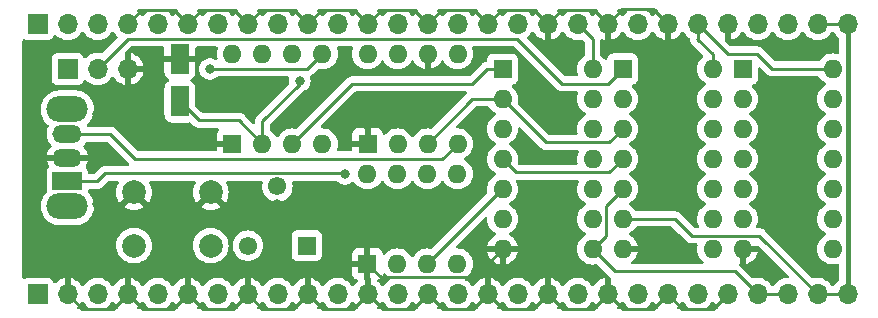
<source format=gbr>
%TF.GenerationSoftware,KiCad,Pcbnew,6.0.1-79c1e3a40b~116~ubuntu20.04.1*%
%TF.CreationDate,2022-02-13T18:37:16+04:00*%
%TF.ProjectId,clock_module,636c6f63-6b5f-46d6-9f64-756c652e6b69,rev?*%
%TF.SameCoordinates,Original*%
%TF.FileFunction,Copper,L1,Top*%
%TF.FilePolarity,Positive*%
%FSLAX46Y46*%
G04 Gerber Fmt 4.6, Leading zero omitted, Abs format (unit mm)*
G04 Created by KiCad (PCBNEW 6.0.1-79c1e3a40b~116~ubuntu20.04.1) date 2022-02-13 18:37:16*
%MOMM*%
%LPD*%
G01*
G04 APERTURE LIST*
G04 Aperture macros list*
%AMRoundRect*
0 Rectangle with rounded corners*
0 $1 Rounding radius*
0 $2 $3 $4 $5 $6 $7 $8 $9 X,Y pos of 4 corners*
0 Add a 4 corners polygon primitive as box body*
4,1,4,$2,$3,$4,$5,$6,$7,$8,$9,$2,$3,0*
0 Add four circle primitives for the rounded corners*
1,1,$1+$1,$2,$3*
1,1,$1+$1,$4,$5*
1,1,$1+$1,$6,$7*
1,1,$1+$1,$8,$9*
0 Add four rect primitives between the rounded corners*
20,1,$1+$1,$2,$3,$4,$5,0*
20,1,$1+$1,$4,$5,$6,$7,0*
20,1,$1+$1,$6,$7,$8,$9,0*
20,1,$1+$1,$8,$9,$2,$3,0*%
G04 Aperture macros list end*
%TA.AperFunction,ComponentPad*%
%ADD10R,1.600000X1.600000*%
%TD*%
%TA.AperFunction,ComponentPad*%
%ADD11O,1.600000X1.600000*%
%TD*%
%TA.AperFunction,ComponentPad*%
%ADD12R,1.700000X1.700000*%
%TD*%
%TA.AperFunction,ComponentPad*%
%ADD13O,1.700000X1.700000*%
%TD*%
%TA.AperFunction,ComponentPad*%
%ADD14R,1.550000X1.550000*%
%TD*%
%TA.AperFunction,ComponentPad*%
%ADD15C,1.550000*%
%TD*%
%TA.AperFunction,SMDPad,CuDef*%
%ADD16RoundRect,0.250000X0.550000X-1.050000X0.550000X1.050000X-0.550000X1.050000X-0.550000X-1.050000X0*%
%TD*%
%TA.AperFunction,ComponentPad*%
%ADD17O,2.500000X1.500000*%
%TD*%
%TA.AperFunction,ComponentPad*%
%ADD18R,2.500000X1.500000*%
%TD*%
%TA.AperFunction,ComponentPad*%
%ADD19O,3.500000X2.200000*%
%TD*%
%TA.AperFunction,ComponentPad*%
%ADD20C,2.000000*%
%TD*%
%TA.AperFunction,ViaPad*%
%ADD21C,0.800000*%
%TD*%
%TA.AperFunction,Conductor*%
%ADD22C,0.250000*%
%TD*%
%TA.AperFunction,Conductor*%
%ADD23C,0.400000*%
%TD*%
G04 APERTURE END LIST*
D10*
%TO.P,U1,1,GND*%
%TO.N,GND*%
X85090000Y-53330000D03*
D11*
%TO.P,U1,2,TR*%
%TO.N,Net-(C5-Pad1)*%
X87630000Y-53330000D03*
%TO.P,U1,3,Q*%
%TO.N,/ASTABLE_OUT*%
X90170000Y-53330000D03*
%TO.P,U1,4,R*%
%TO.N,VCC*%
X92710000Y-53330000D03*
%TO.P,U1,5,CV*%
%TO.N,Net-(C4-Pad1)*%
X92710000Y-45710000D03*
%TO.P,U1,6,THR*%
%TO.N,Net-(C5-Pad1)*%
X90170000Y-45710000D03*
%TO.P,U1,7,DIS*%
%TO.N,Net-(R1-Pad2)*%
X87630000Y-45710000D03*
%TO.P,U1,8,VCC*%
%TO.N,VCC*%
X85090000Y-45710000D03*
%TD*%
D12*
%TO.P,J3,1,Pin_1*%
%TO.N,/HALT_INPUT*%
X71135000Y-46990000D03*
D13*
%TO.P,J3,2,Pin_2*%
%TO.N,Net-(U6-Pad1)*%
X73675000Y-46990000D03*
%TO.P,J3,3,Pin_3*%
%TO.N,GND*%
X76215000Y-46990000D03*
%TD*%
D10*
%TO.P,U3,1,GND*%
%TO.N,GND*%
X96530000Y-53330000D03*
D11*
%TO.P,U3,2,TR*%
%TO.N,Net-(R4-Pad2)*%
X99070000Y-53330000D03*
%TO.P,U3,3,Q*%
%TO.N,/BISTABLE_OUT*%
X101610000Y-53330000D03*
%TO.P,U3,4,R*%
%TO.N,Net-(R5-Pad2)*%
X104150000Y-53330000D03*
%TO.P,U3,5,CV*%
%TO.N,Net-(C8-Pad1)*%
X104150000Y-45710000D03*
%TO.P,U3,6,THR*%
%TO.N,GND*%
X101610000Y-45710000D03*
%TO.P,U3,7,DIS*%
%TO.N,unconnected-(U3-Pad7)*%
X99070000Y-45710000D03*
%TO.P,U3,8,VCC*%
%TO.N,VCC*%
X96530000Y-45710000D03*
%TD*%
D10*
%TO.P,U5,1*%
%TO.N,Net-(U4-Pad3)*%
X128280000Y-46990000D03*
D11*
%TO.P,U5,2*%
%TO.N,Net-(U4-Pad6)*%
X128280000Y-49530000D03*
%TO.P,U5,3*%
%TO.N,Net-(U4-Pad9)*%
X128280000Y-52070000D03*
%TO.P,U5,4*%
%TO.N,unconnected-(U5-Pad4)*%
X128280000Y-54610000D03*
%TO.P,U5,5*%
%TO.N,unconnected-(U5-Pad5)*%
X128280000Y-57150000D03*
%TO.P,U5,6*%
%TO.N,unconnected-(U5-Pad6)*%
X128280000Y-59690000D03*
%TO.P,U5,7,GND*%
%TO.N,GND*%
X128280000Y-62230000D03*
%TO.P,U5,8*%
%TO.N,unconnected-(U5-Pad8)*%
X135900000Y-62230000D03*
%TO.P,U5,9*%
%TO.N,unconnected-(U5-Pad9)*%
X135900000Y-59690000D03*
%TO.P,U5,10*%
%TO.N,unconnected-(U5-Pad10)*%
X135900000Y-57150000D03*
%TO.P,U5,11*%
%TO.N,unconnected-(U5-Pad11)*%
X135900000Y-54610000D03*
%TO.P,U5,12*%
%TO.N,unconnected-(U5-Pad12)*%
X135900000Y-52070000D03*
%TO.P,U5,13*%
%TO.N,unconnected-(U5-Pad13)*%
X135900000Y-49530000D03*
%TO.P,U5,14,VCC*%
%TO.N,VCC*%
X135900000Y-46990000D03*
%TD*%
D14*
%TO.P,RV1,1,1*%
%TO.N,Net-(C5-Pad1)*%
X91400000Y-61940000D03*
D15*
%TO.P,RV1,2,2*%
%TO.N,Net-(R6-Pad2)*%
X88900000Y-56940000D03*
%TO.P,RV1,3,3*%
%TO.N,unconnected-(RV1-Pad3)*%
X86400000Y-61940000D03*
%TD*%
D16*
%TO.P,C5,2*%
%TO.N,GND*%
X80645000Y-46129800D03*
%TO.P,C5,1*%
%TO.N,Net-(C5-Pad1)*%
X80645000Y-49729800D03*
%TD*%
D17*
%TO.P,SW2,3,C*%
%TO.N,Net-(R5-Pad2)*%
X71120000Y-52515000D03*
%TO.P,SW2,2,B*%
%TO.N,GND*%
X71120000Y-54515000D03*
D18*
%TO.P,SW2,1,A*%
%TO.N,Net-(R4-Pad2)*%
X71120000Y-56515000D03*
D19*
%TO.P,SW2,*%
%TO.N,*%
X71120000Y-58615000D03*
X71120000Y-50415000D03*
%TD*%
D10*
%TO.P,U6,1*%
%TO.N,Net-(U6-Pad1)*%
X118120000Y-46990000D03*
D11*
%TO.P,U6,2*%
%TO.N,Net-(U4-Pad10)*%
X118120000Y-49530000D03*
%TO.P,U6,3*%
%TO.N,/BISTABLE_OUT*%
X118120000Y-52070000D03*
%TO.P,U6,4*%
%TO.N,Net-(U4-Pad4)*%
X118120000Y-54610000D03*
%TO.P,U6,5*%
%TO.N,/CLK*%
X118120000Y-57150000D03*
%TO.P,U6,6*%
%TO.N,/~{CLK}*%
X118120000Y-59690000D03*
%TO.P,U6,7,GND*%
%TO.N,GND*%
X118120000Y-62230000D03*
%TO.P,U6,8*%
%TO.N,unconnected-(U6-Pad8)*%
X125740000Y-62230000D03*
%TO.P,U6,9*%
%TO.N,unconnected-(U6-Pad9)*%
X125740000Y-59690000D03*
%TO.P,U6,10*%
%TO.N,unconnected-(U6-Pad10)*%
X125740000Y-57150000D03*
%TO.P,U6,11*%
%TO.N,unconnected-(U6-Pad11)*%
X125740000Y-54610000D03*
%TO.P,U6,12*%
%TO.N,unconnected-(U6-Pad12)*%
X125740000Y-52070000D03*
%TO.P,U6,13*%
%TO.N,unconnected-(U6-Pad13)*%
X125740000Y-49530000D03*
%TO.P,U6,14,VCC*%
%TO.N,VCC*%
X125740000Y-46990000D03*
%TD*%
D20*
%TO.P,SW1,1,1*%
%TO.N,GND*%
X76760000Y-57440000D03*
X83260000Y-57440000D03*
%TO.P,SW1,2,2*%
%TO.N,Net-(R2-Pad2)*%
X76760000Y-61940000D03*
X83260000Y-61940000D03*
%TD*%
D10*
%TO.P,U2,1,GND*%
%TO.N,GND*%
X96520000Y-63490000D03*
D11*
%TO.P,U2,2,TR*%
%TO.N,Net-(R2-Pad2)*%
X99060000Y-63490000D03*
%TO.P,U2,3,Q*%
%TO.N,/MONOSTABLE_OUT*%
X101600000Y-63490000D03*
%TO.P,U2,4,R*%
%TO.N,VCC*%
X104140000Y-63490000D03*
%TO.P,U2,5,CV*%
%TO.N,Net-(C6-Pad1)*%
X104140000Y-55870000D03*
%TO.P,U2,6,THR*%
%TO.N,Net-(C7-Pad1)*%
X101600000Y-55870000D03*
%TO.P,U2,7,DIS*%
X99060000Y-55870000D03*
%TO.P,U2,8,VCC*%
%TO.N,VCC*%
X96520000Y-55870000D03*
%TD*%
D10*
%TO.P,U4,1*%
%TO.N,/ASTABLE_OUT*%
X107960000Y-46995000D03*
D11*
%TO.P,U4,2*%
%TO.N,/BISTABLE_OUT*%
X107960000Y-49535000D03*
%TO.P,U4,3*%
%TO.N,Net-(U4-Pad3)*%
X107960000Y-52075000D03*
%TO.P,U4,4*%
%TO.N,Net-(U4-Pad4)*%
X107960000Y-54615000D03*
%TO.P,U4,5*%
%TO.N,/MONOSTABLE_OUT*%
X107960000Y-57155000D03*
%TO.P,U4,6*%
%TO.N,Net-(U4-Pad6)*%
X107960000Y-59695000D03*
%TO.P,U4,7,GND*%
%TO.N,GND*%
X107960000Y-62235000D03*
%TO.P,U4,8*%
%TO.N,/CLK*%
X115580000Y-62235000D03*
%TO.P,U4,9*%
%TO.N,Net-(U4-Pad9)*%
X115580000Y-59695000D03*
%TO.P,U4,10*%
%TO.N,Net-(U4-Pad10)*%
X115580000Y-57155000D03*
%TO.P,U4,11*%
%TO.N,unconnected-(U4-Pad11)*%
X115580000Y-54615000D03*
%TO.P,U4,12*%
%TO.N,unconnected-(U4-Pad12)*%
X115580000Y-52075000D03*
%TO.P,U4,13*%
%TO.N,unconnected-(U4-Pad13)*%
X115580000Y-49535000D03*
%TO.P,U4,14,VCC*%
%TO.N,VCC*%
X115580000Y-46995000D03*
%TD*%
D12*
%TO.P,J1,1,Pin_1*%
%TO.N,VCC*%
X68595000Y-66040000D03*
D13*
%TO.P,J1,2,Pin_2*%
%TO.N,GND*%
X71135000Y-66040000D03*
%TO.P,J1,3,Pin_3*%
%TO.N,VCC*%
X73675000Y-66040000D03*
%TO.P,J1,4,Pin_4*%
%TO.N,GND*%
X76215000Y-66040000D03*
%TO.P,J1,5,Pin_5*%
%TO.N,VCC*%
X78755000Y-66040000D03*
%TO.P,J1,6,Pin_6*%
%TO.N,GND*%
X81295000Y-66040000D03*
%TO.P,J1,7,Pin_7*%
%TO.N,VCC*%
X83835000Y-66040000D03*
%TO.P,J1,8,Pin_8*%
%TO.N,GND*%
X86375000Y-66040000D03*
%TO.P,J1,9,Pin_9*%
%TO.N,VCC*%
X88915000Y-66040000D03*
%TO.P,J1,10,Pin_10*%
%TO.N,GND*%
X91455000Y-66040000D03*
%TO.P,J1,11,Pin_11*%
%TO.N,VCC*%
X93995000Y-66040000D03*
%TO.P,J1,12,Pin_12*%
%TO.N,GND*%
X96535000Y-66040000D03*
%TO.P,J1,13,Pin_13*%
%TO.N,VCC*%
X99075000Y-66040000D03*
%TO.P,J1,14,Pin_14*%
%TO.N,GND*%
X101615000Y-66040000D03*
%TO.P,J1,15,Pin_15*%
%TO.N,VCC*%
X104155000Y-66040000D03*
%TO.P,J1,16,Pin_16*%
%TO.N,GND*%
X106695000Y-66040000D03*
%TO.P,J1,17,Pin_17*%
%TO.N,VCC*%
X109235000Y-66040000D03*
%TO.P,J1,18,Pin_18*%
%TO.N,GND*%
X111775000Y-66040000D03*
%TO.P,J1,19,Pin_19*%
%TO.N,VCC*%
X114315000Y-66040000D03*
%TO.P,J1,20,Pin_20*%
%TO.N,GND*%
X116855000Y-66040000D03*
%TO.P,J1,21,Pin_21*%
%TO.N,VCC*%
X119395000Y-66040000D03*
%TO.P,J1,22,Pin_22*%
%TO.N,GND*%
X121935000Y-66040000D03*
%TO.P,J1,23,Pin_23*%
%TO.N,VCC*%
X124475000Y-66040000D03*
%TO.P,J1,24,Pin_24*%
%TO.N,GND*%
X127015000Y-66040000D03*
%TO.P,J1,25,Pin_25*%
%TO.N,/CLK*%
X129555000Y-66040000D03*
%TO.P,J1,26,Pin_26*%
X132095000Y-66040000D03*
%TO.P,J1,27,Pin_27*%
%TO.N,/~{CLK}*%
X134635000Y-66040000D03*
%TO.P,J1,28,Pin_28*%
X137175000Y-66040000D03*
%TD*%
D12*
%TO.P,J2,1,Pin_1*%
%TO.N,VCC*%
X68595000Y-43180000D03*
D13*
%TO.P,J2,2,Pin_2*%
%TO.N,/HALT_INPUT*%
X71135000Y-43180000D03*
%TO.P,J2,3,Pin_3*%
%TO.N,VCC*%
X73675000Y-43180000D03*
%TO.P,J2,4,Pin_4*%
%TO.N,GND*%
X76215000Y-43180000D03*
%TO.P,J2,5,Pin_5*%
%TO.N,VCC*%
X78755000Y-43180000D03*
%TO.P,J2,6,Pin_6*%
%TO.N,GND*%
X81295000Y-43180000D03*
%TO.P,J2,7,Pin_7*%
%TO.N,VCC*%
X83835000Y-43180000D03*
%TO.P,J2,8,Pin_8*%
%TO.N,GND*%
X86375000Y-43180000D03*
%TO.P,J2,9,Pin_9*%
%TO.N,VCC*%
X88915000Y-43180000D03*
%TO.P,J2,10,Pin_10*%
%TO.N,GND*%
X91455000Y-43180000D03*
%TO.P,J2,11,Pin_11*%
%TO.N,VCC*%
X93995000Y-43180000D03*
%TO.P,J2,12,Pin_12*%
%TO.N,GND*%
X96535000Y-43180000D03*
%TO.P,J2,13,Pin_13*%
%TO.N,VCC*%
X99075000Y-43180000D03*
%TO.P,J2,14,Pin_14*%
%TO.N,GND*%
X101615000Y-43180000D03*
%TO.P,J2,15,Pin_15*%
%TO.N,VCC*%
X104155000Y-43180000D03*
%TO.P,J2,16,Pin_16*%
%TO.N,GND*%
X106695000Y-43180000D03*
%TO.P,J2,17,Pin_17*%
%TO.N,VCC*%
X109235000Y-43180000D03*
%TO.P,J2,18,Pin_18*%
%TO.N,GND*%
X111775000Y-43180000D03*
%TO.P,J2,19,Pin_19*%
%TO.N,VCC*%
X114315000Y-43180000D03*
%TO.P,J2,20,Pin_20*%
%TO.N,GND*%
X116855000Y-43180000D03*
%TO.P,J2,21,Pin_21*%
%TO.N,VCC*%
X119395000Y-43180000D03*
%TO.P,J2,22,Pin_22*%
%TO.N,GND*%
X121935000Y-43180000D03*
%TO.P,J2,23,Pin_23*%
%TO.N,VCC*%
X124475000Y-43180000D03*
%TO.P,J2,24,Pin_24*%
%TO.N,GND*%
X127015000Y-43180000D03*
%TO.P,J2,25,Pin_25*%
%TO.N,/CLK*%
X129555000Y-43180000D03*
%TO.P,J2,26,Pin_26*%
X132095000Y-43180000D03*
%TO.P,J2,27,Pin_27*%
%TO.N,/~{CLK}*%
X134635000Y-43180000D03*
%TO.P,J2,28,Pin_28*%
X137175000Y-43180000D03*
%TD*%
D21*
%TO.N,GND*%
X90424000Y-51562000D03*
X90424000Y-50546000D03*
X88900000Y-52070000D03*
X105918000Y-52070000D03*
X113030000Y-45466000D03*
X94488000Y-46990000D03*
X135890000Y-45085000D03*
X130810000Y-45085000D03*
X133350000Y-45085000D03*
X133350000Y-60960000D03*
X133350000Y-58420000D03*
X133350000Y-55880000D03*
X133350000Y-53340000D03*
X133350000Y-50800000D03*
X133350000Y-48260000D03*
X130810000Y-48260000D03*
X130810000Y-50800000D03*
X130810000Y-53340000D03*
X130810000Y-55880000D03*
X130810000Y-58420000D03*
X130556000Y-64008000D03*
X113030000Y-54457600D03*
X113233200Y-51612800D03*
X102362000Y-58674000D03*
X98425000Y-60325000D03*
X121285000Y-58420000D03*
X123190000Y-57150000D03*
X102235000Y-50800000D03*
X102235000Y-49530000D03*
X98425000Y-50165000D03*
X113030000Y-58420000D03*
X113030000Y-60960000D03*
X120650000Y-54610000D03*
X120650000Y-52070000D03*
X123190000Y-52070000D03*
X123190000Y-49530000D03*
X120650000Y-49530000D03*
X120650000Y-46990000D03*
X123190000Y-46990000D03*
X123190000Y-44450000D03*
X120650000Y-44450000D03*
X123190000Y-62230000D03*
X120650000Y-62230000D03*
X73660000Y-50800000D03*
X81280000Y-53340000D03*
X78740000Y-53340000D03*
X78740000Y-50800000D03*
X76200000Y-50800000D03*
X73660000Y-58420000D03*
X81280000Y-60960000D03*
X78740000Y-60960000D03*
X78740000Y-58420000D03*
X81280000Y-58420000D03*
X88900000Y-58420000D03*
X91440000Y-58420000D03*
X93980000Y-58420000D03*
X93980000Y-60960000D03*
X73660000Y-63500000D03*
X73660000Y-60960000D03*
X71120000Y-60960000D03*
X71120000Y-63500000D03*
%TO.N,Net-(C4-Pad1)*%
X83185000Y-46990000D03*
%TO.N,Net-(C5-Pad1)*%
X90805000Y-48006000D03*
%TO.N,Net-(R4-Pad2)*%
X94615000Y-55880000D03*
%TD*%
D22*
%TO.N,Net-(R4-Pad2)*%
X94575489Y-55840489D02*
X74334511Y-55840489D01*
%TO.N,Net-(C5-Pad1)*%
X90805000Y-48006000D02*
X90805000Y-48260000D01*
X90805000Y-48260000D02*
X87630000Y-51435000D01*
%TO.N,GND*%
X74945000Y-67310000D02*
X72390000Y-67310000D01*
X76215000Y-66040000D02*
X74945000Y-67310000D01*
X72390000Y-67310000D02*
X72390000Y-67295000D01*
X72390000Y-67295000D02*
X71135000Y-66040000D01*
X81295000Y-66040000D02*
X80025000Y-67310000D01*
X80025000Y-67310000D02*
X77485000Y-67310000D01*
X77485000Y-67310000D02*
X76215000Y-66040000D01*
X86375000Y-66040000D02*
X85105000Y-67310000D01*
X85105000Y-67310000D02*
X82565000Y-67310000D01*
X82565000Y-67310000D02*
X81295000Y-66040000D01*
X90185000Y-67310000D02*
X87630000Y-67310000D01*
X91455000Y-66040000D02*
X90185000Y-67310000D01*
X87630000Y-67310000D02*
X87630000Y-67295000D01*
X87630000Y-67295000D02*
X86375000Y-66040000D01*
X96535000Y-66040000D02*
X95265000Y-67310000D01*
X95265000Y-67310000D02*
X92725000Y-67310000D01*
X92725000Y-67310000D02*
X91455000Y-66040000D01*
X101615000Y-66040000D02*
X100345000Y-67310000D01*
X100345000Y-67310000D02*
X97805000Y-67310000D01*
X97805000Y-67310000D02*
X96535000Y-66040000D01*
X106695000Y-66040000D02*
X105425000Y-67310000D01*
X105425000Y-67310000D02*
X102885000Y-67310000D01*
X102885000Y-67310000D02*
X101615000Y-66040000D01*
X111775000Y-66040000D02*
X110505000Y-67310000D01*
X110505000Y-67310000D02*
X107965000Y-67310000D01*
X107965000Y-67310000D02*
X106695000Y-66040000D01*
X116855000Y-66040000D02*
X115585000Y-67310000D01*
X115585000Y-67310000D02*
X113045000Y-67310000D01*
X113045000Y-67310000D02*
X111775000Y-66040000D01*
X121935000Y-66040000D02*
X120665000Y-67310000D01*
X120665000Y-67310000D02*
X118125000Y-67310000D01*
X118125000Y-67310000D02*
X116855000Y-66040000D01*
X125745000Y-67310000D02*
X123190000Y-67310000D01*
X127015000Y-66040000D02*
X125745000Y-67310000D01*
X123190000Y-67310000D02*
X123190000Y-67295000D01*
X123190000Y-67295000D02*
X121935000Y-66040000D01*
X96520000Y-63490000D02*
X97644511Y-64614511D01*
X97644511Y-64614511D02*
X105580489Y-64614511D01*
X105580489Y-64614511D02*
X107960000Y-62235000D01*
X118110000Y-41925000D02*
X118110000Y-41910000D01*
X116855000Y-43180000D02*
X118110000Y-41925000D01*
X118110000Y-41910000D02*
X120665000Y-41910000D01*
X120665000Y-41910000D02*
X121935000Y-43180000D01*
X111775000Y-43180000D02*
X112949511Y-42005489D01*
X112949511Y-42005489D02*
X115680489Y-42005489D01*
X115680489Y-42005489D02*
X116855000Y-43180000D01*
X91455000Y-43180000D02*
X92629511Y-42005489D01*
X92629511Y-42005489D02*
X95360489Y-42005489D01*
X95360489Y-42005489D02*
X96535000Y-43180000D01*
X76215000Y-43180000D02*
X77389511Y-42005489D01*
X77389511Y-42005489D02*
X80120489Y-42005489D01*
X80120489Y-42005489D02*
X81295000Y-43180000D01*
X101615000Y-43180000D02*
X100440489Y-42005489D01*
X100440489Y-42005489D02*
X97709511Y-42005489D01*
X97709511Y-42005489D02*
X96535000Y-43180000D01*
X106695000Y-43180000D02*
X105520489Y-42005489D01*
X102789511Y-42005489D02*
X101615000Y-43180000D01*
X105520489Y-42005489D02*
X102789511Y-42005489D01*
X111775000Y-43180000D02*
X110600489Y-42005489D01*
X110600489Y-42005489D02*
X107869511Y-42005489D01*
X107869511Y-42005489D02*
X106695000Y-43180000D01*
X86375000Y-43180000D02*
X85200489Y-42005489D01*
X85200489Y-42005489D02*
X82469511Y-42005489D01*
X82469511Y-42005489D02*
X81295000Y-43180000D01*
X91455000Y-43180000D02*
X90280489Y-42005489D01*
X90280489Y-42005489D02*
X87549511Y-42005489D01*
X87549511Y-42005489D02*
X86375000Y-43180000D01*
%TO.N,Net-(U6-Pad1)*%
X109220000Y-44450000D02*
X76215000Y-44450000D01*
X113030000Y-48260000D02*
X109220000Y-44450000D01*
X118120000Y-46990000D02*
X116850000Y-48260000D01*
X116850000Y-48260000D02*
X113030000Y-48260000D01*
X73675000Y-46990000D02*
X76215000Y-44450000D01*
%TO.N,Net-(C4-Pad1)*%
X83185000Y-46990000D02*
X91430000Y-46990000D01*
%TO.N,Net-(C5-Pad1)*%
X80645000Y-49729800D02*
X82245200Y-51330000D01*
X82245200Y-51330000D02*
X85630000Y-51330000D01*
%TO.N,Net-(R4-Pad2)*%
X94615000Y-55880000D02*
X94575489Y-55840489D01*
X74334511Y-55840489D02*
X73660000Y-56515000D01*
X73660000Y-56515000D02*
X71120000Y-56515000D01*
%TO.N,Net-(R5-Pad2)*%
X102870000Y-54610000D02*
X76835000Y-54610000D01*
X74740000Y-52515000D02*
X76835000Y-54610000D01*
X71120000Y-52515000D02*
X74740000Y-52515000D01*
%TO.N,VCC*%
X125740000Y-45730000D02*
X124460000Y-44450000D01*
X115580000Y-46995000D02*
X115580000Y-44445000D01*
X115580000Y-44445000D02*
X114315000Y-43180000D01*
X135900000Y-46990000D02*
X130810000Y-46990000D01*
X125740000Y-46990000D02*
X125740000Y-45730000D01*
X124460000Y-44450000D02*
X124475000Y-44435000D01*
X129540000Y-45720000D02*
X127015000Y-45720000D01*
X124475000Y-44435000D02*
X124475000Y-43180000D01*
X130810000Y-46990000D02*
X129540000Y-45720000D01*
X127015000Y-45720000D02*
X124475000Y-43180000D01*
%TO.N,Net-(C4-Pad1)*%
X91430000Y-46990000D02*
X92710000Y-45710000D01*
%TO.N,Net-(C5-Pad1)*%
X85630000Y-51330000D02*
X87630000Y-53330000D01*
X87630000Y-51435000D02*
X87630000Y-53330000D01*
%TO.N,Net-(R5-Pad2)*%
X102870000Y-54610000D02*
X104150000Y-53330000D01*
%TO.N,/ASTABLE_OUT*%
X95240000Y-48260000D02*
X105410000Y-48260000D01*
X106675000Y-46995000D02*
X107960000Y-46995000D01*
X90170000Y-53330000D02*
X95240000Y-48260000D01*
X105410000Y-48260000D02*
X106675000Y-46995000D01*
%TO.N,/MONOSTABLE_OUT*%
X107935000Y-57155000D02*
X107960000Y-57155000D01*
X101600000Y-63490000D02*
X107935000Y-57155000D01*
%TO.N,/BISTABLE_OUT*%
X116990489Y-53199511D02*
X118120000Y-52070000D01*
X111624511Y-53199511D02*
X116990489Y-53199511D01*
X101610000Y-53330000D02*
X105405000Y-49535000D01*
X107960000Y-49535000D02*
X111624511Y-53199511D01*
X105405000Y-49535000D02*
X107960000Y-49535000D01*
%TO.N,Net-(U4-Pad4)*%
X116990489Y-55739511D02*
X118120000Y-54610000D01*
X107960000Y-54615000D02*
X109084511Y-55739511D01*
X109084511Y-55739511D02*
X116990489Y-55739511D01*
%TO.N,/CLK*%
X116704511Y-58565489D02*
X118120000Y-57150000D01*
X115580000Y-62235000D02*
X117480000Y-64135000D01*
X116704511Y-61110489D02*
X116704511Y-58565489D01*
X115580000Y-62235000D02*
X116704511Y-61110489D01*
X129555000Y-66040000D02*
X132095000Y-66040000D01*
X127650000Y-64135000D02*
X129555000Y-66040000D01*
X117480000Y-64135000D02*
X127650000Y-64135000D01*
D23*
%TO.N,/~{CLK}*%
X137175000Y-66040000D02*
X137175000Y-43180000D01*
D22*
X118120000Y-59690000D02*
X122555000Y-59690000D01*
X137175000Y-43180000D02*
X134635000Y-43180000D01*
X129700489Y-61105489D02*
X134635000Y-66040000D01*
X123970489Y-61105489D02*
X129700489Y-61105489D01*
X134635000Y-66040000D02*
X137175000Y-66040000D01*
X122555000Y-59690000D02*
X123970489Y-61105489D01*
%TD*%
%TA.AperFunction,Conductor*%
%TO.N,GND*%
G36*
X102966751Y-66714678D02*
G01*
X102994579Y-66746511D01*
X103054987Y-66845088D01*
X103201250Y-67013938D01*
X103272214Y-67072854D01*
X103289321Y-67087056D01*
X103328956Y-67145959D01*
X103330454Y-67216939D01*
X103293339Y-67277462D01*
X103229395Y-67308311D01*
X103208836Y-67310000D01*
X102566819Y-67310000D01*
X102498698Y-67289998D01*
X102452205Y-67236342D01*
X102442101Y-67166068D01*
X102471595Y-67101488D01*
X102486810Y-67087648D01*
X102486374Y-67087133D01*
X102498200Y-67077139D01*
X102649052Y-66926812D01*
X102655730Y-66918965D01*
X102783022Y-66741819D01*
X102784279Y-66742722D01*
X102831373Y-66699362D01*
X102901311Y-66687145D01*
X102966751Y-66714678D01*
G37*
%TD.AperFunction*%
%TA.AperFunction,Conductor*%
G36*
X110587338Y-66714678D02*
G01*
X110615166Y-66746511D01*
X110672694Y-66840388D01*
X110678777Y-66848699D01*
X110818213Y-67009667D01*
X110825580Y-67016883D01*
X110910104Y-67087056D01*
X110949739Y-67145959D01*
X110951237Y-67216940D01*
X110914122Y-67277462D01*
X110850178Y-67308311D01*
X110829619Y-67310000D01*
X110187680Y-67310000D01*
X110119559Y-67289998D01*
X110073066Y-67236342D01*
X110062962Y-67166068D01*
X110092456Y-67101488D01*
X110107189Y-67088089D01*
X110106702Y-67087513D01*
X110110657Y-67084171D01*
X110114860Y-67081173D01*
X110273096Y-66923489D01*
X110297719Y-66889223D01*
X110403453Y-66742077D01*
X110404640Y-66742930D01*
X110451960Y-66699362D01*
X110521897Y-66687145D01*
X110587338Y-66714678D01*
G37*
%TD.AperFunction*%
%TA.AperFunction,Conductor*%
G36*
X95347338Y-66714678D02*
G01*
X95375166Y-66746511D01*
X95432694Y-66840388D01*
X95438777Y-66848699D01*
X95578213Y-67009667D01*
X95585580Y-67016883D01*
X95670104Y-67087056D01*
X95709739Y-67145959D01*
X95711237Y-67216940D01*
X95674122Y-67277462D01*
X95610178Y-67308311D01*
X95589619Y-67310000D01*
X94947680Y-67310000D01*
X94879559Y-67289998D01*
X94833066Y-67236342D01*
X94822962Y-67166068D01*
X94852456Y-67101488D01*
X94867189Y-67088089D01*
X94866702Y-67087513D01*
X94870657Y-67084171D01*
X94874860Y-67081173D01*
X95033096Y-66923489D01*
X95057719Y-66889223D01*
X95163453Y-66742077D01*
X95164640Y-66742930D01*
X95211960Y-66699362D01*
X95281897Y-66687145D01*
X95347338Y-66714678D01*
G37*
%TD.AperFunction*%
%TA.AperFunction,Conductor*%
G36*
X97886751Y-66714678D02*
G01*
X97914579Y-66746511D01*
X97974987Y-66845088D01*
X98121250Y-67013938D01*
X98192214Y-67072854D01*
X98209321Y-67087056D01*
X98248956Y-67145959D01*
X98250454Y-67216939D01*
X98213339Y-67277462D01*
X98149395Y-67308311D01*
X98128836Y-67310000D01*
X97486819Y-67310000D01*
X97418698Y-67289998D01*
X97372205Y-67236342D01*
X97362101Y-67166068D01*
X97391595Y-67101488D01*
X97406810Y-67087648D01*
X97406374Y-67087133D01*
X97418200Y-67077139D01*
X97569052Y-66926812D01*
X97575730Y-66918965D01*
X97703022Y-66741819D01*
X97704279Y-66742722D01*
X97751373Y-66699362D01*
X97821311Y-66687145D01*
X97886751Y-66714678D01*
G37*
%TD.AperFunction*%
%TA.AperFunction,Conductor*%
G36*
X87726751Y-66714678D02*
G01*
X87754579Y-66746511D01*
X87814987Y-66845088D01*
X87961250Y-67013938D01*
X88032214Y-67072854D01*
X88049321Y-67087056D01*
X88088956Y-67145959D01*
X88090454Y-67216939D01*
X88053339Y-67277462D01*
X87989395Y-67308311D01*
X87968836Y-67310000D01*
X87326819Y-67310000D01*
X87258698Y-67289998D01*
X87212205Y-67236342D01*
X87202101Y-67166068D01*
X87231595Y-67101488D01*
X87246810Y-67087648D01*
X87246374Y-67087133D01*
X87258200Y-67077139D01*
X87409052Y-66926812D01*
X87415730Y-66918965D01*
X87543022Y-66741819D01*
X87544279Y-66742722D01*
X87591373Y-66699362D01*
X87661311Y-66687145D01*
X87726751Y-66714678D01*
G37*
%TD.AperFunction*%
%TA.AperFunction,Conductor*%
G36*
X85187338Y-66714678D02*
G01*
X85215166Y-66746511D01*
X85272694Y-66840388D01*
X85278777Y-66848699D01*
X85418213Y-67009667D01*
X85425580Y-67016883D01*
X85510104Y-67087056D01*
X85549739Y-67145959D01*
X85551237Y-67216940D01*
X85514122Y-67277462D01*
X85450178Y-67308311D01*
X85429619Y-67310000D01*
X84787680Y-67310000D01*
X84719559Y-67289998D01*
X84673066Y-67236342D01*
X84662962Y-67166068D01*
X84692456Y-67101488D01*
X84707189Y-67088089D01*
X84706702Y-67087513D01*
X84710657Y-67084171D01*
X84714860Y-67081173D01*
X84873096Y-66923489D01*
X84897719Y-66889223D01*
X85003453Y-66742077D01*
X85004640Y-66742930D01*
X85051960Y-66699362D01*
X85121897Y-66687145D01*
X85187338Y-66714678D01*
G37*
%TD.AperFunction*%
%TA.AperFunction,Conductor*%
G36*
X100427338Y-66714678D02*
G01*
X100455166Y-66746511D01*
X100512694Y-66840388D01*
X100518777Y-66848699D01*
X100658213Y-67009667D01*
X100665580Y-67016883D01*
X100750104Y-67087056D01*
X100789739Y-67145959D01*
X100791237Y-67216940D01*
X100754122Y-67277462D01*
X100690178Y-67308311D01*
X100669619Y-67310000D01*
X100027680Y-67310000D01*
X99959559Y-67289998D01*
X99913066Y-67236342D01*
X99902962Y-67166068D01*
X99932456Y-67101488D01*
X99947189Y-67088089D01*
X99946702Y-67087513D01*
X99950657Y-67084171D01*
X99954860Y-67081173D01*
X100113096Y-66923489D01*
X100137719Y-66889223D01*
X100243453Y-66742077D01*
X100244640Y-66742930D01*
X100291960Y-66699362D01*
X100361897Y-66687145D01*
X100427338Y-66714678D01*
G37*
%TD.AperFunction*%
%TA.AperFunction,Conductor*%
G36*
X82646751Y-66714678D02*
G01*
X82674579Y-66746511D01*
X82734987Y-66845088D01*
X82881250Y-67013938D01*
X82952214Y-67072854D01*
X82969321Y-67087056D01*
X83008956Y-67145959D01*
X83010454Y-67216939D01*
X82973339Y-67277462D01*
X82909395Y-67308311D01*
X82888836Y-67310000D01*
X82246819Y-67310000D01*
X82178698Y-67289998D01*
X82132205Y-67236342D01*
X82122101Y-67166068D01*
X82151595Y-67101488D01*
X82166810Y-67087648D01*
X82166374Y-67087133D01*
X82178200Y-67077139D01*
X82329052Y-66926812D01*
X82335730Y-66918965D01*
X82463022Y-66741819D01*
X82464279Y-66742722D01*
X82511373Y-66699362D01*
X82581311Y-66687145D01*
X82646751Y-66714678D01*
G37*
%TD.AperFunction*%
%TA.AperFunction,Conductor*%
G36*
X92806751Y-66714678D02*
G01*
X92834579Y-66746511D01*
X92894987Y-66845088D01*
X93041250Y-67013938D01*
X93112214Y-67072854D01*
X93129321Y-67087056D01*
X93168956Y-67145959D01*
X93170454Y-67216939D01*
X93133339Y-67277462D01*
X93069395Y-67308311D01*
X93048836Y-67310000D01*
X92406819Y-67310000D01*
X92338698Y-67289998D01*
X92292205Y-67236342D01*
X92282101Y-67166068D01*
X92311595Y-67101488D01*
X92326810Y-67087648D01*
X92326374Y-67087133D01*
X92338200Y-67077139D01*
X92489052Y-66926812D01*
X92495730Y-66918965D01*
X92623022Y-66741819D01*
X92624279Y-66742722D01*
X92671373Y-66699362D01*
X92741311Y-66687145D01*
X92806751Y-66714678D01*
G37*
%TD.AperFunction*%
%TA.AperFunction,Conductor*%
G36*
X80107338Y-66714678D02*
G01*
X80135166Y-66746511D01*
X80192694Y-66840388D01*
X80198777Y-66848699D01*
X80338213Y-67009667D01*
X80345580Y-67016883D01*
X80430104Y-67087056D01*
X80469739Y-67145959D01*
X80471237Y-67216940D01*
X80434122Y-67277462D01*
X80370178Y-67308311D01*
X80349619Y-67310000D01*
X79707680Y-67310000D01*
X79639559Y-67289998D01*
X79593066Y-67236342D01*
X79582962Y-67166068D01*
X79612456Y-67101488D01*
X79627189Y-67088089D01*
X79626702Y-67087513D01*
X79630657Y-67084171D01*
X79634860Y-67081173D01*
X79793096Y-66923489D01*
X79817719Y-66889223D01*
X79923453Y-66742077D01*
X79924640Y-66742930D01*
X79971960Y-66699362D01*
X80041897Y-66687145D01*
X80107338Y-66714678D01*
G37*
%TD.AperFunction*%
%TA.AperFunction,Conductor*%
G36*
X77566751Y-66714678D02*
G01*
X77594579Y-66746511D01*
X77654987Y-66845088D01*
X77801250Y-67013938D01*
X77872214Y-67072854D01*
X77889321Y-67087056D01*
X77928956Y-67145959D01*
X77930454Y-67216939D01*
X77893339Y-67277462D01*
X77829395Y-67308311D01*
X77808836Y-67310000D01*
X77166819Y-67310000D01*
X77098698Y-67289998D01*
X77052205Y-67236342D01*
X77042101Y-67166068D01*
X77071595Y-67101488D01*
X77086810Y-67087648D01*
X77086374Y-67087133D01*
X77098200Y-67077139D01*
X77249052Y-66926812D01*
X77255730Y-66918965D01*
X77383022Y-66741819D01*
X77384279Y-66742722D01*
X77431373Y-66699362D01*
X77501311Y-66687145D01*
X77566751Y-66714678D01*
G37*
%TD.AperFunction*%
%TA.AperFunction,Conductor*%
G36*
X105507338Y-66714678D02*
G01*
X105535166Y-66746511D01*
X105592694Y-66840388D01*
X105598777Y-66848699D01*
X105738213Y-67009667D01*
X105745580Y-67016883D01*
X105830104Y-67087056D01*
X105869739Y-67145959D01*
X105871237Y-67216940D01*
X105834122Y-67277462D01*
X105770178Y-67308311D01*
X105749619Y-67310000D01*
X105107680Y-67310000D01*
X105039559Y-67289998D01*
X104993066Y-67236342D01*
X104982962Y-67166068D01*
X105012456Y-67101488D01*
X105027189Y-67088089D01*
X105026702Y-67087513D01*
X105030657Y-67084171D01*
X105034860Y-67081173D01*
X105193096Y-66923489D01*
X105217719Y-66889223D01*
X105323453Y-66742077D01*
X105324640Y-66742930D01*
X105371960Y-66699362D01*
X105441897Y-66687145D01*
X105507338Y-66714678D01*
G37*
%TD.AperFunction*%
%TA.AperFunction,Conductor*%
G36*
X75027338Y-66714678D02*
G01*
X75055166Y-66746511D01*
X75112694Y-66840388D01*
X75118777Y-66848699D01*
X75258213Y-67009667D01*
X75265580Y-67016883D01*
X75350104Y-67087056D01*
X75389739Y-67145959D01*
X75391237Y-67216940D01*
X75354122Y-67277462D01*
X75290178Y-67308311D01*
X75269619Y-67310000D01*
X74627680Y-67310000D01*
X74559559Y-67289998D01*
X74513066Y-67236342D01*
X74502962Y-67166068D01*
X74532456Y-67101488D01*
X74547189Y-67088089D01*
X74546702Y-67087513D01*
X74550657Y-67084171D01*
X74554860Y-67081173D01*
X74713096Y-66923489D01*
X74737719Y-66889223D01*
X74843453Y-66742077D01*
X74844640Y-66742930D01*
X74891960Y-66699362D01*
X74961897Y-66687145D01*
X75027338Y-66714678D01*
G37*
%TD.AperFunction*%
%TA.AperFunction,Conductor*%
G36*
X108046751Y-66714678D02*
G01*
X108074579Y-66746511D01*
X108134987Y-66845088D01*
X108281250Y-67013938D01*
X108352214Y-67072854D01*
X108369321Y-67087056D01*
X108408956Y-67145959D01*
X108410454Y-67216939D01*
X108373339Y-67277462D01*
X108309395Y-67308311D01*
X108288836Y-67310000D01*
X107646819Y-67310000D01*
X107578698Y-67289998D01*
X107532205Y-67236342D01*
X107522101Y-67166068D01*
X107551595Y-67101488D01*
X107566810Y-67087648D01*
X107566374Y-67087133D01*
X107578200Y-67077139D01*
X107729052Y-66926812D01*
X107735730Y-66918965D01*
X107863022Y-66741819D01*
X107864279Y-66742722D01*
X107911373Y-66699362D01*
X107981311Y-66687145D01*
X108046751Y-66714678D01*
G37*
%TD.AperFunction*%
%TA.AperFunction,Conductor*%
G36*
X72486751Y-66714678D02*
G01*
X72514579Y-66746511D01*
X72574987Y-66845088D01*
X72721250Y-67013938D01*
X72792214Y-67072854D01*
X72809321Y-67087056D01*
X72848956Y-67145959D01*
X72850454Y-67216939D01*
X72813339Y-67277462D01*
X72749395Y-67308311D01*
X72728836Y-67310000D01*
X72086819Y-67310000D01*
X72018698Y-67289998D01*
X71972205Y-67236342D01*
X71962101Y-67166068D01*
X71991595Y-67101488D01*
X72006810Y-67087648D01*
X72006374Y-67087133D01*
X72018200Y-67077139D01*
X72169052Y-66926812D01*
X72175730Y-66918965D01*
X72303022Y-66741819D01*
X72304279Y-66742722D01*
X72351373Y-66699362D01*
X72421311Y-66687145D01*
X72486751Y-66714678D01*
G37*
%TD.AperFunction*%
%TA.AperFunction,Conductor*%
G36*
X118206751Y-66714678D02*
G01*
X118234579Y-66746511D01*
X118294987Y-66845088D01*
X118441250Y-67013938D01*
X118512214Y-67072854D01*
X118529321Y-67087056D01*
X118568956Y-67145959D01*
X118570454Y-67216939D01*
X118533339Y-67277462D01*
X118469395Y-67308311D01*
X118448836Y-67310000D01*
X117806819Y-67310000D01*
X117738698Y-67289998D01*
X117692205Y-67236342D01*
X117682101Y-67166068D01*
X117711595Y-67101488D01*
X117726810Y-67087648D01*
X117726374Y-67087133D01*
X117738200Y-67077139D01*
X117889052Y-66926812D01*
X117895730Y-66918965D01*
X118023022Y-66741819D01*
X118024279Y-66742722D01*
X118071373Y-66699362D01*
X118141311Y-66687145D01*
X118206751Y-66714678D01*
G37*
%TD.AperFunction*%
%TA.AperFunction,Conductor*%
G36*
X90267338Y-66714678D02*
G01*
X90295166Y-66746511D01*
X90352694Y-66840388D01*
X90358777Y-66848699D01*
X90498213Y-67009667D01*
X90505580Y-67016883D01*
X90590104Y-67087056D01*
X90629739Y-67145959D01*
X90631237Y-67216940D01*
X90594122Y-67277462D01*
X90530178Y-67308311D01*
X90509619Y-67310000D01*
X89867680Y-67310000D01*
X89799559Y-67289998D01*
X89753066Y-67236342D01*
X89742962Y-67166068D01*
X89772456Y-67101488D01*
X89787189Y-67088089D01*
X89786702Y-67087513D01*
X89790657Y-67084171D01*
X89794860Y-67081173D01*
X89953096Y-66923489D01*
X89977719Y-66889223D01*
X90083453Y-66742077D01*
X90084640Y-66742930D01*
X90131960Y-66699362D01*
X90201897Y-66687145D01*
X90267338Y-66714678D01*
G37*
%TD.AperFunction*%
%TA.AperFunction,Conductor*%
G36*
X123286751Y-66714678D02*
G01*
X123314579Y-66746511D01*
X123374987Y-66845088D01*
X123521250Y-67013938D01*
X123592214Y-67072854D01*
X123609321Y-67087056D01*
X123648956Y-67145959D01*
X123650454Y-67216939D01*
X123613339Y-67277462D01*
X123549395Y-67308311D01*
X123528836Y-67310000D01*
X122886819Y-67310000D01*
X122818698Y-67289998D01*
X122772205Y-67236342D01*
X122762101Y-67166068D01*
X122791595Y-67101488D01*
X122806810Y-67087648D01*
X122806374Y-67087133D01*
X122818200Y-67077139D01*
X122969052Y-66926812D01*
X122975730Y-66918965D01*
X123103022Y-66741819D01*
X123104279Y-66742722D01*
X123151373Y-66699362D01*
X123221311Y-66687145D01*
X123286751Y-66714678D01*
G37*
%TD.AperFunction*%
%TA.AperFunction,Conductor*%
G36*
X115667338Y-66714678D02*
G01*
X115695166Y-66746511D01*
X115752694Y-66840388D01*
X115758777Y-66848699D01*
X115898213Y-67009667D01*
X115905580Y-67016883D01*
X115990104Y-67087056D01*
X116029739Y-67145959D01*
X116031237Y-67216940D01*
X115994122Y-67277462D01*
X115930178Y-67308311D01*
X115909619Y-67310000D01*
X115267680Y-67310000D01*
X115199559Y-67289998D01*
X115153066Y-67236342D01*
X115142962Y-67166068D01*
X115172456Y-67101488D01*
X115187189Y-67088089D01*
X115186702Y-67087513D01*
X115190657Y-67084171D01*
X115194860Y-67081173D01*
X115353096Y-66923489D01*
X115377719Y-66889223D01*
X115483453Y-66742077D01*
X115484640Y-66742930D01*
X115531960Y-66699362D01*
X115601897Y-66687145D01*
X115667338Y-66714678D01*
G37*
%TD.AperFunction*%
%TA.AperFunction,Conductor*%
G36*
X125827338Y-66714678D02*
G01*
X125855166Y-66746511D01*
X125912694Y-66840388D01*
X125918777Y-66848699D01*
X126058213Y-67009667D01*
X126065580Y-67016883D01*
X126150104Y-67087056D01*
X126189739Y-67145959D01*
X126191237Y-67216940D01*
X126154122Y-67277462D01*
X126090178Y-67308311D01*
X126069619Y-67310000D01*
X125427680Y-67310000D01*
X125359559Y-67289998D01*
X125313066Y-67236342D01*
X125302962Y-67166068D01*
X125332456Y-67101488D01*
X125347189Y-67088089D01*
X125346702Y-67087513D01*
X125350657Y-67084171D01*
X125354860Y-67081173D01*
X125513096Y-66923489D01*
X125537719Y-66889223D01*
X125643453Y-66742077D01*
X125644640Y-66742930D01*
X125691960Y-66699362D01*
X125761897Y-66687145D01*
X125827338Y-66714678D01*
G37*
%TD.AperFunction*%
%TA.AperFunction,Conductor*%
G36*
X113126751Y-66714678D02*
G01*
X113154579Y-66746511D01*
X113214987Y-66845088D01*
X113361250Y-67013938D01*
X113432214Y-67072854D01*
X113449321Y-67087056D01*
X113488956Y-67145959D01*
X113490454Y-67216939D01*
X113453339Y-67277462D01*
X113389395Y-67308311D01*
X113368836Y-67310000D01*
X112726819Y-67310000D01*
X112658698Y-67289998D01*
X112612205Y-67236342D01*
X112602101Y-67166068D01*
X112631595Y-67101488D01*
X112646810Y-67087648D01*
X112646374Y-67087133D01*
X112658200Y-67077139D01*
X112809052Y-66926812D01*
X112815730Y-66918965D01*
X112943022Y-66741819D01*
X112944279Y-66742722D01*
X112991373Y-66699362D01*
X113061311Y-66687145D01*
X113126751Y-66714678D01*
G37*
%TD.AperFunction*%
%TA.AperFunction,Conductor*%
G36*
X120747338Y-66714678D02*
G01*
X120775166Y-66746511D01*
X120832694Y-66840388D01*
X120838777Y-66848699D01*
X120978213Y-67009667D01*
X120985580Y-67016883D01*
X121070104Y-67087056D01*
X121109739Y-67145959D01*
X121111237Y-67216940D01*
X121074122Y-67277462D01*
X121010178Y-67308311D01*
X120989619Y-67310000D01*
X120347680Y-67310000D01*
X120279559Y-67289998D01*
X120233066Y-67236342D01*
X120222962Y-67166068D01*
X120252456Y-67101488D01*
X120267189Y-67088089D01*
X120266702Y-67087513D01*
X120270657Y-67084171D01*
X120274860Y-67081173D01*
X120433096Y-66923489D01*
X120457719Y-66889223D01*
X120563453Y-66742077D01*
X120564640Y-66742930D01*
X120611960Y-66699362D01*
X120681897Y-66687145D01*
X120747338Y-66714678D01*
G37*
%TD.AperFunction*%
%TA.AperFunction,Conductor*%
G36*
X75027338Y-43854678D02*
G01*
X75055166Y-43886511D01*
X75112694Y-43980388D01*
X75118777Y-43988699D01*
X75258213Y-44149667D01*
X75265580Y-44156883D01*
X75348621Y-44225825D01*
X75388256Y-44284728D01*
X75389754Y-44355709D01*
X75357231Y-44411864D01*
X74132345Y-45636750D01*
X74070033Y-45670776D01*
X74021154Y-45671702D01*
X73808373Y-45633800D01*
X73808367Y-45633799D01*
X73803284Y-45632894D01*
X73729452Y-45631992D01*
X73585081Y-45630228D01*
X73585079Y-45630228D01*
X73579911Y-45630165D01*
X73359091Y-45663955D01*
X73146756Y-45733357D01*
X72948607Y-45836507D01*
X72944474Y-45839610D01*
X72944471Y-45839612D01*
X72774100Y-45967530D01*
X72769965Y-45970635D01*
X72713537Y-46029684D01*
X72689283Y-46055064D01*
X72627759Y-46090494D01*
X72556846Y-46087037D01*
X72499060Y-46045791D01*
X72480207Y-46012243D01*
X72438767Y-45901703D01*
X72435615Y-45893295D01*
X72348261Y-45776739D01*
X72231705Y-45689385D01*
X72095316Y-45638255D01*
X72033134Y-45631500D01*
X70236866Y-45631500D01*
X70174684Y-45638255D01*
X70038295Y-45689385D01*
X69921739Y-45776739D01*
X69834385Y-45893295D01*
X69783255Y-46029684D01*
X69776500Y-46091866D01*
X69776500Y-47888134D01*
X69783255Y-47950316D01*
X69834385Y-48086705D01*
X69921739Y-48203261D01*
X70038295Y-48290615D01*
X70174684Y-48341745D01*
X70236866Y-48348500D01*
X72033134Y-48348500D01*
X72095316Y-48341745D01*
X72231705Y-48290615D01*
X72348261Y-48203261D01*
X72435615Y-48086705D01*
X72457799Y-48027529D01*
X72479598Y-47969382D01*
X72522240Y-47912618D01*
X72588802Y-47887918D01*
X72658150Y-47903126D01*
X72692817Y-47931114D01*
X72721250Y-47963938D01*
X72893126Y-48106632D01*
X73086000Y-48219338D01*
X73090825Y-48221180D01*
X73090826Y-48221181D01*
X73149973Y-48243767D01*
X73294692Y-48299030D01*
X73299760Y-48300061D01*
X73299763Y-48300062D01*
X73394862Y-48319410D01*
X73513597Y-48343567D01*
X73518772Y-48343757D01*
X73518774Y-48343757D01*
X73731673Y-48351564D01*
X73731677Y-48351564D01*
X73736837Y-48351753D01*
X73741957Y-48351097D01*
X73741959Y-48351097D01*
X73953288Y-48324025D01*
X73953289Y-48324025D01*
X73958416Y-48323368D01*
X73963366Y-48321883D01*
X74167429Y-48260661D01*
X74167434Y-48260659D01*
X74172384Y-48259174D01*
X74372994Y-48160896D01*
X74554860Y-48031173D01*
X74575889Y-48010218D01*
X74679455Y-47907013D01*
X74713096Y-47873489D01*
X74722670Y-47860166D01*
X74843453Y-47692077D01*
X74844640Y-47692930D01*
X74891960Y-47649362D01*
X74961897Y-47637145D01*
X75027338Y-47664678D01*
X75055166Y-47696511D01*
X75112694Y-47790388D01*
X75118777Y-47798699D01*
X75258213Y-47959667D01*
X75265580Y-47966883D01*
X75429434Y-48102916D01*
X75437881Y-48108831D01*
X75621756Y-48216279D01*
X75631042Y-48220729D01*
X75830001Y-48296703D01*
X75839899Y-48299579D01*
X75943250Y-48320606D01*
X75957299Y-48319410D01*
X75961000Y-48309065D01*
X75961000Y-48308517D01*
X76469000Y-48308517D01*
X76473064Y-48322359D01*
X76486478Y-48324393D01*
X76493184Y-48323534D01*
X76503262Y-48321392D01*
X76707255Y-48260191D01*
X76716842Y-48256433D01*
X76908095Y-48162739D01*
X76916945Y-48157464D01*
X77090328Y-48033792D01*
X77098200Y-48027139D01*
X77249052Y-47876812D01*
X77255730Y-47868965D01*
X77380003Y-47696020D01*
X77385313Y-47687183D01*
X77479670Y-47496267D01*
X77483469Y-47486672D01*
X77545377Y-47282910D01*
X77547555Y-47272837D01*
X77548986Y-47261962D01*
X77546775Y-47247778D01*
X77533617Y-47244000D01*
X76487115Y-47244000D01*
X76471876Y-47248475D01*
X76470671Y-47249865D01*
X76469000Y-47257548D01*
X76469000Y-48308517D01*
X75961000Y-48308517D01*
X75961000Y-46717885D01*
X76469000Y-46717885D01*
X76473475Y-46733124D01*
X76474865Y-46734329D01*
X76482548Y-46736000D01*
X77533344Y-46736000D01*
X77546875Y-46732027D01*
X77548180Y-46722947D01*
X77506214Y-46555875D01*
X77502894Y-46546124D01*
X77417972Y-46350814D01*
X77413105Y-46341739D01*
X77297426Y-46162926D01*
X77291136Y-46154757D01*
X77147806Y-45997240D01*
X77140273Y-45990215D01*
X76973139Y-45858222D01*
X76964552Y-45852517D01*
X76778117Y-45749599D01*
X76768705Y-45745369D01*
X76567959Y-45674280D01*
X76557988Y-45671646D01*
X76486837Y-45658972D01*
X76473540Y-45660432D01*
X76469000Y-45674989D01*
X76469000Y-46717885D01*
X75961000Y-46717885D01*
X75961000Y-45654987D01*
X75965447Y-45654987D01*
X75965440Y-45617275D01*
X75997248Y-45563656D01*
X76440499Y-45120405D01*
X76502811Y-45086379D01*
X76529594Y-45083500D01*
X79211000Y-45083500D01*
X79279121Y-45103502D01*
X79325614Y-45157158D01*
X79337000Y-45209500D01*
X79337000Y-45857685D01*
X79341475Y-45872924D01*
X79342865Y-45874129D01*
X79350548Y-45875800D01*
X81934884Y-45875800D01*
X81950123Y-45871325D01*
X81951328Y-45869935D01*
X81952999Y-45862252D01*
X81952999Y-45209500D01*
X81973001Y-45141379D01*
X82026657Y-45094886D01*
X82078999Y-45083500D01*
X83740796Y-45083500D01*
X83808917Y-45103502D01*
X83855410Y-45157158D01*
X83865514Y-45227432D01*
X83859196Y-45252597D01*
X83858040Y-45255773D01*
X83855716Y-45260757D01*
X83796457Y-45481913D01*
X83776502Y-45710000D01*
X83796457Y-45938087D01*
X83797881Y-45943400D01*
X83797881Y-45943402D01*
X83828961Y-46059393D01*
X83827271Y-46130369D01*
X83787477Y-46189165D01*
X83722213Y-46217113D01*
X83652199Y-46205340D01*
X83646416Y-46202270D01*
X83641752Y-46198882D01*
X83635722Y-46196197D01*
X83473319Y-46123891D01*
X83473318Y-46123891D01*
X83467288Y-46121206D01*
X83345331Y-46095283D01*
X83286944Y-46082872D01*
X83286939Y-46082872D01*
X83280487Y-46081500D01*
X83089513Y-46081500D01*
X83083061Y-46082872D01*
X83083056Y-46082872D01*
X83024669Y-46095283D01*
X82902712Y-46121206D01*
X82896682Y-46123891D01*
X82896681Y-46123891D01*
X82734278Y-46196197D01*
X82734276Y-46196198D01*
X82728248Y-46198882D01*
X82722907Y-46202762D01*
X82722906Y-46202763D01*
X82719359Y-46205340D01*
X82573747Y-46311134D01*
X82569326Y-46316044D01*
X82569325Y-46316045D01*
X82457618Y-46440109D01*
X82445960Y-46453056D01*
X82398282Y-46535637D01*
X82368925Y-46586485D01*
X82350473Y-46618444D01*
X82291458Y-46800072D01*
X82290768Y-46806633D01*
X82290768Y-46806635D01*
X82276545Y-46941961D01*
X82271496Y-46990000D01*
X82291458Y-47179928D01*
X82350473Y-47361556D01*
X82353776Y-47367278D01*
X82353777Y-47367279D01*
X82370947Y-47397018D01*
X82445960Y-47526944D01*
X82450378Y-47531851D01*
X82450379Y-47531852D01*
X82569325Y-47663955D01*
X82573747Y-47668866D01*
X82728248Y-47781118D01*
X82734276Y-47783802D01*
X82734278Y-47783803D01*
X82896681Y-47856109D01*
X82902712Y-47858794D01*
X82979063Y-47875023D01*
X83083056Y-47897128D01*
X83083061Y-47897128D01*
X83089513Y-47898500D01*
X83280487Y-47898500D01*
X83286939Y-47897128D01*
X83286944Y-47897128D01*
X83390937Y-47875023D01*
X83467288Y-47858794D01*
X83473319Y-47856109D01*
X83635722Y-47783803D01*
X83635724Y-47783802D01*
X83641752Y-47781118D01*
X83796253Y-47668866D01*
X83800668Y-47663963D01*
X83805580Y-47659540D01*
X83806705Y-47660789D01*
X83860014Y-47627949D01*
X83893200Y-47623500D01*
X89800605Y-47623500D01*
X89868726Y-47643502D01*
X89915219Y-47697158D01*
X89925323Y-47767432D01*
X89920437Y-47788438D01*
X89913498Y-47809792D01*
X89913498Y-47809794D01*
X89911458Y-47816072D01*
X89910768Y-47822633D01*
X89910768Y-47822635D01*
X89896571Y-47957715D01*
X89891496Y-48006000D01*
X89892186Y-48012565D01*
X89911045Y-48192001D01*
X89898273Y-48261839D01*
X89874830Y-48294266D01*
X87237747Y-50931348D01*
X87229461Y-50938888D01*
X87222982Y-50943000D01*
X87217557Y-50948777D01*
X87176357Y-50992651D01*
X87173602Y-50995493D01*
X87153865Y-51015230D01*
X87151385Y-51018427D01*
X87143682Y-51027447D01*
X87113414Y-51059679D01*
X87109595Y-51066625D01*
X87109593Y-51066628D01*
X87103652Y-51077434D01*
X87092801Y-51093953D01*
X87080386Y-51109959D01*
X87077241Y-51117228D01*
X87077238Y-51117232D01*
X87062826Y-51150537D01*
X87057609Y-51161187D01*
X87036305Y-51199940D01*
X87034334Y-51207615D01*
X87034334Y-51207616D01*
X87031267Y-51219562D01*
X87024863Y-51238266D01*
X87016819Y-51256855D01*
X87015580Y-51264678D01*
X87015577Y-51264688D01*
X87009901Y-51300524D01*
X87007495Y-51312144D01*
X86996500Y-51354970D01*
X86996500Y-51375224D01*
X86994949Y-51394934D01*
X86991780Y-51414943D01*
X86995563Y-51454957D01*
X86995941Y-51458961D01*
X86996500Y-51470819D01*
X86996500Y-51496405D01*
X86976498Y-51564526D01*
X86922842Y-51611019D01*
X86852568Y-51621123D01*
X86787988Y-51591629D01*
X86781405Y-51585500D01*
X86133652Y-50937747D01*
X86126112Y-50929461D01*
X86122000Y-50922982D01*
X86072348Y-50876356D01*
X86069507Y-50873602D01*
X86049770Y-50853865D01*
X86046573Y-50851385D01*
X86037551Y-50843680D01*
X86011100Y-50818841D01*
X86005321Y-50813414D01*
X85998375Y-50809595D01*
X85998372Y-50809593D01*
X85987566Y-50803652D01*
X85971047Y-50792801D01*
X85970583Y-50792441D01*
X85955041Y-50780386D01*
X85947772Y-50777241D01*
X85947768Y-50777238D01*
X85914463Y-50762826D01*
X85903813Y-50757609D01*
X85865060Y-50736305D01*
X85845437Y-50731267D01*
X85826734Y-50724863D01*
X85815420Y-50719967D01*
X85815419Y-50719967D01*
X85808145Y-50716819D01*
X85800322Y-50715580D01*
X85800312Y-50715577D01*
X85764476Y-50709901D01*
X85752856Y-50707495D01*
X85717711Y-50698472D01*
X85717710Y-50698472D01*
X85710030Y-50696500D01*
X85689776Y-50696500D01*
X85670065Y-50694949D01*
X85657886Y-50693020D01*
X85650057Y-50691780D01*
X85642165Y-50692526D01*
X85606039Y-50695941D01*
X85594181Y-50696500D01*
X82559794Y-50696500D01*
X82491673Y-50676498D01*
X82470699Y-50659595D01*
X81990405Y-50179301D01*
X81956379Y-50116989D01*
X81953500Y-50090206D01*
X81953500Y-48629400D01*
X81944530Y-48542944D01*
X81943238Y-48530492D01*
X81943237Y-48530488D01*
X81942526Y-48523634D01*
X81939971Y-48515974D01*
X81888868Y-48362802D01*
X81886550Y-48355854D01*
X81793478Y-48205452D01*
X81668303Y-48080495D01*
X81597352Y-48036760D01*
X81549860Y-47983989D01*
X81538436Y-47913917D01*
X81566710Y-47848794D01*
X81597166Y-47822357D01*
X81662807Y-47781737D01*
X81674208Y-47772701D01*
X81788739Y-47657971D01*
X81797751Y-47646560D01*
X81882816Y-47508557D01*
X81888963Y-47495376D01*
X81940138Y-47341090D01*
X81943005Y-47327714D01*
X81952672Y-47233362D01*
X81953000Y-47226946D01*
X81953000Y-46401915D01*
X81948525Y-46386676D01*
X81947135Y-46385471D01*
X81939452Y-46383800D01*
X79355116Y-46383800D01*
X79339877Y-46388275D01*
X79338672Y-46389665D01*
X79337001Y-46397348D01*
X79337001Y-47226895D01*
X79337338Y-47233414D01*
X79347257Y-47329006D01*
X79350149Y-47342400D01*
X79401588Y-47496584D01*
X79407761Y-47509762D01*
X79493063Y-47647607D01*
X79502099Y-47659008D01*
X79616829Y-47773539D01*
X79628240Y-47782551D01*
X79692646Y-47822251D01*
X79740139Y-47875023D01*
X79751563Y-47945094D01*
X79723289Y-48010218D01*
X79692834Y-48036654D01*
X79620652Y-48081322D01*
X79495695Y-48206497D01*
X79491855Y-48212727D01*
X79491854Y-48212728D01*
X79408163Y-48348500D01*
X79402885Y-48357062D01*
X79390199Y-48395310D01*
X79350177Y-48515974D01*
X79347203Y-48524939D01*
X79336500Y-48629400D01*
X79336500Y-50830200D01*
X79336837Y-50833446D01*
X79336837Y-50833450D01*
X79346748Y-50928968D01*
X79347474Y-50935966D01*
X79349655Y-50942502D01*
X79349655Y-50942504D01*
X79376551Y-51023120D01*
X79403450Y-51103746D01*
X79496522Y-51254148D01*
X79621697Y-51379105D01*
X79627927Y-51382945D01*
X79627928Y-51382946D01*
X79751247Y-51458961D01*
X79772262Y-51471915D01*
X79852005Y-51498364D01*
X79933611Y-51525432D01*
X79933613Y-51525432D01*
X79940139Y-51527597D01*
X79946975Y-51528297D01*
X79946978Y-51528298D01*
X79990031Y-51532709D01*
X80044600Y-51538300D01*
X81245400Y-51538300D01*
X81248646Y-51537963D01*
X81248650Y-51537963D01*
X81344308Y-51528038D01*
X81344312Y-51528037D01*
X81351166Y-51527326D01*
X81357703Y-51525145D01*
X81357708Y-51525144D01*
X81423837Y-51503082D01*
X81494786Y-51500498D01*
X81552807Y-51533511D01*
X81741543Y-51722247D01*
X81749087Y-51730537D01*
X81753200Y-51737018D01*
X81758977Y-51742443D01*
X81802867Y-51783658D01*
X81805709Y-51786413D01*
X81825431Y-51806135D01*
X81828555Y-51808558D01*
X81828559Y-51808562D01*
X81828624Y-51808612D01*
X81837645Y-51816317D01*
X81869879Y-51846586D01*
X81876827Y-51850405D01*
X81876829Y-51850407D01*
X81887632Y-51856346D01*
X81904159Y-51867202D01*
X81913898Y-51874757D01*
X81913900Y-51874758D01*
X81920160Y-51879614D01*
X81960740Y-51897174D01*
X81971388Y-51902391D01*
X81996629Y-51916267D01*
X82010140Y-51923695D01*
X82017816Y-51925666D01*
X82017819Y-51925667D01*
X82029762Y-51928733D01*
X82048467Y-51935137D01*
X82067055Y-51943181D01*
X82074878Y-51944420D01*
X82074888Y-51944423D01*
X82110724Y-51950099D01*
X82122344Y-51952505D01*
X82157489Y-51961528D01*
X82165170Y-51963500D01*
X82185424Y-51963500D01*
X82205134Y-51965051D01*
X82225143Y-51968220D01*
X82233035Y-51967474D01*
X82269161Y-51964059D01*
X82281019Y-51963500D01*
X83828301Y-51963500D01*
X83896422Y-51983502D01*
X83942915Y-52037158D01*
X83953019Y-52107432D01*
X83926108Y-52166356D01*
X83927096Y-52167096D01*
X83923702Y-52171625D01*
X83923525Y-52172012D01*
X83922944Y-52172636D01*
X83845214Y-52276351D01*
X83836676Y-52291946D01*
X83791522Y-52412394D01*
X83787895Y-52427649D01*
X83782369Y-52478514D01*
X83782000Y-52485328D01*
X83782000Y-53057885D01*
X83786475Y-53073124D01*
X83787865Y-53074329D01*
X83795548Y-53076000D01*
X85218000Y-53076000D01*
X85286121Y-53096002D01*
X85332614Y-53149658D01*
X85344000Y-53202000D01*
X85344000Y-53458000D01*
X85323998Y-53526121D01*
X85270342Y-53572614D01*
X85218000Y-53584000D01*
X83800116Y-53584000D01*
X83784877Y-53588475D01*
X83783672Y-53589865D01*
X83782001Y-53597548D01*
X83782001Y-53850500D01*
X83761999Y-53918621D01*
X83708343Y-53965114D01*
X83656001Y-53976500D01*
X77149595Y-53976500D01*
X77081474Y-53956498D01*
X77060500Y-53939595D01*
X75243652Y-52122747D01*
X75236112Y-52114461D01*
X75232000Y-52107982D01*
X75182348Y-52061356D01*
X75179507Y-52058602D01*
X75159770Y-52038865D01*
X75156573Y-52036385D01*
X75147551Y-52028680D01*
X75140833Y-52022371D01*
X75115321Y-51998414D01*
X75108375Y-51994595D01*
X75108372Y-51994593D01*
X75097566Y-51988652D01*
X75081047Y-51977801D01*
X75080583Y-51977441D01*
X75065041Y-51965386D01*
X75057772Y-51962241D01*
X75057768Y-51962238D01*
X75024463Y-51947826D01*
X75013813Y-51942609D01*
X74975060Y-51921305D01*
X74955437Y-51916267D01*
X74936734Y-51909863D01*
X74925420Y-51904967D01*
X74925419Y-51904967D01*
X74918145Y-51901819D01*
X74910322Y-51900580D01*
X74910312Y-51900577D01*
X74874476Y-51894901D01*
X74862856Y-51892495D01*
X74827711Y-51883472D01*
X74827710Y-51883472D01*
X74820030Y-51881500D01*
X74799776Y-51881500D01*
X74780065Y-51879949D01*
X74767886Y-51878020D01*
X74760057Y-51876780D01*
X74752165Y-51877526D01*
X74716039Y-51880941D01*
X74704181Y-51881500D01*
X72871206Y-51881500D01*
X72803085Y-51861498D01*
X72756592Y-51807842D01*
X72746488Y-51737568D01*
X72775982Y-51672988D01*
X72789375Y-51659689D01*
X72907142Y-51559106D01*
X72910898Y-51555898D01*
X73075328Y-51363376D01*
X73207616Y-51147502D01*
X73220155Y-51117232D01*
X73302611Y-50918164D01*
X73302612Y-50918162D01*
X73304505Y-50913591D01*
X73328555Y-50813414D01*
X73362454Y-50672216D01*
X73362455Y-50672210D01*
X73363609Y-50667403D01*
X73383474Y-50415000D01*
X73363609Y-50162597D01*
X73360596Y-50150044D01*
X73319590Y-49979243D01*
X73304505Y-49916409D01*
X73291882Y-49885935D01*
X73209511Y-49687072D01*
X73209509Y-49687068D01*
X73207616Y-49682498D01*
X73075328Y-49466624D01*
X72910898Y-49274102D01*
X72718376Y-49109672D01*
X72502502Y-48977384D01*
X72497932Y-48975491D01*
X72497928Y-48975489D01*
X72273164Y-48882389D01*
X72273162Y-48882388D01*
X72268591Y-48880495D01*
X72156960Y-48853695D01*
X72027216Y-48822546D01*
X72027210Y-48822545D01*
X72022403Y-48821391D01*
X71922584Y-48813535D01*
X71835655Y-48806693D01*
X71835648Y-48806693D01*
X71833199Y-48806500D01*
X70406801Y-48806500D01*
X70404352Y-48806693D01*
X70404345Y-48806693D01*
X70317416Y-48813535D01*
X70217597Y-48821391D01*
X70212790Y-48822545D01*
X70212784Y-48822546D01*
X70083040Y-48853695D01*
X69971409Y-48880495D01*
X69966838Y-48882388D01*
X69966836Y-48882389D01*
X69742072Y-48975489D01*
X69742068Y-48975491D01*
X69737498Y-48977384D01*
X69521624Y-49109672D01*
X69329102Y-49274102D01*
X69164672Y-49466624D01*
X69032384Y-49682498D01*
X69030491Y-49687068D01*
X69030489Y-49687072D01*
X68948118Y-49885935D01*
X68935495Y-49916409D01*
X68920410Y-49979243D01*
X68879405Y-50150044D01*
X68876391Y-50162597D01*
X68856526Y-50415000D01*
X68876391Y-50667403D01*
X68877545Y-50672210D01*
X68877546Y-50672216D01*
X68911445Y-50813414D01*
X68935495Y-50913591D01*
X68937388Y-50918162D01*
X68937389Y-50918164D01*
X69019846Y-51117232D01*
X69032384Y-51147502D01*
X69164672Y-51363376D01*
X69329102Y-51555898D01*
X69332858Y-51559106D01*
X69509980Y-51710383D01*
X69548789Y-51769834D01*
X69549295Y-51840828D01*
X69532733Y-51876466D01*
X69512710Y-51906262D01*
X69422412Y-52111967D01*
X69421103Y-52117418D01*
X69421102Y-52117422D01*
X69377728Y-52298087D01*
X69369968Y-52330411D01*
X69369645Y-52336016D01*
X69357538Y-52546009D01*
X69357037Y-52554690D01*
X69384025Y-52777715D01*
X69450082Y-52992435D01*
X69452652Y-52997415D01*
X69452654Y-52997419D01*
X69509416Y-53107393D01*
X69553118Y-53192064D01*
X69689877Y-53370292D01*
X69694016Y-53374058D01*
X69694025Y-53374068D01*
X69746502Y-53421818D01*
X69783424Y-53482458D01*
X69781701Y-53553434D01*
X69752186Y-53602696D01*
X69642307Y-53716082D01*
X69635265Y-53724779D01*
X69516281Y-53901844D01*
X69510895Y-53911642D01*
X69425143Y-54106990D01*
X69421578Y-54117582D01*
X69391376Y-54243384D01*
X69392081Y-54257470D01*
X69400960Y-54261000D01*
X72838411Y-54261000D01*
X72852393Y-54256895D01*
X72853886Y-54247272D01*
X72853834Y-54247027D01*
X72791102Y-54043117D01*
X72786881Y-54032771D01*
X72689029Y-53843186D01*
X72683043Y-53833755D01*
X72553168Y-53664499D01*
X72545602Y-53656270D01*
X72493521Y-53608880D01*
X72456598Y-53548239D01*
X72458321Y-53477264D01*
X72487836Y-53428001D01*
X72598084Y-53314234D01*
X72598085Y-53314232D01*
X72601992Y-53310201D01*
X72670989Y-53207523D01*
X72673206Y-53204224D01*
X72727802Y-53158839D01*
X72777787Y-53148500D01*
X74425406Y-53148500D01*
X74493527Y-53168502D01*
X74514501Y-53185405D01*
X76320990Y-54991894D01*
X76355016Y-55054206D01*
X76349951Y-55125021D01*
X76307404Y-55181857D01*
X76240884Y-55206668D01*
X76231895Y-55206989D01*
X74413279Y-55206989D01*
X74402096Y-55206462D01*
X74394603Y-55204787D01*
X74386677Y-55205036D01*
X74386676Y-55205036D01*
X74326513Y-55206927D01*
X74322555Y-55206989D01*
X74294655Y-55206989D01*
X74290665Y-55207493D01*
X74278831Y-55208425D01*
X74234622Y-55209815D01*
X74227006Y-55212028D01*
X74227004Y-55212028D01*
X74215163Y-55215468D01*
X74195804Y-55219477D01*
X74194494Y-55219643D01*
X74175714Y-55222015D01*
X74168348Y-55224931D01*
X74168342Y-55224933D01*
X74134609Y-55238289D01*
X74123379Y-55242134D01*
X74088528Y-55252259D01*
X74080918Y-55254470D01*
X74074095Y-55258505D01*
X74063477Y-55264784D01*
X74045724Y-55273481D01*
X74038714Y-55276257D01*
X74026894Y-55280937D01*
X74020479Y-55285598D01*
X73991123Y-55306926D01*
X73981206Y-55313440D01*
X73943149Y-55335947D01*
X73928828Y-55350268D01*
X73913795Y-55363108D01*
X73897404Y-55375017D01*
X73879748Y-55396360D01*
X73869223Y-55409082D01*
X73861233Y-55417863D01*
X73434499Y-55844596D01*
X73372187Y-55878621D01*
X73345404Y-55881500D01*
X73004500Y-55881500D01*
X72936379Y-55861498D01*
X72889886Y-55807842D01*
X72878500Y-55755500D01*
X72878500Y-55716866D01*
X72871745Y-55654684D01*
X72820615Y-55518295D01*
X72733261Y-55401739D01*
X72700411Y-55377119D01*
X72657898Y-55320262D01*
X72652872Y-55249444D01*
X72671396Y-55206019D01*
X72723723Y-55128148D01*
X72729105Y-55118358D01*
X72814857Y-54923010D01*
X72818422Y-54912418D01*
X72848624Y-54786616D01*
X72847919Y-54772530D01*
X72839040Y-54769000D01*
X69401589Y-54769000D01*
X69387607Y-54773105D01*
X69386114Y-54782728D01*
X69386166Y-54782973D01*
X69448898Y-54986883D01*
X69453119Y-54997229D01*
X69550971Y-55186814D01*
X69556955Y-55196243D01*
X69561154Y-55201715D01*
X69586753Y-55267936D01*
X69572487Y-55337485D01*
X69536757Y-55379242D01*
X69506739Y-55401739D01*
X69419385Y-55518295D01*
X69368255Y-55654684D01*
X69361500Y-55716866D01*
X69361500Y-57313134D01*
X69361869Y-57316529D01*
X69361869Y-57316533D01*
X69367632Y-57369586D01*
X69355103Y-57439469D01*
X69331845Y-57471760D01*
X69329102Y-57474102D01*
X69164672Y-57666624D01*
X69032384Y-57882498D01*
X69030491Y-57887068D01*
X69030489Y-57887072D01*
X68937389Y-58111836D01*
X68935495Y-58116409D01*
X68934340Y-58121221D01*
X68877965Y-58356041D01*
X68876391Y-58362597D01*
X68856526Y-58615000D01*
X68876391Y-58867403D01*
X68877545Y-58872210D01*
X68877546Y-58872216D01*
X68892482Y-58934428D01*
X68935495Y-59113591D01*
X68937388Y-59118162D01*
X68937389Y-59118164D01*
X69011775Y-59297747D01*
X69032384Y-59347502D01*
X69164672Y-59563376D01*
X69329102Y-59755898D01*
X69521624Y-59920328D01*
X69737498Y-60052616D01*
X69742068Y-60054509D01*
X69742072Y-60054511D01*
X69958705Y-60144243D01*
X69971409Y-60149505D01*
X70056032Y-60169821D01*
X70212784Y-60207454D01*
X70212790Y-60207455D01*
X70217597Y-60208609D01*
X70317416Y-60216465D01*
X70404345Y-60223307D01*
X70404352Y-60223307D01*
X70406801Y-60223500D01*
X71833199Y-60223500D01*
X71835648Y-60223307D01*
X71835655Y-60223307D01*
X71922584Y-60216465D01*
X72022403Y-60208609D01*
X72027210Y-60207455D01*
X72027216Y-60207454D01*
X72183968Y-60169821D01*
X72268591Y-60149505D01*
X72281295Y-60144243D01*
X72497928Y-60054511D01*
X72497932Y-60054509D01*
X72502502Y-60052616D01*
X72718376Y-59920328D01*
X72910898Y-59755898D01*
X73075328Y-59563376D01*
X73207616Y-59347502D01*
X73228226Y-59297747D01*
X73302611Y-59118164D01*
X73302612Y-59118162D01*
X73304505Y-59113591D01*
X73347518Y-58934428D01*
X73362454Y-58872216D01*
X73362455Y-58872210D01*
X73363609Y-58867403D01*
X73378935Y-58672670D01*
X75892160Y-58672670D01*
X75897887Y-58680320D01*
X76069042Y-58785205D01*
X76077837Y-58789687D01*
X76287988Y-58876734D01*
X76297373Y-58879783D01*
X76518554Y-58932885D01*
X76528301Y-58934428D01*
X76755070Y-58952275D01*
X76764930Y-58952275D01*
X76991699Y-58934428D01*
X77001446Y-58932885D01*
X77222627Y-58879783D01*
X77232012Y-58876734D01*
X77442163Y-58789687D01*
X77450958Y-58785205D01*
X77618445Y-58682568D01*
X77627400Y-58672670D01*
X82392160Y-58672670D01*
X82397887Y-58680320D01*
X82569042Y-58785205D01*
X82577837Y-58789687D01*
X82787988Y-58876734D01*
X82797373Y-58879783D01*
X83018554Y-58932885D01*
X83028301Y-58934428D01*
X83255070Y-58952275D01*
X83264930Y-58952275D01*
X83491699Y-58934428D01*
X83501446Y-58932885D01*
X83722627Y-58879783D01*
X83732012Y-58876734D01*
X83942163Y-58789687D01*
X83950958Y-58785205D01*
X84118445Y-58682568D01*
X84127907Y-58672110D01*
X84124124Y-58663334D01*
X83272812Y-57812022D01*
X83258868Y-57804408D01*
X83257035Y-57804539D01*
X83250420Y-57808790D01*
X82398920Y-58660290D01*
X82392160Y-58672670D01*
X77627400Y-58672670D01*
X77627907Y-58672110D01*
X77624124Y-58663334D01*
X76772812Y-57812022D01*
X76758868Y-57804408D01*
X76757035Y-57804539D01*
X76750420Y-57808790D01*
X75898920Y-58660290D01*
X75892160Y-58672670D01*
X73378935Y-58672670D01*
X73383474Y-58615000D01*
X73363609Y-58362597D01*
X73362036Y-58356041D01*
X73305660Y-58121221D01*
X73304505Y-58116409D01*
X73302611Y-58111836D01*
X73209511Y-57887072D01*
X73209509Y-57887068D01*
X73207616Y-57882498D01*
X73075328Y-57666624D01*
X72910898Y-57474102D01*
X72908328Y-57471907D01*
X72874510Y-57409976D01*
X72872368Y-57369586D01*
X72878131Y-57316533D01*
X72878131Y-57316529D01*
X72878500Y-57313134D01*
X72878500Y-57274500D01*
X72898502Y-57206379D01*
X72952158Y-57159886D01*
X73004500Y-57148500D01*
X73581233Y-57148500D01*
X73592416Y-57149027D01*
X73599909Y-57150702D01*
X73607835Y-57150453D01*
X73607836Y-57150453D01*
X73667986Y-57148562D01*
X73671945Y-57148500D01*
X73699856Y-57148500D01*
X73703791Y-57148003D01*
X73703856Y-57147995D01*
X73715693Y-57147062D01*
X73747951Y-57146048D01*
X73751970Y-57145922D01*
X73759889Y-57145673D01*
X73779343Y-57140021D01*
X73798700Y-57136013D01*
X73810930Y-57134468D01*
X73810931Y-57134468D01*
X73818797Y-57133474D01*
X73826168Y-57130555D01*
X73826170Y-57130555D01*
X73859912Y-57117196D01*
X73871142Y-57113351D01*
X73905983Y-57103229D01*
X73905984Y-57103229D01*
X73913593Y-57101018D01*
X73920412Y-57096985D01*
X73920417Y-57096983D01*
X73931028Y-57090707D01*
X73948776Y-57082012D01*
X73967617Y-57074552D01*
X74003387Y-57048564D01*
X74013307Y-57042048D01*
X74044535Y-57023580D01*
X74044538Y-57023578D01*
X74051362Y-57019542D01*
X74065683Y-57005221D01*
X74080717Y-56992380D01*
X74090694Y-56985131D01*
X74097107Y-56980472D01*
X74125298Y-56946395D01*
X74133288Y-56937616D01*
X74560010Y-56510894D01*
X74622322Y-56476868D01*
X74649105Y-56473989D01*
X75358359Y-56473989D01*
X75426480Y-56493991D01*
X75472973Y-56547647D01*
X75483077Y-56617921D01*
X75465792Y-56665824D01*
X75414790Y-56749052D01*
X75410313Y-56757837D01*
X75323266Y-56967988D01*
X75320217Y-56977373D01*
X75267115Y-57198554D01*
X75265572Y-57208301D01*
X75247725Y-57435070D01*
X75247725Y-57444930D01*
X75265572Y-57671699D01*
X75267115Y-57681446D01*
X75320217Y-57902627D01*
X75323266Y-57912012D01*
X75410313Y-58122163D01*
X75414795Y-58130958D01*
X75517432Y-58298445D01*
X75527890Y-58307907D01*
X75536666Y-58304124D01*
X76670905Y-57169885D01*
X76733217Y-57135859D01*
X76804032Y-57140924D01*
X76849095Y-57169885D01*
X77980290Y-58301080D01*
X77992670Y-58307840D01*
X78000320Y-58302113D01*
X78105205Y-58130958D01*
X78109687Y-58122163D01*
X78196734Y-57912012D01*
X78199783Y-57902627D01*
X78252885Y-57681446D01*
X78254428Y-57671699D01*
X78272275Y-57444930D01*
X78272275Y-57435070D01*
X78254428Y-57208301D01*
X78252885Y-57198554D01*
X78199783Y-56977373D01*
X78196734Y-56967988D01*
X78109687Y-56757837D01*
X78105210Y-56749052D01*
X78054208Y-56665824D01*
X78035670Y-56597290D01*
X78057126Y-56529614D01*
X78111765Y-56484281D01*
X78161641Y-56473989D01*
X81858359Y-56473989D01*
X81926480Y-56493991D01*
X81972973Y-56547647D01*
X81983077Y-56617921D01*
X81965792Y-56665824D01*
X81914790Y-56749052D01*
X81910313Y-56757837D01*
X81823266Y-56967988D01*
X81820217Y-56977373D01*
X81767115Y-57198554D01*
X81765572Y-57208301D01*
X81747725Y-57435070D01*
X81747725Y-57444930D01*
X81765572Y-57671699D01*
X81767115Y-57681446D01*
X81820217Y-57902627D01*
X81823266Y-57912012D01*
X81910313Y-58122163D01*
X81914795Y-58130958D01*
X82017432Y-58298445D01*
X82027890Y-58307907D01*
X82036666Y-58304124D01*
X83170905Y-57169885D01*
X83233217Y-57135859D01*
X83304032Y-57140924D01*
X83349095Y-57169885D01*
X84480290Y-58301080D01*
X84492670Y-58307840D01*
X84500320Y-58302113D01*
X84605205Y-58130958D01*
X84609687Y-58122163D01*
X84696734Y-57912012D01*
X84699783Y-57902627D01*
X84752885Y-57681446D01*
X84754428Y-57671699D01*
X84772275Y-57444930D01*
X84772275Y-57435070D01*
X84754428Y-57208301D01*
X84752885Y-57198554D01*
X84699783Y-56977373D01*
X84696734Y-56967988D01*
X84609687Y-56757837D01*
X84605210Y-56749052D01*
X84554208Y-56665824D01*
X84535670Y-56597290D01*
X84557126Y-56529614D01*
X84611765Y-56484281D01*
X84661641Y-56473989D01*
X87531883Y-56473989D01*
X87600004Y-56493991D01*
X87646497Y-56547647D01*
X87656601Y-56617921D01*
X87653590Y-56632599D01*
X87642550Y-56673803D01*
X87631171Y-56716271D01*
X87611597Y-56940000D01*
X87631171Y-57163729D01*
X87632595Y-57169042D01*
X87632595Y-57169044D01*
X87671204Y-57313134D01*
X87689297Y-57380660D01*
X87691619Y-57385641D01*
X87691620Y-57385642D01*
X87781884Y-57579214D01*
X87781887Y-57579219D01*
X87784210Y-57584201D01*
X87787366Y-57588708D01*
X87787367Y-57588710D01*
X87852302Y-57681446D01*
X87913026Y-57768169D01*
X88071831Y-57926974D01*
X88255798Y-58055790D01*
X88260780Y-58058113D01*
X88260785Y-58058116D01*
X88454358Y-58148380D01*
X88459340Y-58150703D01*
X88464648Y-58152125D01*
X88464650Y-58152126D01*
X88670956Y-58207405D01*
X88670958Y-58207405D01*
X88676271Y-58208829D01*
X88900000Y-58228403D01*
X89123729Y-58208829D01*
X89129042Y-58207405D01*
X89129044Y-58207405D01*
X89335350Y-58152126D01*
X89335352Y-58152125D01*
X89340660Y-58150703D01*
X89345642Y-58148380D01*
X89539215Y-58058116D01*
X89539220Y-58058113D01*
X89544202Y-58055790D01*
X89728169Y-57926974D01*
X89886974Y-57768169D01*
X89947699Y-57681446D01*
X90012633Y-57588710D01*
X90012634Y-57588708D01*
X90015790Y-57584201D01*
X90018113Y-57579219D01*
X90018116Y-57579214D01*
X90108380Y-57385642D01*
X90108381Y-57385641D01*
X90110703Y-57380660D01*
X90128797Y-57313134D01*
X90167405Y-57169044D01*
X90167405Y-57169042D01*
X90168829Y-57163729D01*
X90188403Y-56940000D01*
X90168829Y-56716271D01*
X90157450Y-56673803D01*
X90146410Y-56632599D01*
X90148100Y-56561623D01*
X90187895Y-56502827D01*
X90253159Y-56474880D01*
X90268117Y-56473989D01*
X93871224Y-56473989D01*
X93939345Y-56493991D01*
X93964860Y-56515678D01*
X93980408Y-56532945D01*
X94003747Y-56558866D01*
X94158248Y-56671118D01*
X94164276Y-56673802D01*
X94164278Y-56673803D01*
X94271972Y-56721751D01*
X94332712Y-56748794D01*
X94426112Y-56768647D01*
X94513056Y-56787128D01*
X94513061Y-56787128D01*
X94519513Y-56788500D01*
X94710487Y-56788500D01*
X94716939Y-56787128D01*
X94716944Y-56787128D01*
X94803887Y-56768647D01*
X94897288Y-56748794D01*
X94958028Y-56721751D01*
X95065722Y-56673803D01*
X95065724Y-56673802D01*
X95071752Y-56671118D01*
X95226253Y-56558866D01*
X95229974Y-56554734D01*
X95293630Y-56524183D01*
X95364083Y-56532945D01*
X95417148Y-56576264D01*
X95437411Y-56605203D01*
X95504332Y-56700775D01*
X95513802Y-56714300D01*
X95675700Y-56876198D01*
X95680208Y-56879355D01*
X95680211Y-56879357D01*
X95748128Y-56926913D01*
X95863251Y-57007523D01*
X95868233Y-57009846D01*
X95868238Y-57009849D01*
X96055100Y-57096983D01*
X96070757Y-57104284D01*
X96076065Y-57105706D01*
X96076067Y-57105707D01*
X96286598Y-57162119D01*
X96286600Y-57162119D01*
X96291913Y-57163543D01*
X96520000Y-57183498D01*
X96748087Y-57163543D01*
X96753400Y-57162119D01*
X96753402Y-57162119D01*
X96963933Y-57105707D01*
X96963935Y-57105706D01*
X96969243Y-57104284D01*
X96984900Y-57096983D01*
X97171762Y-57009849D01*
X97171767Y-57009846D01*
X97176749Y-57007523D01*
X97291872Y-56926913D01*
X97359789Y-56879357D01*
X97359792Y-56879355D01*
X97364300Y-56876198D01*
X97526198Y-56714300D01*
X97535669Y-56700775D01*
X97602589Y-56605203D01*
X97657523Y-56526749D01*
X97659846Y-56521767D01*
X97659849Y-56521762D01*
X97675805Y-56487543D01*
X97722722Y-56434258D01*
X97790999Y-56414797D01*
X97858959Y-56435339D01*
X97904195Y-56487543D01*
X97920151Y-56521762D01*
X97920154Y-56521767D01*
X97922477Y-56526749D01*
X97977411Y-56605203D01*
X98044332Y-56700775D01*
X98053802Y-56714300D01*
X98215700Y-56876198D01*
X98220208Y-56879355D01*
X98220211Y-56879357D01*
X98288128Y-56926913D01*
X98403251Y-57007523D01*
X98408233Y-57009846D01*
X98408238Y-57009849D01*
X98595100Y-57096983D01*
X98610757Y-57104284D01*
X98616065Y-57105706D01*
X98616067Y-57105707D01*
X98826598Y-57162119D01*
X98826600Y-57162119D01*
X98831913Y-57163543D01*
X99060000Y-57183498D01*
X99288087Y-57163543D01*
X99293400Y-57162119D01*
X99293402Y-57162119D01*
X99503933Y-57105707D01*
X99503935Y-57105706D01*
X99509243Y-57104284D01*
X99524900Y-57096983D01*
X99711762Y-57009849D01*
X99711767Y-57009846D01*
X99716749Y-57007523D01*
X99831872Y-56926913D01*
X99899789Y-56879357D01*
X99899792Y-56879355D01*
X99904300Y-56876198D01*
X100066198Y-56714300D01*
X100075669Y-56700775D01*
X100142589Y-56605203D01*
X100197523Y-56526749D01*
X100199846Y-56521767D01*
X100199849Y-56521762D01*
X100215805Y-56487543D01*
X100262722Y-56434258D01*
X100330999Y-56414797D01*
X100398959Y-56435339D01*
X100444195Y-56487543D01*
X100460151Y-56521762D01*
X100460154Y-56521767D01*
X100462477Y-56526749D01*
X100517411Y-56605203D01*
X100584332Y-56700775D01*
X100593802Y-56714300D01*
X100755700Y-56876198D01*
X100760208Y-56879355D01*
X100760211Y-56879357D01*
X100828128Y-56926913D01*
X100943251Y-57007523D01*
X100948233Y-57009846D01*
X100948238Y-57009849D01*
X101135100Y-57096983D01*
X101150757Y-57104284D01*
X101156065Y-57105706D01*
X101156067Y-57105707D01*
X101366598Y-57162119D01*
X101366600Y-57162119D01*
X101371913Y-57163543D01*
X101600000Y-57183498D01*
X101828087Y-57163543D01*
X101833400Y-57162119D01*
X101833402Y-57162119D01*
X102043933Y-57105707D01*
X102043935Y-57105706D01*
X102049243Y-57104284D01*
X102064900Y-57096983D01*
X102251762Y-57009849D01*
X102251767Y-57009846D01*
X102256749Y-57007523D01*
X102371872Y-56926913D01*
X102439789Y-56879357D01*
X102439792Y-56879355D01*
X102444300Y-56876198D01*
X102606198Y-56714300D01*
X102615669Y-56700775D01*
X102682589Y-56605203D01*
X102737523Y-56526749D01*
X102739846Y-56521767D01*
X102739849Y-56521762D01*
X102755805Y-56487543D01*
X102802722Y-56434258D01*
X102870999Y-56414797D01*
X102938959Y-56435339D01*
X102984195Y-56487543D01*
X103000151Y-56521762D01*
X103000154Y-56521767D01*
X103002477Y-56526749D01*
X103057411Y-56605203D01*
X103124332Y-56700775D01*
X103133802Y-56714300D01*
X103295700Y-56876198D01*
X103300208Y-56879355D01*
X103300211Y-56879357D01*
X103368128Y-56926913D01*
X103483251Y-57007523D01*
X103488233Y-57009846D01*
X103488238Y-57009849D01*
X103675100Y-57096983D01*
X103690757Y-57104284D01*
X103696065Y-57105706D01*
X103696067Y-57105707D01*
X103906598Y-57162119D01*
X103906600Y-57162119D01*
X103911913Y-57163543D01*
X104140000Y-57183498D01*
X104368087Y-57163543D01*
X104373400Y-57162119D01*
X104373402Y-57162119D01*
X104583933Y-57105707D01*
X104583935Y-57105706D01*
X104589243Y-57104284D01*
X104604900Y-57096983D01*
X104791762Y-57009849D01*
X104791767Y-57009846D01*
X104796749Y-57007523D01*
X104911872Y-56926913D01*
X104979789Y-56879357D01*
X104979792Y-56879355D01*
X104984300Y-56876198D01*
X105146198Y-56714300D01*
X105155669Y-56700775D01*
X105222589Y-56605203D01*
X105277523Y-56526749D01*
X105279846Y-56521767D01*
X105279849Y-56521762D01*
X105371961Y-56324225D01*
X105371961Y-56324224D01*
X105374284Y-56319243D01*
X105420250Y-56147699D01*
X105432119Y-56103402D01*
X105432119Y-56103400D01*
X105433543Y-56098087D01*
X105453498Y-55870000D01*
X105433543Y-55641913D01*
X105428839Y-55624357D01*
X105375707Y-55426067D01*
X105375706Y-55426065D01*
X105374284Y-55420757D01*
X105365416Y-55401739D01*
X105279849Y-55218238D01*
X105279846Y-55218233D01*
X105277523Y-55213251D01*
X105192796Y-55092249D01*
X105149357Y-55030211D01*
X105149355Y-55030208D01*
X105146198Y-55025700D01*
X104984300Y-54863802D01*
X104979792Y-54860645D01*
X104979789Y-54860643D01*
X104874067Y-54786616D01*
X104796749Y-54732477D01*
X104791761Y-54730151D01*
X104791754Y-54730147D01*
X104762545Y-54716527D01*
X104709259Y-54669611D01*
X104689797Y-54601334D01*
X104710338Y-54533374D01*
X104762542Y-54488138D01*
X104801757Y-54469852D01*
X104801768Y-54469846D01*
X104806749Y-54467523D01*
X104921872Y-54386913D01*
X104989789Y-54339357D01*
X104989792Y-54339355D01*
X104994300Y-54336198D01*
X105156198Y-54174300D01*
X105165669Y-54160775D01*
X105232589Y-54065203D01*
X105287523Y-53986749D01*
X105289846Y-53981767D01*
X105289849Y-53981762D01*
X105381961Y-53784225D01*
X105381961Y-53784224D01*
X105384284Y-53779243D01*
X105392355Y-53749124D01*
X105442119Y-53563402D01*
X105442119Y-53563400D01*
X105443543Y-53558087D01*
X105463498Y-53330000D01*
X105443543Y-53101913D01*
X105438839Y-53084357D01*
X105385707Y-52886067D01*
X105385706Y-52886065D01*
X105384284Y-52880757D01*
X105339727Y-52785203D01*
X105289849Y-52678238D01*
X105289846Y-52678233D01*
X105287523Y-52673251D01*
X105208411Y-52560268D01*
X105159357Y-52490211D01*
X105159355Y-52490208D01*
X105156198Y-52485700D01*
X104994300Y-52323802D01*
X104989792Y-52320645D01*
X104989789Y-52320643D01*
X104837228Y-52213819D01*
X104806749Y-52192477D01*
X104801767Y-52190154D01*
X104801762Y-52190151D01*
X104604225Y-52098039D01*
X104604224Y-52098039D01*
X104599243Y-52095716D01*
X104593935Y-52094294D01*
X104593933Y-52094293D01*
X104383402Y-52037881D01*
X104383400Y-52037881D01*
X104378087Y-52036457D01*
X104150000Y-52016502D01*
X104144525Y-52016981D01*
X104144514Y-52016981D01*
X104132570Y-52018026D01*
X104062965Y-52004038D01*
X104011973Y-51954639D01*
X103995782Y-51885513D01*
X104019534Y-51818607D01*
X104032493Y-51803411D01*
X105630499Y-50205405D01*
X105692811Y-50171379D01*
X105719594Y-50168500D01*
X106740606Y-50168500D01*
X106808727Y-50188502D01*
X106843819Y-50222229D01*
X106953802Y-50379300D01*
X107115700Y-50541198D01*
X107120208Y-50544355D01*
X107120211Y-50544357D01*
X107198389Y-50599098D01*
X107303251Y-50672523D01*
X107308233Y-50674846D01*
X107308238Y-50674849D01*
X107342457Y-50690805D01*
X107395742Y-50737722D01*
X107415203Y-50805999D01*
X107394661Y-50873959D01*
X107342457Y-50919195D01*
X107308238Y-50935151D01*
X107308233Y-50935154D01*
X107303251Y-50937477D01*
X107224455Y-50992651D01*
X107120211Y-51065643D01*
X107120208Y-51065645D01*
X107115700Y-51068802D01*
X106953802Y-51230700D01*
X106822477Y-51418251D01*
X106820154Y-51423233D01*
X106820151Y-51423238D01*
X106728039Y-51620775D01*
X106725716Y-51625757D01*
X106724294Y-51631065D01*
X106724293Y-51631067D01*
X106669221Y-51836598D01*
X106666457Y-51846913D01*
X106646502Y-52075000D01*
X106666457Y-52303087D01*
X106667880Y-52308399D01*
X106667881Y-52308402D01*
X106699834Y-52427649D01*
X106725716Y-52524243D01*
X106728039Y-52529224D01*
X106728039Y-52529225D01*
X106820151Y-52726762D01*
X106820154Y-52726767D01*
X106822477Y-52731749D01*
X106953802Y-52919300D01*
X107115700Y-53081198D01*
X107120208Y-53084355D01*
X107120211Y-53084357D01*
X107136842Y-53096002D01*
X107303251Y-53212523D01*
X107308233Y-53214846D01*
X107308238Y-53214849D01*
X107342457Y-53230805D01*
X107395742Y-53277722D01*
X107415203Y-53345999D01*
X107394661Y-53413959D01*
X107342457Y-53459195D01*
X107308238Y-53475151D01*
X107308233Y-53475154D01*
X107303251Y-53477477D01*
X107202193Y-53548239D01*
X107120211Y-53605643D01*
X107120208Y-53605645D01*
X107115700Y-53608802D01*
X106953802Y-53770700D01*
X106950645Y-53775208D01*
X106950643Y-53775211D01*
X106907389Y-53836985D01*
X106822477Y-53958251D01*
X106820154Y-53963233D01*
X106820151Y-53963238D01*
X106728039Y-54160775D01*
X106725716Y-54165757D01*
X106724294Y-54171065D01*
X106724293Y-54171067D01*
X106691340Y-54294050D01*
X106666457Y-54386913D01*
X106646502Y-54615000D01*
X106666457Y-54843087D01*
X106667880Y-54848399D01*
X106667881Y-54848402D01*
X106723027Y-55054206D01*
X106725716Y-55064243D01*
X106728039Y-55069224D01*
X106728039Y-55069225D01*
X106820151Y-55266762D01*
X106820154Y-55266767D01*
X106822477Y-55271749D01*
X106953802Y-55459300D01*
X107115700Y-55621198D01*
X107120208Y-55624355D01*
X107120211Y-55624357D01*
X107137693Y-55636598D01*
X107303251Y-55752523D01*
X107308233Y-55754846D01*
X107308238Y-55754849D01*
X107342457Y-55770805D01*
X107395742Y-55817722D01*
X107415203Y-55885999D01*
X107394661Y-55953959D01*
X107342457Y-55999195D01*
X107308238Y-56015151D01*
X107308233Y-56015154D01*
X107303251Y-56017477D01*
X107198389Y-56090902D01*
X107120211Y-56145643D01*
X107120208Y-56145645D01*
X107115700Y-56148802D01*
X106953802Y-56310700D01*
X106950645Y-56315208D01*
X106950643Y-56315211D01*
X106911662Y-56370882D01*
X106822477Y-56498251D01*
X106820154Y-56503233D01*
X106820151Y-56503238D01*
X106728039Y-56700775D01*
X106725716Y-56705757D01*
X106724294Y-56711065D01*
X106724293Y-56711067D01*
X106703545Y-56788500D01*
X106666457Y-56926913D01*
X106646502Y-57155000D01*
X106666457Y-57383087D01*
X106667881Y-57388401D01*
X106678177Y-57426826D01*
X106676487Y-57497802D01*
X106645565Y-57548531D01*
X102013248Y-62180848D01*
X101950936Y-62214874D01*
X101891541Y-62213459D01*
X101833409Y-62197882D01*
X101833398Y-62197880D01*
X101828087Y-62196457D01*
X101600000Y-62176502D01*
X101371913Y-62196457D01*
X101366600Y-62197881D01*
X101366598Y-62197881D01*
X101156067Y-62254293D01*
X101156065Y-62254294D01*
X101150757Y-62255716D01*
X101145776Y-62258039D01*
X101145775Y-62258039D01*
X100948238Y-62350151D01*
X100948233Y-62350154D01*
X100943251Y-62352477D01*
X100858005Y-62412167D01*
X100760211Y-62480643D01*
X100760208Y-62480645D01*
X100755700Y-62483802D01*
X100593802Y-62645700D01*
X100590645Y-62650208D01*
X100590643Y-62650211D01*
X100535902Y-62728389D01*
X100462477Y-62833251D01*
X100460154Y-62838233D01*
X100460151Y-62838238D01*
X100444195Y-62872457D01*
X100397278Y-62925742D01*
X100329001Y-62945203D01*
X100261041Y-62924661D01*
X100215805Y-62872457D01*
X100199849Y-62838238D01*
X100199846Y-62838233D01*
X100197523Y-62833251D01*
X100124098Y-62728389D01*
X100069357Y-62650211D01*
X100069355Y-62650208D01*
X100066198Y-62645700D01*
X99904300Y-62483802D01*
X99899792Y-62480645D01*
X99899789Y-62480643D01*
X99801995Y-62412167D01*
X99716749Y-62352477D01*
X99711767Y-62350154D01*
X99711762Y-62350151D01*
X99514225Y-62258039D01*
X99514224Y-62258039D01*
X99509243Y-62255716D01*
X99503935Y-62254294D01*
X99503933Y-62254293D01*
X99293402Y-62197881D01*
X99293400Y-62197881D01*
X99288087Y-62196457D01*
X99060000Y-62176502D01*
X98831913Y-62196457D01*
X98826600Y-62197881D01*
X98826598Y-62197881D01*
X98616067Y-62254293D01*
X98616065Y-62254294D01*
X98610757Y-62255716D01*
X98605776Y-62258039D01*
X98605775Y-62258039D01*
X98408238Y-62350151D01*
X98408233Y-62350154D01*
X98403251Y-62352477D01*
X98318005Y-62412167D01*
X98220211Y-62480643D01*
X98220208Y-62480645D01*
X98215700Y-62483802D01*
X98053802Y-62645700D01*
X98050643Y-62650211D01*
X98047108Y-62654424D01*
X98046140Y-62653612D01*
X97995506Y-62694090D01*
X97924887Y-62701404D01*
X97861524Y-62669376D01*
X97825536Y-62608177D01*
X97822480Y-62591099D01*
X97822105Y-62587648D01*
X97818479Y-62572396D01*
X97773324Y-62451946D01*
X97764786Y-62436351D01*
X97688285Y-62334276D01*
X97675724Y-62321715D01*
X97573649Y-62245214D01*
X97558054Y-62236676D01*
X97437606Y-62191522D01*
X97422351Y-62187895D01*
X97371486Y-62182369D01*
X97364672Y-62182000D01*
X96792115Y-62182000D01*
X96776876Y-62186475D01*
X96775671Y-62187865D01*
X96774000Y-62195548D01*
X96774000Y-64623885D01*
X96783896Y-64657588D01*
X96789000Y-64693086D01*
X96789000Y-66168000D01*
X96768998Y-66236121D01*
X96715342Y-66282614D01*
X96663000Y-66294000D01*
X96407000Y-66294000D01*
X96338879Y-66273998D01*
X96292386Y-66220342D01*
X96281000Y-66168000D01*
X96281000Y-64856115D01*
X96271104Y-64822412D01*
X96266000Y-64786914D01*
X96266000Y-63762115D01*
X96261525Y-63746876D01*
X96260135Y-63745671D01*
X96252452Y-63744000D01*
X95230116Y-63744000D01*
X95214877Y-63748475D01*
X95213672Y-63749865D01*
X95212001Y-63757548D01*
X95212001Y-64334669D01*
X95212371Y-64341490D01*
X95217895Y-64392352D01*
X95221521Y-64407604D01*
X95266676Y-64528054D01*
X95275214Y-64543649D01*
X95351715Y-64645724D01*
X95364276Y-64658285D01*
X95466351Y-64734786D01*
X95481946Y-64743324D01*
X95609793Y-64791252D01*
X95608847Y-64793776D01*
X95659210Y-64822550D01*
X95692028Y-64885507D01*
X95685599Y-64956212D01*
X95644067Y-65010672D01*
X95634433Y-65017905D01*
X95626726Y-65024748D01*
X95479590Y-65178717D01*
X95473109Y-65186722D01*
X95368498Y-65340074D01*
X95313587Y-65385076D01*
X95243062Y-65393247D01*
X95179315Y-65361993D01*
X95158618Y-65337509D01*
X95077822Y-65212617D01*
X95077820Y-65212614D01*
X95075014Y-65208277D01*
X94924670Y-65043051D01*
X94920616Y-65039849D01*
X94920615Y-65039848D01*
X94753414Y-64907800D01*
X94753410Y-64907798D01*
X94749359Y-64904598D01*
X94744831Y-64902098D01*
X94661532Y-64856115D01*
X94553789Y-64796638D01*
X94548920Y-64794914D01*
X94548916Y-64794912D01*
X94348087Y-64723795D01*
X94348083Y-64723794D01*
X94343212Y-64722069D01*
X94338119Y-64721162D01*
X94338116Y-64721161D01*
X94128373Y-64683800D01*
X94128367Y-64683799D01*
X94123284Y-64682894D01*
X94049452Y-64681992D01*
X93905081Y-64680228D01*
X93905079Y-64680228D01*
X93899911Y-64680165D01*
X93679091Y-64713955D01*
X93466756Y-64783357D01*
X93428771Y-64803131D01*
X93329708Y-64854700D01*
X93268607Y-64886507D01*
X93264474Y-64889610D01*
X93264471Y-64889612D01*
X93123761Y-64995260D01*
X93089965Y-65020635D01*
X93086393Y-65024373D01*
X92947117Y-65170117D01*
X92935629Y-65182138D01*
X92828204Y-65339618D01*
X92827898Y-65340066D01*
X92772987Y-65385069D01*
X92702462Y-65393240D01*
X92638715Y-65361986D01*
X92618018Y-65337502D01*
X92537426Y-65212926D01*
X92531136Y-65204757D01*
X92387806Y-65047240D01*
X92380273Y-65040215D01*
X92213139Y-64908222D01*
X92204552Y-64902517D01*
X92018117Y-64799599D01*
X92008705Y-64795369D01*
X91807959Y-64724280D01*
X91797988Y-64721646D01*
X91726837Y-64708972D01*
X91713540Y-64710432D01*
X91709000Y-64724989D01*
X91709000Y-66168000D01*
X91688998Y-66236121D01*
X91635342Y-66282614D01*
X91583000Y-66294000D01*
X91327000Y-66294000D01*
X91258879Y-66273998D01*
X91212386Y-66220342D01*
X91201000Y-66168000D01*
X91201000Y-64723102D01*
X91197082Y-64709758D01*
X91182806Y-64707771D01*
X91144324Y-64713660D01*
X91134288Y-64716051D01*
X90931868Y-64782212D01*
X90922359Y-64786209D01*
X90733463Y-64884542D01*
X90724738Y-64890036D01*
X90554433Y-65017905D01*
X90546726Y-65024748D01*
X90399590Y-65178717D01*
X90393109Y-65186722D01*
X90288498Y-65340074D01*
X90233587Y-65385076D01*
X90163062Y-65393247D01*
X90099315Y-65361993D01*
X90078618Y-65337509D01*
X89997822Y-65212617D01*
X89997820Y-65212614D01*
X89995014Y-65208277D01*
X89844670Y-65043051D01*
X89840616Y-65039849D01*
X89840615Y-65039848D01*
X89673414Y-64907800D01*
X89673410Y-64907798D01*
X89669359Y-64904598D01*
X89664831Y-64902098D01*
X89581532Y-64856115D01*
X89473789Y-64796638D01*
X89468920Y-64794914D01*
X89468916Y-64794912D01*
X89268087Y-64723795D01*
X89268083Y-64723794D01*
X89263212Y-64722069D01*
X89258119Y-64721162D01*
X89258116Y-64721161D01*
X89048373Y-64683800D01*
X89048367Y-64683799D01*
X89043284Y-64682894D01*
X88969452Y-64681992D01*
X88825081Y-64680228D01*
X88825079Y-64680228D01*
X88819911Y-64680165D01*
X88599091Y-64713955D01*
X88386756Y-64783357D01*
X88348771Y-64803131D01*
X88249708Y-64854700D01*
X88188607Y-64886507D01*
X88184474Y-64889610D01*
X88184471Y-64889612D01*
X88043761Y-64995260D01*
X88009965Y-65020635D01*
X88006393Y-65024373D01*
X87867117Y-65170117D01*
X87855629Y-65182138D01*
X87748204Y-65339618D01*
X87747898Y-65340066D01*
X87692987Y-65385069D01*
X87622462Y-65393240D01*
X87558715Y-65361986D01*
X87538018Y-65337502D01*
X87457426Y-65212926D01*
X87451136Y-65204757D01*
X87307806Y-65047240D01*
X87300273Y-65040215D01*
X87133139Y-64908222D01*
X87124552Y-64902517D01*
X86938117Y-64799599D01*
X86928705Y-64795369D01*
X86727959Y-64724280D01*
X86717988Y-64721646D01*
X86646837Y-64708972D01*
X86633540Y-64710432D01*
X86629000Y-64724989D01*
X86629000Y-66168000D01*
X86608998Y-66236121D01*
X86555342Y-66282614D01*
X86503000Y-66294000D01*
X86247000Y-66294000D01*
X86178879Y-66273998D01*
X86132386Y-66220342D01*
X86121000Y-66168000D01*
X86121000Y-64723102D01*
X86117082Y-64709758D01*
X86102806Y-64707771D01*
X86064324Y-64713660D01*
X86054288Y-64716051D01*
X85851868Y-64782212D01*
X85842359Y-64786209D01*
X85653463Y-64884542D01*
X85644738Y-64890036D01*
X85474433Y-65017905D01*
X85466726Y-65024748D01*
X85319590Y-65178717D01*
X85313109Y-65186722D01*
X85208498Y-65340074D01*
X85153587Y-65385076D01*
X85083062Y-65393247D01*
X85019315Y-65361993D01*
X84998618Y-65337509D01*
X84917822Y-65212617D01*
X84917820Y-65212614D01*
X84915014Y-65208277D01*
X84764670Y-65043051D01*
X84760616Y-65039849D01*
X84760615Y-65039848D01*
X84593414Y-64907800D01*
X84593410Y-64907798D01*
X84589359Y-64904598D01*
X84584831Y-64902098D01*
X84501532Y-64856115D01*
X84393789Y-64796638D01*
X84388920Y-64794914D01*
X84388916Y-64794912D01*
X84188087Y-64723795D01*
X84188083Y-64723794D01*
X84183212Y-64722069D01*
X84178119Y-64721162D01*
X84178116Y-64721161D01*
X83968373Y-64683800D01*
X83968367Y-64683799D01*
X83963284Y-64682894D01*
X83889452Y-64681992D01*
X83745081Y-64680228D01*
X83745079Y-64680228D01*
X83739911Y-64680165D01*
X83519091Y-64713955D01*
X83306756Y-64783357D01*
X83268771Y-64803131D01*
X83169708Y-64854700D01*
X83108607Y-64886507D01*
X83104474Y-64889610D01*
X83104471Y-64889612D01*
X82963761Y-64995260D01*
X82929965Y-65020635D01*
X82926393Y-65024373D01*
X82787117Y-65170117D01*
X82775629Y-65182138D01*
X82668204Y-65339618D01*
X82667898Y-65340066D01*
X82612987Y-65385069D01*
X82542462Y-65393240D01*
X82478715Y-65361986D01*
X82458018Y-65337502D01*
X82377426Y-65212926D01*
X82371136Y-65204757D01*
X82227806Y-65047240D01*
X82220273Y-65040215D01*
X82053139Y-64908222D01*
X82044552Y-64902517D01*
X81858117Y-64799599D01*
X81848705Y-64795369D01*
X81647959Y-64724280D01*
X81637988Y-64721646D01*
X81566837Y-64708972D01*
X81553540Y-64710432D01*
X81549000Y-64724989D01*
X81549000Y-66168000D01*
X81528998Y-66236121D01*
X81475342Y-66282614D01*
X81423000Y-66294000D01*
X81167000Y-66294000D01*
X81098879Y-66273998D01*
X81052386Y-66220342D01*
X81041000Y-66168000D01*
X81041000Y-64723102D01*
X81037082Y-64709758D01*
X81022806Y-64707771D01*
X80984324Y-64713660D01*
X80974288Y-64716051D01*
X80771868Y-64782212D01*
X80762359Y-64786209D01*
X80573463Y-64884542D01*
X80564738Y-64890036D01*
X80394433Y-65017905D01*
X80386726Y-65024748D01*
X80239590Y-65178717D01*
X80233109Y-65186722D01*
X80128498Y-65340074D01*
X80073587Y-65385076D01*
X80003062Y-65393247D01*
X79939315Y-65361993D01*
X79918618Y-65337509D01*
X79837822Y-65212617D01*
X79837820Y-65212614D01*
X79835014Y-65208277D01*
X79684670Y-65043051D01*
X79680616Y-65039849D01*
X79680615Y-65039848D01*
X79513414Y-64907800D01*
X79513410Y-64907798D01*
X79509359Y-64904598D01*
X79504831Y-64902098D01*
X79421532Y-64856115D01*
X79313789Y-64796638D01*
X79308920Y-64794914D01*
X79308916Y-64794912D01*
X79108087Y-64723795D01*
X79108083Y-64723794D01*
X79103212Y-64722069D01*
X79098119Y-64721162D01*
X79098116Y-64721161D01*
X78888373Y-64683800D01*
X78888367Y-64683799D01*
X78883284Y-64682894D01*
X78809452Y-64681992D01*
X78665081Y-64680228D01*
X78665079Y-64680228D01*
X78659911Y-64680165D01*
X78439091Y-64713955D01*
X78226756Y-64783357D01*
X78188771Y-64803131D01*
X78089708Y-64854700D01*
X78028607Y-64886507D01*
X78024474Y-64889610D01*
X78024471Y-64889612D01*
X77883761Y-64995260D01*
X77849965Y-65020635D01*
X77846393Y-65024373D01*
X77707117Y-65170117D01*
X77695629Y-65182138D01*
X77588204Y-65339618D01*
X77587898Y-65340066D01*
X77532987Y-65385069D01*
X77462462Y-65393240D01*
X77398715Y-65361986D01*
X77378018Y-65337502D01*
X77297426Y-65212926D01*
X77291136Y-65204757D01*
X77147806Y-65047240D01*
X77140273Y-65040215D01*
X76973139Y-64908222D01*
X76964552Y-64902517D01*
X76778117Y-64799599D01*
X76768705Y-64795369D01*
X76567959Y-64724280D01*
X76557988Y-64721646D01*
X76486837Y-64708972D01*
X76473540Y-64710432D01*
X76469000Y-64724989D01*
X76469000Y-66168000D01*
X76448998Y-66236121D01*
X76395342Y-66282614D01*
X76343000Y-66294000D01*
X76087000Y-66294000D01*
X76018879Y-66273998D01*
X75972386Y-66220342D01*
X75961000Y-66168000D01*
X75961000Y-64723102D01*
X75957082Y-64709758D01*
X75942806Y-64707771D01*
X75904324Y-64713660D01*
X75894288Y-64716051D01*
X75691868Y-64782212D01*
X75682359Y-64786209D01*
X75493463Y-64884542D01*
X75484738Y-64890036D01*
X75314433Y-65017905D01*
X75306726Y-65024748D01*
X75159590Y-65178717D01*
X75153109Y-65186722D01*
X75048498Y-65340074D01*
X74993587Y-65385076D01*
X74923062Y-65393247D01*
X74859315Y-65361993D01*
X74838618Y-65337509D01*
X74757822Y-65212617D01*
X74757820Y-65212614D01*
X74755014Y-65208277D01*
X74604670Y-65043051D01*
X74600616Y-65039849D01*
X74600615Y-65039848D01*
X74433414Y-64907800D01*
X74433410Y-64907798D01*
X74429359Y-64904598D01*
X74424831Y-64902098D01*
X74341532Y-64856115D01*
X74233789Y-64796638D01*
X74228920Y-64794914D01*
X74228916Y-64794912D01*
X74028087Y-64723795D01*
X74028083Y-64723794D01*
X74023212Y-64722069D01*
X74018119Y-64721162D01*
X74018116Y-64721161D01*
X73808373Y-64683800D01*
X73808367Y-64683799D01*
X73803284Y-64682894D01*
X73729452Y-64681992D01*
X73585081Y-64680228D01*
X73585079Y-64680228D01*
X73579911Y-64680165D01*
X73359091Y-64713955D01*
X73146756Y-64783357D01*
X73108771Y-64803131D01*
X73009708Y-64854700D01*
X72948607Y-64886507D01*
X72944474Y-64889610D01*
X72944471Y-64889612D01*
X72803761Y-64995260D01*
X72769965Y-65020635D01*
X72766393Y-65024373D01*
X72627117Y-65170117D01*
X72615629Y-65182138D01*
X72508204Y-65339618D01*
X72507898Y-65340066D01*
X72452987Y-65385069D01*
X72382462Y-65393240D01*
X72318715Y-65361986D01*
X72298018Y-65337502D01*
X72217426Y-65212926D01*
X72211136Y-65204757D01*
X72067806Y-65047240D01*
X72060273Y-65040215D01*
X71893139Y-64908222D01*
X71884552Y-64902517D01*
X71698117Y-64799599D01*
X71688705Y-64795369D01*
X71487959Y-64724280D01*
X71477988Y-64721646D01*
X71406837Y-64708972D01*
X71393540Y-64710432D01*
X71389000Y-64724989D01*
X71389000Y-66168000D01*
X71368998Y-66236121D01*
X71315342Y-66282614D01*
X71263000Y-66294000D01*
X71007000Y-66294000D01*
X70938879Y-66273998D01*
X70892386Y-66220342D01*
X70881000Y-66168000D01*
X70881000Y-64723102D01*
X70877082Y-64709758D01*
X70862806Y-64707771D01*
X70824324Y-64713660D01*
X70814288Y-64716051D01*
X70611868Y-64782212D01*
X70602359Y-64786209D01*
X70413463Y-64884542D01*
X70404738Y-64890036D01*
X70234433Y-65017905D01*
X70226726Y-65024748D01*
X70149478Y-65105584D01*
X70087954Y-65141014D01*
X70017042Y-65137557D01*
X69959255Y-65096311D01*
X69940402Y-65062763D01*
X69898767Y-64951703D01*
X69895615Y-64943295D01*
X69808261Y-64826739D01*
X69691705Y-64739385D01*
X69555316Y-64688255D01*
X69493134Y-64681500D01*
X67696866Y-64681500D01*
X67634684Y-64688255D01*
X67498295Y-64739385D01*
X67494455Y-64742263D01*
X67427155Y-64756983D01*
X67360606Y-64732248D01*
X67317995Y-64675461D01*
X67310000Y-64631294D01*
X67310000Y-61940000D01*
X75246835Y-61940000D01*
X75265465Y-62176711D01*
X75266619Y-62181518D01*
X75266620Y-62181524D01*
X75278808Y-62232288D01*
X75320895Y-62407594D01*
X75322788Y-62412165D01*
X75322789Y-62412167D01*
X75403979Y-62608177D01*
X75411760Y-62626963D01*
X75414346Y-62631183D01*
X75533241Y-62825202D01*
X75533245Y-62825208D01*
X75535824Y-62829416D01*
X75690031Y-63009969D01*
X75870584Y-63164176D01*
X75874792Y-63166755D01*
X75874798Y-63166759D01*
X76021402Y-63256598D01*
X76073037Y-63288240D01*
X76077607Y-63290133D01*
X76077611Y-63290135D01*
X76282131Y-63374849D01*
X76292406Y-63379105D01*
X76372609Y-63398360D01*
X76518476Y-63433380D01*
X76518482Y-63433381D01*
X76523289Y-63434535D01*
X76760000Y-63453165D01*
X76996711Y-63434535D01*
X77001518Y-63433381D01*
X77001524Y-63433380D01*
X77147391Y-63398360D01*
X77227594Y-63379105D01*
X77237869Y-63374849D01*
X77442389Y-63290135D01*
X77442393Y-63290133D01*
X77446963Y-63288240D01*
X77498598Y-63256598D01*
X77645202Y-63166759D01*
X77645208Y-63166755D01*
X77649416Y-63164176D01*
X77829969Y-63009969D01*
X77984176Y-62829416D01*
X77986755Y-62825208D01*
X77986759Y-62825202D01*
X78105654Y-62631183D01*
X78108240Y-62626963D01*
X78116022Y-62608177D01*
X78197211Y-62412167D01*
X78197212Y-62412165D01*
X78199105Y-62407594D01*
X78241192Y-62232288D01*
X78253380Y-62181524D01*
X78253381Y-62181518D01*
X78254535Y-62176711D01*
X78273165Y-61940000D01*
X81746835Y-61940000D01*
X81765465Y-62176711D01*
X81766619Y-62181518D01*
X81766620Y-62181524D01*
X81778808Y-62232288D01*
X81820895Y-62407594D01*
X81822788Y-62412165D01*
X81822789Y-62412167D01*
X81903979Y-62608177D01*
X81911760Y-62626963D01*
X81914346Y-62631183D01*
X82033241Y-62825202D01*
X82033245Y-62825208D01*
X82035824Y-62829416D01*
X82190031Y-63009969D01*
X82370584Y-63164176D01*
X82374792Y-63166755D01*
X82374798Y-63166759D01*
X82521402Y-63256598D01*
X82573037Y-63288240D01*
X82577607Y-63290133D01*
X82577611Y-63290135D01*
X82782131Y-63374849D01*
X82792406Y-63379105D01*
X82872609Y-63398360D01*
X83018476Y-63433380D01*
X83018482Y-63433381D01*
X83023289Y-63434535D01*
X83260000Y-63453165D01*
X83496711Y-63434535D01*
X83501518Y-63433381D01*
X83501524Y-63433380D01*
X83647391Y-63398360D01*
X83727594Y-63379105D01*
X83737869Y-63374849D01*
X83942389Y-63290135D01*
X83942393Y-63290133D01*
X83946963Y-63288240D01*
X83998598Y-63256598D01*
X84145202Y-63166759D01*
X84145208Y-63166755D01*
X84149416Y-63164176D01*
X84329969Y-63009969D01*
X84484176Y-62829416D01*
X84486755Y-62825208D01*
X84486759Y-62825202D01*
X84605654Y-62631183D01*
X84608240Y-62626963D01*
X84616022Y-62608177D01*
X84697211Y-62412167D01*
X84697212Y-62412165D01*
X84699105Y-62407594D01*
X84741192Y-62232288D01*
X84753380Y-62181524D01*
X84753381Y-62181518D01*
X84754535Y-62176711D01*
X84773165Y-61940000D01*
X85111597Y-61940000D01*
X85131171Y-62163729D01*
X85132595Y-62169042D01*
X85132595Y-62169044D01*
X85176869Y-62334276D01*
X85189297Y-62380660D01*
X85191619Y-62385641D01*
X85191620Y-62385642D01*
X85281884Y-62579214D01*
X85281887Y-62579219D01*
X85284210Y-62584201D01*
X85287366Y-62588708D01*
X85287367Y-62588710D01*
X85407108Y-62759717D01*
X85413026Y-62768169D01*
X85571831Y-62926974D01*
X85576340Y-62930131D01*
X85576342Y-62930133D01*
X85631694Y-62968891D01*
X85755798Y-63055790D01*
X85760780Y-63058113D01*
X85760785Y-63058116D01*
X85954358Y-63148380D01*
X85959340Y-63150703D01*
X85964648Y-63152125D01*
X85964650Y-63152126D01*
X86170956Y-63207405D01*
X86170958Y-63207405D01*
X86176271Y-63208829D01*
X86400000Y-63228403D01*
X86623729Y-63208829D01*
X86629042Y-63207405D01*
X86629044Y-63207405D01*
X86835350Y-63152126D01*
X86835352Y-63152125D01*
X86840660Y-63150703D01*
X86845642Y-63148380D01*
X87039215Y-63058116D01*
X87039220Y-63058113D01*
X87044202Y-63055790D01*
X87168306Y-62968891D01*
X87223658Y-62930133D01*
X87223660Y-62930131D01*
X87228169Y-62926974D01*
X87386974Y-62768169D01*
X87390500Y-62763134D01*
X90116500Y-62763134D01*
X90123255Y-62825316D01*
X90174385Y-62961705D01*
X90261739Y-63078261D01*
X90378295Y-63165615D01*
X90514684Y-63216745D01*
X90576866Y-63223500D01*
X92223134Y-63223500D01*
X92274822Y-63217885D01*
X95212000Y-63217885D01*
X95216475Y-63233124D01*
X95217865Y-63234329D01*
X95225548Y-63236000D01*
X96247885Y-63236000D01*
X96263124Y-63231525D01*
X96264329Y-63230135D01*
X96266000Y-63222452D01*
X96266000Y-62200116D01*
X96261525Y-62184877D01*
X96260135Y-62183672D01*
X96252452Y-62182001D01*
X95675331Y-62182001D01*
X95668510Y-62182371D01*
X95617648Y-62187895D01*
X95602396Y-62191521D01*
X95481946Y-62236676D01*
X95466351Y-62245214D01*
X95364276Y-62321715D01*
X95351715Y-62334276D01*
X95275214Y-62436351D01*
X95266676Y-62451946D01*
X95221522Y-62572394D01*
X95217895Y-62587649D01*
X95212369Y-62638514D01*
X95212000Y-62645328D01*
X95212000Y-63217885D01*
X92274822Y-63217885D01*
X92285316Y-63216745D01*
X92421705Y-63165615D01*
X92538261Y-63078261D01*
X92625615Y-62961705D01*
X92676745Y-62825316D01*
X92683500Y-62763134D01*
X92683500Y-61116866D01*
X92676745Y-61054684D01*
X92625615Y-60918295D01*
X92538261Y-60801739D01*
X92421705Y-60714385D01*
X92285316Y-60663255D01*
X92223134Y-60656500D01*
X90576866Y-60656500D01*
X90514684Y-60663255D01*
X90378295Y-60714385D01*
X90261739Y-60801739D01*
X90174385Y-60918295D01*
X90123255Y-61054684D01*
X90116500Y-61116866D01*
X90116500Y-62763134D01*
X87390500Y-62763134D01*
X87392893Y-62759717D01*
X87512633Y-62588710D01*
X87512634Y-62588708D01*
X87515790Y-62584201D01*
X87518113Y-62579219D01*
X87518116Y-62579214D01*
X87608380Y-62385642D01*
X87608381Y-62385641D01*
X87610703Y-62380660D01*
X87623132Y-62334276D01*
X87667405Y-62169044D01*
X87667405Y-62169042D01*
X87668829Y-62163729D01*
X87688403Y-61940000D01*
X87668829Y-61716271D01*
X87667405Y-61710956D01*
X87612126Y-61504650D01*
X87612125Y-61504648D01*
X87610703Y-61499340D01*
X87600387Y-61477218D01*
X87518116Y-61300786D01*
X87518113Y-61300781D01*
X87515790Y-61295799D01*
X87510773Y-61288634D01*
X87390133Y-61116342D01*
X87390131Y-61116339D01*
X87386974Y-61111831D01*
X87228169Y-60953026D01*
X87214875Y-60943717D01*
X87115005Y-60873787D01*
X87044202Y-60824210D01*
X87039220Y-60821887D01*
X87039215Y-60821884D01*
X86845642Y-60731620D01*
X86845641Y-60731620D01*
X86840660Y-60729297D01*
X86835352Y-60727875D01*
X86835350Y-60727874D01*
X86629044Y-60672595D01*
X86629042Y-60672595D01*
X86623729Y-60671171D01*
X86400000Y-60651597D01*
X86176271Y-60671171D01*
X86170958Y-60672595D01*
X86170956Y-60672595D01*
X85964650Y-60727874D01*
X85964648Y-60727875D01*
X85959340Y-60729297D01*
X85954359Y-60731619D01*
X85954358Y-60731620D01*
X85760786Y-60821884D01*
X85760781Y-60821887D01*
X85755799Y-60824210D01*
X85751292Y-60827366D01*
X85751290Y-60827367D01*
X85576342Y-60949867D01*
X85576339Y-60949869D01*
X85571831Y-60953026D01*
X85413026Y-61111831D01*
X85409869Y-61116339D01*
X85409867Y-61116342D01*
X85289227Y-61288634D01*
X85284210Y-61295799D01*
X85281887Y-61300781D01*
X85281884Y-61300786D01*
X85199613Y-61477218D01*
X85189297Y-61499340D01*
X85187875Y-61504648D01*
X85187874Y-61504650D01*
X85132595Y-61710956D01*
X85131171Y-61716271D01*
X85111597Y-61940000D01*
X84773165Y-61940000D01*
X84754535Y-61703289D01*
X84752634Y-61695368D01*
X84705571Y-61499340D01*
X84699105Y-61472406D01*
X84683831Y-61435530D01*
X84610135Y-61257611D01*
X84610133Y-61257607D01*
X84608240Y-61253037D01*
X84569929Y-61190519D01*
X84486759Y-61054798D01*
X84486755Y-61054792D01*
X84484176Y-61050584D01*
X84329969Y-60870031D01*
X84149416Y-60715824D01*
X84145208Y-60713245D01*
X84145202Y-60713241D01*
X83951183Y-60594346D01*
X83946963Y-60591760D01*
X83942393Y-60589867D01*
X83942389Y-60589865D01*
X83732167Y-60502789D01*
X83732165Y-60502788D01*
X83727594Y-60500895D01*
X83607192Y-60471989D01*
X83501524Y-60446620D01*
X83501518Y-60446619D01*
X83496711Y-60445465D01*
X83260000Y-60426835D01*
X83023289Y-60445465D01*
X83018482Y-60446619D01*
X83018476Y-60446620D01*
X82912808Y-60471989D01*
X82792406Y-60500895D01*
X82787835Y-60502788D01*
X82787833Y-60502789D01*
X82577611Y-60589865D01*
X82577607Y-60589867D01*
X82573037Y-60591760D01*
X82568817Y-60594346D01*
X82374798Y-60713241D01*
X82374792Y-60713245D01*
X82370584Y-60715824D01*
X82190031Y-60870031D01*
X82035824Y-61050584D01*
X82033245Y-61054792D01*
X82033241Y-61054798D01*
X81950071Y-61190519D01*
X81911760Y-61253037D01*
X81909867Y-61257607D01*
X81909865Y-61257611D01*
X81836169Y-61435530D01*
X81820895Y-61472406D01*
X81814429Y-61499340D01*
X81767367Y-61695368D01*
X81765465Y-61703289D01*
X81746835Y-61940000D01*
X78273165Y-61940000D01*
X78254535Y-61703289D01*
X78252634Y-61695368D01*
X78205571Y-61499340D01*
X78199105Y-61472406D01*
X78183831Y-61435530D01*
X78110135Y-61257611D01*
X78110133Y-61257607D01*
X78108240Y-61253037D01*
X78069929Y-61190519D01*
X77986759Y-61054798D01*
X77986755Y-61054792D01*
X77984176Y-61050584D01*
X77829969Y-60870031D01*
X77649416Y-60715824D01*
X77645208Y-60713245D01*
X77645202Y-60713241D01*
X77451183Y-60594346D01*
X77446963Y-60591760D01*
X77442393Y-60589867D01*
X77442389Y-60589865D01*
X77232167Y-60502789D01*
X77232165Y-60502788D01*
X77227594Y-60500895D01*
X77107192Y-60471989D01*
X77001524Y-60446620D01*
X77001518Y-60446619D01*
X76996711Y-60445465D01*
X76760000Y-60426835D01*
X76523289Y-60445465D01*
X76518482Y-60446619D01*
X76518476Y-60446620D01*
X76412808Y-60471989D01*
X76292406Y-60500895D01*
X76287835Y-60502788D01*
X76287833Y-60502789D01*
X76077611Y-60589865D01*
X76077607Y-60589867D01*
X76073037Y-60591760D01*
X76068817Y-60594346D01*
X75874798Y-60713241D01*
X75874792Y-60713245D01*
X75870584Y-60715824D01*
X75690031Y-60870031D01*
X75535824Y-61050584D01*
X75533245Y-61054792D01*
X75533241Y-61054798D01*
X75450071Y-61190519D01*
X75411760Y-61253037D01*
X75409867Y-61257607D01*
X75409865Y-61257611D01*
X75336169Y-61435530D01*
X75320895Y-61472406D01*
X75314429Y-61499340D01*
X75267367Y-61695368D01*
X75265465Y-61703289D01*
X75246835Y-61940000D01*
X67310000Y-61940000D01*
X67310000Y-44588706D01*
X67330002Y-44520585D01*
X67383658Y-44474092D01*
X67453932Y-44463988D01*
X67493888Y-44477312D01*
X67498295Y-44480615D01*
X67634684Y-44531745D01*
X67696866Y-44538500D01*
X69493134Y-44538500D01*
X69555316Y-44531745D01*
X69691705Y-44480615D01*
X69808261Y-44393261D01*
X69895615Y-44276705D01*
X69917799Y-44217529D01*
X69939598Y-44159382D01*
X69982240Y-44102618D01*
X70048802Y-44077918D01*
X70118150Y-44093126D01*
X70152817Y-44121114D01*
X70181250Y-44153938D01*
X70318996Y-44268297D01*
X70338788Y-44284728D01*
X70353126Y-44296632D01*
X70546000Y-44409338D01*
X70550825Y-44411180D01*
X70550826Y-44411181D01*
X70552615Y-44411864D01*
X70754692Y-44489030D01*
X70759760Y-44490061D01*
X70759763Y-44490062D01*
X70854862Y-44509410D01*
X70973597Y-44533567D01*
X70978772Y-44533757D01*
X70978774Y-44533757D01*
X71191673Y-44541564D01*
X71191677Y-44541564D01*
X71196837Y-44541753D01*
X71201957Y-44541097D01*
X71201959Y-44541097D01*
X71413288Y-44514025D01*
X71413289Y-44514025D01*
X71418416Y-44513368D01*
X71423369Y-44511882D01*
X71627429Y-44450661D01*
X71627434Y-44450659D01*
X71632384Y-44449174D01*
X71832994Y-44350896D01*
X72014860Y-44221173D01*
X72173096Y-44063489D01*
X72180176Y-44053637D01*
X72303453Y-43882077D01*
X72304776Y-43883028D01*
X72351645Y-43839857D01*
X72421580Y-43827625D01*
X72487026Y-43855144D01*
X72514875Y-43886994D01*
X72574987Y-43985088D01*
X72721250Y-44153938D01*
X72858996Y-44268297D01*
X72878788Y-44284728D01*
X72893126Y-44296632D01*
X73086000Y-44409338D01*
X73090825Y-44411180D01*
X73090826Y-44411181D01*
X73092615Y-44411864D01*
X73294692Y-44489030D01*
X73299760Y-44490061D01*
X73299763Y-44490062D01*
X73394862Y-44509410D01*
X73513597Y-44533567D01*
X73518772Y-44533757D01*
X73518774Y-44533757D01*
X73731673Y-44541564D01*
X73731677Y-44541564D01*
X73736837Y-44541753D01*
X73741957Y-44541097D01*
X73741959Y-44541097D01*
X73953288Y-44514025D01*
X73953289Y-44514025D01*
X73958416Y-44513368D01*
X73963369Y-44511882D01*
X74167429Y-44450661D01*
X74167434Y-44450659D01*
X74172384Y-44449174D01*
X74372994Y-44350896D01*
X74554860Y-44221173D01*
X74713096Y-44063489D01*
X74720176Y-44053637D01*
X74843453Y-43882077D01*
X74844640Y-43882930D01*
X74891960Y-43839362D01*
X74961897Y-43827145D01*
X75027338Y-43854678D01*
G37*
%TD.AperFunction*%
%TA.AperFunction,Conductor*%
G36*
X114371218Y-56393013D02*
G01*
X114417711Y-56446669D01*
X114427815Y-56516943D01*
X114417292Y-56552261D01*
X114348048Y-56700757D01*
X114345716Y-56705757D01*
X114344294Y-56711065D01*
X114344293Y-56711067D01*
X114323545Y-56788500D01*
X114286457Y-56926913D01*
X114266502Y-57155000D01*
X114286457Y-57383087D01*
X114287881Y-57388400D01*
X114287881Y-57388402D01*
X114317005Y-57497091D01*
X114345716Y-57604243D01*
X114348039Y-57609224D01*
X114348039Y-57609225D01*
X114440151Y-57806762D01*
X114440154Y-57806767D01*
X114442477Y-57811749D01*
X114573802Y-57999300D01*
X114735700Y-58161198D01*
X114740208Y-58164355D01*
X114740211Y-58164357D01*
X114801690Y-58207405D01*
X114923251Y-58292523D01*
X114928233Y-58294846D01*
X114928238Y-58294849D01*
X114962457Y-58310805D01*
X115015742Y-58357722D01*
X115035203Y-58425999D01*
X115014661Y-58493959D01*
X114962457Y-58539195D01*
X114928238Y-58555151D01*
X114928233Y-58555154D01*
X114923251Y-58557477D01*
X114848141Y-58610070D01*
X114740211Y-58685643D01*
X114740208Y-58685645D01*
X114735700Y-58688802D01*
X114573802Y-58850700D01*
X114570645Y-58855208D01*
X114570643Y-58855211D01*
X114553438Y-58879783D01*
X114442477Y-59038251D01*
X114440154Y-59043233D01*
X114440151Y-59043238D01*
X114348039Y-59240775D01*
X114345716Y-59245757D01*
X114344294Y-59251065D01*
X114344293Y-59251067D01*
X114311340Y-59374050D01*
X114286457Y-59466913D01*
X114266502Y-59695000D01*
X114286457Y-59923087D01*
X114287881Y-59928400D01*
X114287881Y-59928402D01*
X114320472Y-60050030D01*
X114345716Y-60144243D01*
X114348039Y-60149224D01*
X114348039Y-60149225D01*
X114440151Y-60346762D01*
X114440154Y-60346767D01*
X114442477Y-60351749D01*
X114500829Y-60435084D01*
X114569456Y-60533093D01*
X114573802Y-60539300D01*
X114735700Y-60701198D01*
X114740208Y-60704355D01*
X114740211Y-60704357D01*
X114818389Y-60759098D01*
X114923251Y-60832523D01*
X114928233Y-60834846D01*
X114928238Y-60834849D01*
X114962457Y-60850805D01*
X115015742Y-60897722D01*
X115035203Y-60965999D01*
X115014661Y-61033959D01*
X114962457Y-61079195D01*
X114928238Y-61095151D01*
X114928233Y-61095154D01*
X114923251Y-61097477D01*
X114895561Y-61116866D01*
X114740211Y-61225643D01*
X114740208Y-61225645D01*
X114735700Y-61228802D01*
X114573802Y-61390700D01*
X114570645Y-61395208D01*
X114570643Y-61395211D01*
X114525718Y-61459371D01*
X114442477Y-61578251D01*
X114440154Y-61583233D01*
X114440151Y-61583238D01*
X114348039Y-61780775D01*
X114345716Y-61785757D01*
X114344294Y-61791065D01*
X114344293Y-61791067D01*
X114293400Y-61981000D01*
X114286457Y-62006913D01*
X114266502Y-62235000D01*
X114286457Y-62463087D01*
X114287881Y-62468400D01*
X114287881Y-62468402D01*
X114331499Y-62631183D01*
X114345716Y-62684243D01*
X114348039Y-62689224D01*
X114348039Y-62689225D01*
X114440151Y-62886762D01*
X114440154Y-62886767D01*
X114442477Y-62891749D01*
X114491461Y-62961705D01*
X114558969Y-63058116D01*
X114573802Y-63079300D01*
X114735700Y-63241198D01*
X114740208Y-63244355D01*
X114740211Y-63244357D01*
X114802883Y-63288240D01*
X114923251Y-63372523D01*
X114928233Y-63374846D01*
X114928238Y-63374849D01*
X115120034Y-63464284D01*
X115130757Y-63469284D01*
X115136065Y-63470706D01*
X115136067Y-63470707D01*
X115346598Y-63527119D01*
X115346600Y-63527119D01*
X115351913Y-63528543D01*
X115580000Y-63548498D01*
X115808087Y-63528543D01*
X115813398Y-63527120D01*
X115813409Y-63527118D01*
X115871541Y-63511541D01*
X115942517Y-63513230D01*
X115993248Y-63544152D01*
X116503353Y-64054258D01*
X116976348Y-64527253D01*
X116983888Y-64535539D01*
X116988000Y-64542018D01*
X116993777Y-64547443D01*
X117037651Y-64588643D01*
X117040493Y-64591398D01*
X117060230Y-64611135D01*
X117063366Y-64613567D01*
X117066328Y-64616179D01*
X117104197Y-64676233D01*
X117109000Y-64710691D01*
X117109000Y-66168000D01*
X117088998Y-66236121D01*
X117035342Y-66282614D01*
X116983000Y-66294000D01*
X116727000Y-66294000D01*
X116658879Y-66273998D01*
X116612386Y-66220342D01*
X116601000Y-66168000D01*
X116601000Y-64723102D01*
X116597082Y-64709758D01*
X116582806Y-64707771D01*
X116544324Y-64713660D01*
X116534288Y-64716051D01*
X116331868Y-64782212D01*
X116322359Y-64786209D01*
X116133463Y-64884542D01*
X116124738Y-64890036D01*
X115954433Y-65017905D01*
X115946726Y-65024748D01*
X115799590Y-65178717D01*
X115793109Y-65186722D01*
X115688498Y-65340074D01*
X115633587Y-65385076D01*
X115563062Y-65393247D01*
X115499315Y-65361993D01*
X115478618Y-65337509D01*
X115397822Y-65212617D01*
X115397820Y-65212614D01*
X115395014Y-65208277D01*
X115244670Y-65043051D01*
X115240616Y-65039849D01*
X115240615Y-65039848D01*
X115073414Y-64907800D01*
X115073410Y-64907798D01*
X115069359Y-64904598D01*
X115064831Y-64902098D01*
X114981532Y-64856115D01*
X114873789Y-64796638D01*
X114868920Y-64794914D01*
X114868916Y-64794912D01*
X114668087Y-64723795D01*
X114668083Y-64723794D01*
X114663212Y-64722069D01*
X114658119Y-64721162D01*
X114658116Y-64721161D01*
X114448373Y-64683800D01*
X114448367Y-64683799D01*
X114443284Y-64682894D01*
X114369452Y-64681992D01*
X114225081Y-64680228D01*
X114225079Y-64680228D01*
X114219911Y-64680165D01*
X113999091Y-64713955D01*
X113786756Y-64783357D01*
X113748771Y-64803131D01*
X113649708Y-64854700D01*
X113588607Y-64886507D01*
X113584474Y-64889610D01*
X113584471Y-64889612D01*
X113443761Y-64995260D01*
X113409965Y-65020635D01*
X113406393Y-65024373D01*
X113267117Y-65170117D01*
X113255629Y-65182138D01*
X113148204Y-65339618D01*
X113147898Y-65340066D01*
X113092987Y-65385069D01*
X113022462Y-65393240D01*
X112958715Y-65361986D01*
X112938018Y-65337502D01*
X112857426Y-65212926D01*
X112851136Y-65204757D01*
X112707806Y-65047240D01*
X112700273Y-65040215D01*
X112533139Y-64908222D01*
X112524552Y-64902517D01*
X112338117Y-64799599D01*
X112328705Y-64795369D01*
X112127959Y-64724280D01*
X112117988Y-64721646D01*
X112046837Y-64708972D01*
X112033540Y-64710432D01*
X112029000Y-64724989D01*
X112029000Y-66168000D01*
X112008998Y-66236121D01*
X111955342Y-66282614D01*
X111903000Y-66294000D01*
X111647000Y-66294000D01*
X111578879Y-66273998D01*
X111532386Y-66220342D01*
X111521000Y-66168000D01*
X111521000Y-64723102D01*
X111517082Y-64709758D01*
X111502806Y-64707771D01*
X111464324Y-64713660D01*
X111454288Y-64716051D01*
X111251868Y-64782212D01*
X111242359Y-64786209D01*
X111053463Y-64884542D01*
X111044738Y-64890036D01*
X110874433Y-65017905D01*
X110866726Y-65024748D01*
X110719590Y-65178717D01*
X110713109Y-65186722D01*
X110608498Y-65340074D01*
X110553587Y-65385076D01*
X110483062Y-65393247D01*
X110419315Y-65361993D01*
X110398618Y-65337509D01*
X110317822Y-65212617D01*
X110317820Y-65212614D01*
X110315014Y-65208277D01*
X110164670Y-65043051D01*
X110160616Y-65039849D01*
X110160615Y-65039848D01*
X109993414Y-64907800D01*
X109993410Y-64907798D01*
X109989359Y-64904598D01*
X109984831Y-64902098D01*
X109901532Y-64856115D01*
X109793789Y-64796638D01*
X109788920Y-64794914D01*
X109788916Y-64794912D01*
X109588087Y-64723795D01*
X109588083Y-64723794D01*
X109583212Y-64722069D01*
X109578119Y-64721162D01*
X109578116Y-64721161D01*
X109368373Y-64683800D01*
X109368367Y-64683799D01*
X109363284Y-64682894D01*
X109289452Y-64681992D01*
X109145081Y-64680228D01*
X109145079Y-64680228D01*
X109139911Y-64680165D01*
X108919091Y-64713955D01*
X108706756Y-64783357D01*
X108668771Y-64803131D01*
X108569708Y-64854700D01*
X108508607Y-64886507D01*
X108504474Y-64889610D01*
X108504471Y-64889612D01*
X108363761Y-64995260D01*
X108329965Y-65020635D01*
X108326393Y-65024373D01*
X108187117Y-65170117D01*
X108175629Y-65182138D01*
X108068204Y-65339618D01*
X108067898Y-65340066D01*
X108012987Y-65385069D01*
X107942462Y-65393240D01*
X107878715Y-65361986D01*
X107858018Y-65337502D01*
X107777426Y-65212926D01*
X107771136Y-65204757D01*
X107627806Y-65047240D01*
X107620273Y-65040215D01*
X107453139Y-64908222D01*
X107444552Y-64902517D01*
X107258117Y-64799599D01*
X107248705Y-64795369D01*
X107047959Y-64724280D01*
X107037988Y-64721646D01*
X106966837Y-64708972D01*
X106953540Y-64710432D01*
X106949000Y-64724989D01*
X106949000Y-66168000D01*
X106928998Y-66236121D01*
X106875342Y-66282614D01*
X106823000Y-66294000D01*
X106567000Y-66294000D01*
X106498879Y-66273998D01*
X106452386Y-66220342D01*
X106441000Y-66168000D01*
X106441000Y-64723102D01*
X106437082Y-64709758D01*
X106422806Y-64707771D01*
X106384324Y-64713660D01*
X106374288Y-64716051D01*
X106171868Y-64782212D01*
X106162359Y-64786209D01*
X105973463Y-64884542D01*
X105964738Y-64890036D01*
X105794433Y-65017905D01*
X105786726Y-65024748D01*
X105639590Y-65178717D01*
X105633109Y-65186722D01*
X105528498Y-65340074D01*
X105473587Y-65385076D01*
X105403062Y-65393247D01*
X105339315Y-65361993D01*
X105318618Y-65337509D01*
X105237822Y-65212617D01*
X105237820Y-65212614D01*
X105235014Y-65208277D01*
X105084670Y-65043051D01*
X105080616Y-65039849D01*
X105080615Y-65039848D01*
X104913414Y-64907800D01*
X104913410Y-64907798D01*
X104909359Y-64904598D01*
X104904835Y-64902100D01*
X104904831Y-64902098D01*
X104801335Y-64844965D01*
X104751365Y-64794533D01*
X104736593Y-64725090D01*
X104761709Y-64658685D01*
X104796837Y-64627649D01*
X104796749Y-64627523D01*
X104797864Y-64626742D01*
X104801945Y-64623885D01*
X104979789Y-64499357D01*
X104979792Y-64499355D01*
X104984300Y-64496198D01*
X105146198Y-64334300D01*
X105150442Y-64328240D01*
X105274366Y-64151257D01*
X105277523Y-64146749D01*
X105279846Y-64141767D01*
X105279849Y-64141762D01*
X105371961Y-63944225D01*
X105371961Y-63944224D01*
X105374284Y-63939243D01*
X105422970Y-63757548D01*
X105432119Y-63723402D01*
X105432119Y-63723400D01*
X105433543Y-63718087D01*
X105453498Y-63490000D01*
X105433543Y-63261913D01*
X105428736Y-63243972D01*
X105375707Y-63046067D01*
X105375706Y-63046065D01*
X105374284Y-63040757D01*
X105361423Y-63013177D01*
X105279849Y-62838238D01*
X105279846Y-62838233D01*
X105277523Y-62833251D01*
X105204098Y-62728389D01*
X105149357Y-62650211D01*
X105149355Y-62650208D01*
X105146198Y-62645700D01*
X105002020Y-62501522D01*
X106677273Y-62501522D01*
X106724764Y-62678761D01*
X106728510Y-62689053D01*
X106820586Y-62886511D01*
X106826069Y-62896007D01*
X106951028Y-63074467D01*
X106958084Y-63082875D01*
X107112125Y-63236916D01*
X107120533Y-63243972D01*
X107298993Y-63368931D01*
X107308489Y-63374414D01*
X107505947Y-63466490D01*
X107516239Y-63470236D01*
X107688503Y-63516394D01*
X107702599Y-63516058D01*
X107706000Y-63508116D01*
X107706000Y-63502967D01*
X108214000Y-63502967D01*
X108217973Y-63516498D01*
X108226522Y-63517727D01*
X108403761Y-63470236D01*
X108414053Y-63466490D01*
X108611511Y-63374414D01*
X108621007Y-63368931D01*
X108799467Y-63243972D01*
X108807875Y-63236916D01*
X108961916Y-63082875D01*
X108968972Y-63074467D01*
X109093931Y-62896007D01*
X109099414Y-62886511D01*
X109191490Y-62689053D01*
X109195236Y-62678761D01*
X109241394Y-62506497D01*
X109241058Y-62492401D01*
X109233116Y-62489000D01*
X108232115Y-62489000D01*
X108216876Y-62493475D01*
X108215671Y-62494865D01*
X108214000Y-62502548D01*
X108214000Y-63502967D01*
X107706000Y-63502967D01*
X107706000Y-62507115D01*
X107701525Y-62491876D01*
X107700135Y-62490671D01*
X107692452Y-62489000D01*
X106692033Y-62489000D01*
X106678502Y-62492973D01*
X106677273Y-62501522D01*
X105002020Y-62501522D01*
X104984300Y-62483802D01*
X104979792Y-62480645D01*
X104979789Y-62480643D01*
X104881995Y-62412167D01*
X104796749Y-62352477D01*
X104791767Y-62350154D01*
X104791762Y-62350151D01*
X104594225Y-62258039D01*
X104594224Y-62258039D01*
X104589243Y-62255716D01*
X104583935Y-62254294D01*
X104583933Y-62254293D01*
X104373402Y-62197881D01*
X104373400Y-62197881D01*
X104368087Y-62196457D01*
X104140000Y-62176502D01*
X104134525Y-62176981D01*
X104134514Y-62176981D01*
X104122570Y-62178026D01*
X104052965Y-62164038D01*
X104001973Y-62114639D01*
X103985782Y-62045513D01*
X104009534Y-61978607D01*
X104022493Y-61963411D01*
X106435808Y-59550097D01*
X106498120Y-59516071D01*
X106568936Y-59521136D01*
X106625771Y-59563683D01*
X106650582Y-59630203D01*
X106650423Y-59650174D01*
X106646981Y-59689514D01*
X106646981Y-59689525D01*
X106646502Y-59695000D01*
X106666457Y-59923087D01*
X106667881Y-59928400D01*
X106667881Y-59928402D01*
X106700472Y-60050030D01*
X106725716Y-60144243D01*
X106728039Y-60149224D01*
X106728039Y-60149225D01*
X106820151Y-60346762D01*
X106820154Y-60346767D01*
X106822477Y-60351749D01*
X106880829Y-60435084D01*
X106949456Y-60533093D01*
X106953802Y-60539300D01*
X107115700Y-60701198D01*
X107120208Y-60704355D01*
X107120211Y-60704357D01*
X107198389Y-60759098D01*
X107303251Y-60832523D01*
X107308233Y-60834846D01*
X107308238Y-60834849D01*
X107343049Y-60851081D01*
X107396334Y-60897998D01*
X107415795Y-60966275D01*
X107395253Y-61034235D01*
X107343049Y-61079471D01*
X107308489Y-61095586D01*
X107298993Y-61101069D01*
X107120533Y-61226028D01*
X107112125Y-61233084D01*
X106958084Y-61387125D01*
X106951028Y-61395533D01*
X106826069Y-61573993D01*
X106820586Y-61583489D01*
X106728510Y-61780947D01*
X106724764Y-61791239D01*
X106678606Y-61963503D01*
X106678942Y-61977599D01*
X106686884Y-61981000D01*
X109227967Y-61981000D01*
X109241498Y-61977027D01*
X109242727Y-61968478D01*
X109195236Y-61791239D01*
X109191490Y-61780947D01*
X109099414Y-61583489D01*
X109093931Y-61573993D01*
X108968972Y-61395533D01*
X108961916Y-61387125D01*
X108807875Y-61233084D01*
X108799467Y-61226028D01*
X108621007Y-61101069D01*
X108611511Y-61095586D01*
X108576951Y-61079471D01*
X108523666Y-61032554D01*
X108504205Y-60964277D01*
X108524747Y-60896317D01*
X108576951Y-60851081D01*
X108611762Y-60834849D01*
X108611767Y-60834846D01*
X108616749Y-60832523D01*
X108721611Y-60759098D01*
X108799789Y-60704357D01*
X108799792Y-60704355D01*
X108804300Y-60701198D01*
X108966198Y-60539300D01*
X108970545Y-60533093D01*
X109039171Y-60435084D01*
X109097523Y-60351749D01*
X109099846Y-60346767D01*
X109099849Y-60346762D01*
X109191961Y-60149225D01*
X109191961Y-60149224D01*
X109194284Y-60144243D01*
X109219529Y-60050030D01*
X109252119Y-59928402D01*
X109252119Y-59928400D01*
X109253543Y-59923087D01*
X109273498Y-59695000D01*
X109253543Y-59466913D01*
X109228660Y-59374050D01*
X109195707Y-59251067D01*
X109195706Y-59251065D01*
X109194284Y-59245757D01*
X109191961Y-59240775D01*
X109099849Y-59043238D01*
X109099846Y-59043233D01*
X109097523Y-59038251D01*
X108986562Y-58879783D01*
X108969357Y-58855211D01*
X108969355Y-58855208D01*
X108966198Y-58850700D01*
X108804300Y-58688802D01*
X108799792Y-58685645D01*
X108799789Y-58685643D01*
X108691859Y-58610070D01*
X108616749Y-58557477D01*
X108611767Y-58555154D01*
X108611762Y-58555151D01*
X108577543Y-58539195D01*
X108524258Y-58492278D01*
X108504797Y-58424001D01*
X108525339Y-58356041D01*
X108577543Y-58310805D01*
X108611762Y-58294849D01*
X108611767Y-58294846D01*
X108616749Y-58292523D01*
X108738310Y-58207405D01*
X108799789Y-58164357D01*
X108799792Y-58164355D01*
X108804300Y-58161198D01*
X108966198Y-57999300D01*
X109097523Y-57811749D01*
X109099846Y-57806767D01*
X109099849Y-57806762D01*
X109191961Y-57609225D01*
X109191961Y-57609224D01*
X109194284Y-57604243D01*
X109222996Y-57497091D01*
X109252119Y-57388402D01*
X109252119Y-57388400D01*
X109253543Y-57383087D01*
X109273498Y-57155000D01*
X109253543Y-56926913D01*
X109216455Y-56788500D01*
X109195707Y-56711067D01*
X109195706Y-56711065D01*
X109194284Y-56705757D01*
X109191953Y-56700757D01*
X109122708Y-56552261D01*
X109112047Y-56482069D01*
X109141027Y-56417256D01*
X109200447Y-56378400D01*
X109236903Y-56373011D01*
X114303097Y-56373011D01*
X114371218Y-56393013D01*
G37*
%TD.AperFunction*%
%TA.AperFunction,Conductor*%
G36*
X98040054Y-64316747D02*
G01*
X98049344Y-64328240D01*
X98050641Y-64329786D01*
X98053802Y-64334300D01*
X98215700Y-64496198D01*
X98220208Y-64499355D01*
X98220211Y-64499357D01*
X98283467Y-64543649D01*
X98403251Y-64627523D01*
X98408239Y-64629849D01*
X98413002Y-64632599D01*
X98411981Y-64634368D01*
X98458569Y-64675380D01*
X98478037Y-64743655D01*
X98457503Y-64811617D01*
X98410222Y-64854432D01*
X98406989Y-64856115D01*
X98348607Y-64886507D01*
X98344474Y-64889610D01*
X98344471Y-64889612D01*
X98203761Y-64995260D01*
X98169965Y-65020635D01*
X98166393Y-65024373D01*
X98027117Y-65170117D01*
X98015629Y-65182138D01*
X97908204Y-65339618D01*
X97907898Y-65340066D01*
X97852987Y-65385069D01*
X97782462Y-65393240D01*
X97718715Y-65361986D01*
X97698018Y-65337502D01*
X97617426Y-65212926D01*
X97611136Y-65204757D01*
X97467806Y-65047240D01*
X97460273Y-65040215D01*
X97412133Y-65002197D01*
X97371070Y-64944280D01*
X97367838Y-64873357D01*
X97403463Y-64811945D01*
X97445996Y-64785333D01*
X97558052Y-64743325D01*
X97573649Y-64734786D01*
X97675724Y-64658285D01*
X97688285Y-64645724D01*
X97764786Y-64543649D01*
X97773324Y-64528054D01*
X97818478Y-64407606D01*
X97822104Y-64392357D01*
X97822479Y-64388904D01*
X97823522Y-64386394D01*
X97823932Y-64384669D01*
X97824211Y-64384735D01*
X97849719Y-64323341D01*
X97908080Y-64282912D01*
X97979034Y-64280454D01*
X98040054Y-64316747D01*
G37*
%TD.AperFunction*%
%TA.AperFunction,Conductor*%
G36*
X129797012Y-46873370D02*
G01*
X129803595Y-46879499D01*
X130306343Y-47382247D01*
X130313887Y-47390537D01*
X130318000Y-47397018D01*
X130323777Y-47402443D01*
X130367667Y-47443658D01*
X130370509Y-47446413D01*
X130390230Y-47466134D01*
X130393425Y-47468612D01*
X130402447Y-47476318D01*
X130434679Y-47506586D01*
X130441628Y-47510406D01*
X130452432Y-47516346D01*
X130468956Y-47527199D01*
X130484959Y-47539613D01*
X130525543Y-47557176D01*
X130536173Y-47562383D01*
X130574940Y-47583695D01*
X130582617Y-47585666D01*
X130582622Y-47585668D01*
X130594558Y-47588732D01*
X130613266Y-47595137D01*
X130631855Y-47603181D01*
X130639683Y-47604421D01*
X130639690Y-47604423D01*
X130675524Y-47610099D01*
X130687144Y-47612505D01*
X130722289Y-47621528D01*
X130729970Y-47623500D01*
X130750224Y-47623500D01*
X130769934Y-47625051D01*
X130789943Y-47628220D01*
X130797835Y-47627474D01*
X130833961Y-47624059D01*
X130845819Y-47623500D01*
X134680606Y-47623500D01*
X134748727Y-47643502D01*
X134783819Y-47677229D01*
X134885365Y-47822251D01*
X134893802Y-47834300D01*
X135055700Y-47996198D01*
X135060208Y-47999355D01*
X135060211Y-47999357D01*
X135123812Y-48043891D01*
X135243251Y-48127523D01*
X135248233Y-48129846D01*
X135248238Y-48129849D01*
X135282457Y-48145805D01*
X135335742Y-48192722D01*
X135355203Y-48260999D01*
X135334661Y-48328959D01*
X135282457Y-48374195D01*
X135248238Y-48390151D01*
X135248233Y-48390154D01*
X135243251Y-48392477D01*
X135154715Y-48454471D01*
X135060211Y-48520643D01*
X135060208Y-48520645D01*
X135055700Y-48523802D01*
X134893802Y-48685700D01*
X134890645Y-48690208D01*
X134890643Y-48690211D01*
X134854204Y-48742251D01*
X134762477Y-48873251D01*
X134760154Y-48878233D01*
X134760151Y-48878238D01*
X134670952Y-49069528D01*
X134665716Y-49080757D01*
X134664294Y-49086065D01*
X134664293Y-49086067D01*
X134607881Y-49296598D01*
X134606457Y-49301913D01*
X134586502Y-49530000D01*
X134606457Y-49758087D01*
X134607881Y-49763400D01*
X134607881Y-49763402D01*
X134657411Y-49948247D01*
X134665716Y-49979243D01*
X134668039Y-49984224D01*
X134668039Y-49984225D01*
X134760151Y-50181762D01*
X134760154Y-50181767D01*
X134762477Y-50186749D01*
X134893802Y-50374300D01*
X135055700Y-50536198D01*
X135060208Y-50539355D01*
X135060211Y-50539357D01*
X135067352Y-50544357D01*
X135243251Y-50667523D01*
X135248233Y-50669846D01*
X135248238Y-50669849D01*
X135282457Y-50685805D01*
X135335742Y-50732722D01*
X135355203Y-50800999D01*
X135334661Y-50868959D01*
X135282457Y-50914195D01*
X135248238Y-50930151D01*
X135248233Y-50930154D01*
X135243251Y-50932477D01*
X135153255Y-50995493D01*
X135060211Y-51060643D01*
X135060208Y-51060645D01*
X135055700Y-51063802D01*
X134893802Y-51225700D01*
X134890645Y-51230208D01*
X134890643Y-51230211D01*
X134837303Y-51306389D01*
X134762477Y-51413251D01*
X134760154Y-51418233D01*
X134760151Y-51418238D01*
X134670257Y-51611019D01*
X134665716Y-51620757D01*
X134664294Y-51626065D01*
X134664293Y-51626067D01*
X134616044Y-51806135D01*
X134606457Y-51841913D01*
X134586502Y-52070000D01*
X134606457Y-52298087D01*
X134607881Y-52303400D01*
X134607881Y-52303402D01*
X134654803Y-52478514D01*
X134665716Y-52519243D01*
X134668039Y-52524224D01*
X134668039Y-52524225D01*
X134760151Y-52721762D01*
X134760154Y-52721767D01*
X134762477Y-52726749D01*
X134893802Y-52914300D01*
X135055700Y-53076198D01*
X135060208Y-53079355D01*
X135060211Y-53079357D01*
X135100251Y-53107393D01*
X135243251Y-53207523D01*
X135248233Y-53209846D01*
X135248238Y-53209849D01*
X135282457Y-53225805D01*
X135335742Y-53272722D01*
X135355203Y-53340999D01*
X135334661Y-53408959D01*
X135282457Y-53454195D01*
X135248238Y-53470151D01*
X135248233Y-53470154D01*
X135243251Y-53472477D01*
X135231602Y-53480634D01*
X135060211Y-53600643D01*
X135060208Y-53600645D01*
X135055700Y-53603802D01*
X134893802Y-53765700D01*
X134890645Y-53770208D01*
X134890643Y-53770211D01*
X134863102Y-53809544D01*
X134762477Y-53953251D01*
X134760154Y-53958233D01*
X134760151Y-53958238D01*
X134668039Y-54155775D01*
X134665716Y-54160757D01*
X134664294Y-54166065D01*
X134664293Y-54166067D01*
X134618706Y-54336198D01*
X134606457Y-54381913D01*
X134586502Y-54610000D01*
X134606457Y-54838087D01*
X134607881Y-54843400D01*
X134607881Y-54843402D01*
X134654766Y-55018376D01*
X134665716Y-55059243D01*
X134668039Y-55064224D01*
X134668039Y-55064225D01*
X134760151Y-55261762D01*
X134760154Y-55261767D01*
X134762477Y-55266749D01*
X134893802Y-55454300D01*
X135055700Y-55616198D01*
X135060208Y-55619355D01*
X135060211Y-55619357D01*
X135121883Y-55662540D01*
X135243251Y-55747523D01*
X135248233Y-55749846D01*
X135248238Y-55749849D01*
X135282457Y-55765805D01*
X135335742Y-55812722D01*
X135355203Y-55880999D01*
X135334661Y-55948959D01*
X135282457Y-55994195D01*
X135248238Y-56010151D01*
X135248233Y-56010154D01*
X135243251Y-56012477D01*
X135231602Y-56020634D01*
X135060211Y-56140643D01*
X135060208Y-56140645D01*
X135055700Y-56143802D01*
X134893802Y-56305700D01*
X134890645Y-56310208D01*
X134890643Y-56310211D01*
X134848161Y-56370882D01*
X134762477Y-56493251D01*
X134760154Y-56498233D01*
X134760151Y-56498238D01*
X134679537Y-56671118D01*
X134665716Y-56700757D01*
X134664294Y-56706065D01*
X134664293Y-56706067D01*
X134618706Y-56876198D01*
X134606457Y-56921913D01*
X134586502Y-57150000D01*
X134606457Y-57378087D01*
X134607881Y-57383400D01*
X134607881Y-57383402D01*
X134662894Y-57588710D01*
X134665716Y-57599243D01*
X134668039Y-57604224D01*
X134668039Y-57604225D01*
X134760151Y-57801762D01*
X134760154Y-57801767D01*
X134762477Y-57806749D01*
X134893802Y-57994300D01*
X135055700Y-58156198D01*
X135060208Y-58159355D01*
X135060211Y-58159357D01*
X135067352Y-58164357D01*
X135243251Y-58287523D01*
X135248233Y-58289846D01*
X135248238Y-58289849D01*
X135282457Y-58305805D01*
X135335742Y-58352722D01*
X135355203Y-58420999D01*
X135334661Y-58488959D01*
X135282457Y-58534195D01*
X135248238Y-58550151D01*
X135248233Y-58550154D01*
X135243251Y-58552477D01*
X135231602Y-58560634D01*
X135060211Y-58680643D01*
X135060208Y-58680645D01*
X135055700Y-58683802D01*
X134893802Y-58845700D01*
X134890645Y-58850208D01*
X134890643Y-58850211D01*
X134869937Y-58879783D01*
X134762477Y-59033251D01*
X134760154Y-59038233D01*
X134760151Y-59038238D01*
X134679409Y-59211392D01*
X134665716Y-59240757D01*
X134664294Y-59246065D01*
X134664293Y-59246067D01*
X134635983Y-59351722D01*
X134606457Y-59461913D01*
X134586502Y-59690000D01*
X134606457Y-59918087D01*
X134665716Y-60139243D01*
X134668039Y-60144224D01*
X134668039Y-60144225D01*
X134760151Y-60341762D01*
X134760154Y-60341767D01*
X134762477Y-60346749D01*
X134824330Y-60435084D01*
X134872789Y-60504290D01*
X134893802Y-60534300D01*
X135055700Y-60696198D01*
X135060208Y-60699355D01*
X135060211Y-60699357D01*
X135100938Y-60727874D01*
X135243251Y-60827523D01*
X135248233Y-60829846D01*
X135248238Y-60829849D01*
X135282457Y-60845805D01*
X135335742Y-60892722D01*
X135355203Y-60960999D01*
X135334661Y-61028959D01*
X135282457Y-61074195D01*
X135248238Y-61090151D01*
X135248233Y-61090154D01*
X135243251Y-61092477D01*
X135208420Y-61116866D01*
X135060211Y-61220643D01*
X135060208Y-61220645D01*
X135055700Y-61223802D01*
X134893802Y-61385700D01*
X134890645Y-61390208D01*
X134890643Y-61390211D01*
X134842217Y-61459371D01*
X134762477Y-61573251D01*
X134760154Y-61578233D01*
X134760151Y-61578238D01*
X134739710Y-61622075D01*
X134665716Y-61780757D01*
X134664294Y-61786065D01*
X134664293Y-61786067D01*
X134607881Y-61996598D01*
X134606457Y-62001913D01*
X134586502Y-62230000D01*
X134606457Y-62458087D01*
X134607881Y-62463400D01*
X134607881Y-62463402D01*
X134654803Y-62638514D01*
X134665716Y-62679243D01*
X134668039Y-62684224D01*
X134668039Y-62684225D01*
X134760151Y-62881762D01*
X134760154Y-62881767D01*
X134762477Y-62886749D01*
X134790643Y-62926974D01*
X134878631Y-63052633D01*
X134893802Y-63074300D01*
X135055700Y-63236198D01*
X135060208Y-63239355D01*
X135060211Y-63239357D01*
X135100251Y-63267393D01*
X135243251Y-63367523D01*
X135248233Y-63369846D01*
X135248238Y-63369849D01*
X135426080Y-63452777D01*
X135450757Y-63464284D01*
X135456065Y-63465706D01*
X135456067Y-63465707D01*
X135666598Y-63522119D01*
X135666600Y-63522119D01*
X135671913Y-63523543D01*
X135900000Y-63543498D01*
X136128087Y-63523543D01*
X136133400Y-63522119D01*
X136133402Y-63522119D01*
X136307889Y-63475365D01*
X136378865Y-63477055D01*
X136437661Y-63516849D01*
X136465609Y-63582113D01*
X136466500Y-63597072D01*
X136466500Y-64810114D01*
X136446498Y-64878235D01*
X136416153Y-64910874D01*
X136306263Y-64993382D01*
X136269965Y-65020635D01*
X136266393Y-65024373D01*
X136127117Y-65170117D01*
X136115629Y-65182138D01*
X136008201Y-65339621D01*
X135953293Y-65384621D01*
X135882768Y-65392792D01*
X135819021Y-65361538D01*
X135798324Y-65337054D01*
X135717822Y-65212617D01*
X135717820Y-65212614D01*
X135715014Y-65208277D01*
X135564670Y-65043051D01*
X135560616Y-65039849D01*
X135560615Y-65039848D01*
X135393414Y-64907800D01*
X135393410Y-64907798D01*
X135389359Y-64904598D01*
X135384831Y-64902098D01*
X135301532Y-64856115D01*
X135193789Y-64796638D01*
X135188920Y-64794914D01*
X135188916Y-64794912D01*
X134988087Y-64723795D01*
X134988083Y-64723794D01*
X134983212Y-64722069D01*
X134978119Y-64721162D01*
X134978116Y-64721161D01*
X134768373Y-64683800D01*
X134768367Y-64683799D01*
X134763284Y-64682894D01*
X134689452Y-64681992D01*
X134545081Y-64680228D01*
X134545079Y-64680228D01*
X134539911Y-64680165D01*
X134319091Y-64713955D01*
X134306532Y-64718060D01*
X134235568Y-64720210D01*
X134178294Y-64687389D01*
X130204141Y-60713236D01*
X130196601Y-60704950D01*
X130192489Y-60698471D01*
X130142837Y-60651845D01*
X130139996Y-60649091D01*
X130120259Y-60629354D01*
X130117062Y-60626874D01*
X130108040Y-60619169D01*
X130081589Y-60594330D01*
X130075810Y-60588903D01*
X130068864Y-60585084D01*
X130068861Y-60585082D01*
X130058055Y-60579141D01*
X130041536Y-60568290D01*
X130041072Y-60567930D01*
X130025530Y-60555875D01*
X130018261Y-60552730D01*
X130018257Y-60552727D01*
X129984952Y-60538315D01*
X129974302Y-60533098D01*
X129935549Y-60511794D01*
X129915926Y-60506756D01*
X129897223Y-60500352D01*
X129885909Y-60495456D01*
X129885908Y-60495456D01*
X129878634Y-60492308D01*
X129870811Y-60491069D01*
X129870801Y-60491066D01*
X129834965Y-60485390D01*
X129823345Y-60482984D01*
X129788200Y-60473961D01*
X129788199Y-60473961D01*
X129780519Y-60471989D01*
X129760265Y-60471989D01*
X129740554Y-60470438D01*
X129728375Y-60468509D01*
X129720546Y-60467269D01*
X129712654Y-60468015D01*
X129676528Y-60471430D01*
X129664670Y-60471989D01*
X129556903Y-60471989D01*
X129488782Y-60451987D01*
X129442289Y-60398331D01*
X129432185Y-60328057D01*
X129442708Y-60292739D01*
X129511961Y-60144225D01*
X129511961Y-60144224D01*
X129514284Y-60139243D01*
X129573543Y-59918087D01*
X129593498Y-59690000D01*
X129573543Y-59461913D01*
X129544017Y-59351722D01*
X129515707Y-59246067D01*
X129515706Y-59246065D01*
X129514284Y-59240757D01*
X129500591Y-59211392D01*
X129419849Y-59038238D01*
X129419846Y-59038233D01*
X129417523Y-59033251D01*
X129310063Y-58879783D01*
X129289357Y-58850211D01*
X129289355Y-58850208D01*
X129286198Y-58845700D01*
X129124300Y-58683802D01*
X129119792Y-58680645D01*
X129119789Y-58680643D01*
X128948398Y-58560634D01*
X128936749Y-58552477D01*
X128931767Y-58550154D01*
X128931762Y-58550151D01*
X128897543Y-58534195D01*
X128844258Y-58487278D01*
X128824797Y-58419001D01*
X128845339Y-58351041D01*
X128897543Y-58305805D01*
X128931762Y-58289849D01*
X128931767Y-58289846D01*
X128936749Y-58287523D01*
X129112648Y-58164357D01*
X129119789Y-58159357D01*
X129119792Y-58159355D01*
X129124300Y-58156198D01*
X129286198Y-57994300D01*
X129417523Y-57806749D01*
X129419846Y-57801767D01*
X129419849Y-57801762D01*
X129511961Y-57604225D01*
X129511961Y-57604224D01*
X129514284Y-57599243D01*
X129517107Y-57588710D01*
X129572119Y-57383402D01*
X129572119Y-57383400D01*
X129573543Y-57378087D01*
X129593498Y-57150000D01*
X129573543Y-56921913D01*
X129561294Y-56876198D01*
X129515707Y-56706067D01*
X129515706Y-56706065D01*
X129514284Y-56700757D01*
X129500463Y-56671118D01*
X129419849Y-56498238D01*
X129419846Y-56498233D01*
X129417523Y-56493251D01*
X129331839Y-56370882D01*
X129289357Y-56310211D01*
X129289355Y-56310208D01*
X129286198Y-56305700D01*
X129124300Y-56143802D01*
X129119792Y-56140645D01*
X129119789Y-56140643D01*
X128948398Y-56020634D01*
X128936749Y-56012477D01*
X128931767Y-56010154D01*
X128931762Y-56010151D01*
X128897543Y-55994195D01*
X128844258Y-55947278D01*
X128824797Y-55879001D01*
X128845339Y-55811041D01*
X128897543Y-55765805D01*
X128931762Y-55749849D01*
X128931767Y-55749846D01*
X128936749Y-55747523D01*
X129058117Y-55662540D01*
X129119789Y-55619357D01*
X129119792Y-55619355D01*
X129124300Y-55616198D01*
X129286198Y-55454300D01*
X129417523Y-55266749D01*
X129419846Y-55261767D01*
X129419849Y-55261762D01*
X129511961Y-55064225D01*
X129511961Y-55064224D01*
X129514284Y-55059243D01*
X129525235Y-55018376D01*
X129572119Y-54843402D01*
X129572119Y-54843400D01*
X129573543Y-54838087D01*
X129593498Y-54610000D01*
X129573543Y-54381913D01*
X129561294Y-54336198D01*
X129515707Y-54166067D01*
X129515706Y-54166065D01*
X129514284Y-54160757D01*
X129511961Y-54155775D01*
X129419849Y-53958238D01*
X129419846Y-53958233D01*
X129417523Y-53953251D01*
X129316898Y-53809544D01*
X129289357Y-53770211D01*
X129289355Y-53770208D01*
X129286198Y-53765700D01*
X129124300Y-53603802D01*
X129119792Y-53600645D01*
X129119789Y-53600643D01*
X128948398Y-53480634D01*
X128936749Y-53472477D01*
X128931767Y-53470154D01*
X128931762Y-53470151D01*
X128897543Y-53454195D01*
X128844258Y-53407278D01*
X128824797Y-53339001D01*
X128845339Y-53271041D01*
X128897543Y-53225805D01*
X128931762Y-53209849D01*
X128931767Y-53209846D01*
X128936749Y-53207523D01*
X129079749Y-53107393D01*
X129119789Y-53079357D01*
X129119792Y-53079355D01*
X129124300Y-53076198D01*
X129286198Y-52914300D01*
X129417523Y-52726749D01*
X129419846Y-52721767D01*
X129419849Y-52721762D01*
X129511961Y-52524225D01*
X129511961Y-52524224D01*
X129514284Y-52519243D01*
X129525198Y-52478514D01*
X129572119Y-52303402D01*
X129572119Y-52303400D01*
X129573543Y-52298087D01*
X129593498Y-52070000D01*
X129573543Y-51841913D01*
X129563956Y-51806135D01*
X129515707Y-51626067D01*
X129515706Y-51626065D01*
X129514284Y-51620757D01*
X129509743Y-51611019D01*
X129419849Y-51418238D01*
X129419846Y-51418233D01*
X129417523Y-51413251D01*
X129342697Y-51306389D01*
X129289357Y-51230211D01*
X129289355Y-51230208D01*
X129286198Y-51225700D01*
X129124300Y-51063802D01*
X129119792Y-51060645D01*
X129119789Y-51060643D01*
X129026745Y-50995493D01*
X128936749Y-50932477D01*
X128931767Y-50930154D01*
X128931762Y-50930151D01*
X128897543Y-50914195D01*
X128844258Y-50867278D01*
X128824797Y-50799001D01*
X128845339Y-50731041D01*
X128897543Y-50685805D01*
X128931762Y-50669849D01*
X128931767Y-50669846D01*
X128936749Y-50667523D01*
X129112648Y-50544357D01*
X129119789Y-50539357D01*
X129119792Y-50539355D01*
X129124300Y-50536198D01*
X129286198Y-50374300D01*
X129417523Y-50186749D01*
X129419846Y-50181767D01*
X129419849Y-50181762D01*
X129511961Y-49984225D01*
X129511961Y-49984224D01*
X129514284Y-49979243D01*
X129522590Y-49948247D01*
X129572119Y-49763402D01*
X129572119Y-49763400D01*
X129573543Y-49758087D01*
X129593498Y-49530000D01*
X129573543Y-49301913D01*
X129572119Y-49296598D01*
X129515707Y-49086067D01*
X129515706Y-49086065D01*
X129514284Y-49080757D01*
X129509048Y-49069528D01*
X129419849Y-48878238D01*
X129419846Y-48878233D01*
X129417523Y-48873251D01*
X129325796Y-48742251D01*
X129289357Y-48690211D01*
X129289355Y-48690208D01*
X129286198Y-48685700D01*
X129124300Y-48523802D01*
X129119789Y-48520643D01*
X129115576Y-48517108D01*
X129116527Y-48515974D01*
X129076529Y-48465929D01*
X129069224Y-48395310D01*
X129101258Y-48331951D01*
X129162462Y-48295970D01*
X129179517Y-48292918D01*
X129190316Y-48291745D01*
X129326705Y-48240615D01*
X129443261Y-48153261D01*
X129530615Y-48036705D01*
X129581745Y-47900316D01*
X129588500Y-47838134D01*
X129588500Y-46968594D01*
X129608502Y-46900473D01*
X129662158Y-46853980D01*
X129732432Y-46843876D01*
X129797012Y-46873370D01*
G37*
%TD.AperFunction*%
%TA.AperFunction,Conductor*%
G36*
X129699103Y-62000007D02*
G01*
X132165086Y-64465990D01*
X132199112Y-64528302D01*
X132194047Y-64599117D01*
X132151500Y-64655953D01*
X132084980Y-64680764D01*
X132074459Y-64681076D01*
X132026962Y-64680495D01*
X132005080Y-64680228D01*
X132005078Y-64680228D01*
X131999911Y-64680165D01*
X131779091Y-64713955D01*
X131566756Y-64783357D01*
X131528771Y-64803131D01*
X131429708Y-64854700D01*
X131368607Y-64886507D01*
X131364474Y-64889610D01*
X131364471Y-64889612D01*
X131223761Y-64995260D01*
X131189965Y-65020635D01*
X131186393Y-65024373D01*
X131047117Y-65170117D01*
X131035629Y-65182138D01*
X130928201Y-65339621D01*
X130873293Y-65384621D01*
X130802768Y-65392792D01*
X130739021Y-65361538D01*
X130718324Y-65337054D01*
X130637822Y-65212617D01*
X130637820Y-65212614D01*
X130635014Y-65208277D01*
X130484670Y-65043051D01*
X130480616Y-65039849D01*
X130480615Y-65039848D01*
X130313414Y-64907800D01*
X130313410Y-64907798D01*
X130309359Y-64904598D01*
X130304831Y-64902098D01*
X130221532Y-64856115D01*
X130113789Y-64796638D01*
X130108920Y-64794914D01*
X130108916Y-64794912D01*
X129908087Y-64723795D01*
X129908083Y-64723794D01*
X129903212Y-64722069D01*
X129898119Y-64721162D01*
X129898116Y-64721161D01*
X129688373Y-64683800D01*
X129688367Y-64683799D01*
X129683284Y-64682894D01*
X129609452Y-64681992D01*
X129465081Y-64680228D01*
X129465079Y-64680228D01*
X129459911Y-64680165D01*
X129239091Y-64713955D01*
X129226532Y-64718060D01*
X129155568Y-64720210D01*
X129098294Y-64687389D01*
X128153652Y-63742747D01*
X128146112Y-63734461D01*
X128142000Y-63727982D01*
X128092348Y-63681356D01*
X128089507Y-63678602D01*
X128069770Y-63658865D01*
X128066573Y-63656386D01*
X128057543Y-63648672D01*
X128054877Y-63646168D01*
X128018917Y-63584952D01*
X128021761Y-63514013D01*
X128025311Y-63504727D01*
X128026000Y-63503118D01*
X128026000Y-63497967D01*
X128534000Y-63497967D01*
X128537973Y-63511498D01*
X128546522Y-63512727D01*
X128723761Y-63465236D01*
X128734053Y-63461490D01*
X128931511Y-63369414D01*
X128941007Y-63363931D01*
X129119467Y-63238972D01*
X129127875Y-63231916D01*
X129281916Y-63077875D01*
X129288972Y-63069467D01*
X129413931Y-62891007D01*
X129419414Y-62881511D01*
X129511490Y-62684053D01*
X129515236Y-62673761D01*
X129561394Y-62501497D01*
X129561058Y-62487401D01*
X129553116Y-62484000D01*
X128552115Y-62484000D01*
X128536876Y-62488475D01*
X128535671Y-62489865D01*
X128534000Y-62497548D01*
X128534000Y-63497967D01*
X128026000Y-63497967D01*
X128026000Y-62102000D01*
X128046002Y-62033879D01*
X128099658Y-61987386D01*
X128152000Y-61976000D01*
X129547965Y-61976000D01*
X129574509Y-61968206D01*
X129645506Y-61968206D01*
X129699103Y-62000007D01*
G37*
%TD.AperFunction*%
%TA.AperFunction,Conductor*%
G36*
X122308527Y-60343502D02*
G01*
X122329501Y-60360405D01*
X122898379Y-60929284D01*
X123466837Y-61497742D01*
X123474377Y-61506028D01*
X123478489Y-61512507D01*
X123484266Y-61517932D01*
X123528140Y-61559132D01*
X123530982Y-61561887D01*
X123550719Y-61581624D01*
X123553916Y-61584104D01*
X123562936Y-61591807D01*
X123595168Y-61622075D01*
X123602114Y-61625894D01*
X123602117Y-61625896D01*
X123612923Y-61631837D01*
X123629442Y-61642688D01*
X123645448Y-61655103D01*
X123652717Y-61658248D01*
X123652721Y-61658251D01*
X123686026Y-61672663D01*
X123696676Y-61677880D01*
X123735429Y-61699184D01*
X123743104Y-61701155D01*
X123743105Y-61701155D01*
X123755051Y-61704222D01*
X123773756Y-61710626D01*
X123792344Y-61718670D01*
X123800167Y-61719909D01*
X123800177Y-61719912D01*
X123836013Y-61725588D01*
X123847633Y-61727994D01*
X123882778Y-61737017D01*
X123890459Y-61738989D01*
X123910713Y-61738989D01*
X123930423Y-61740540D01*
X123950432Y-61743709D01*
X123958324Y-61742963D01*
X123994450Y-61739548D01*
X124006308Y-61738989D01*
X124352701Y-61738989D01*
X124420822Y-61758991D01*
X124467315Y-61812647D01*
X124477419Y-61882921D01*
X124474410Y-61897593D01*
X124446457Y-62001913D01*
X124426502Y-62230000D01*
X124446457Y-62458087D01*
X124447881Y-62463400D01*
X124447881Y-62463402D01*
X124494803Y-62638514D01*
X124505716Y-62679243D01*
X124508039Y-62684224D01*
X124508039Y-62684225D01*
X124600151Y-62881762D01*
X124600154Y-62881767D01*
X124602477Y-62886749D01*
X124630643Y-62926974D01*
X124718631Y-63052633D01*
X124733802Y-63074300D01*
X124895700Y-63236198D01*
X124900208Y-63239355D01*
X124900211Y-63239357D01*
X124947240Y-63272287D01*
X124991568Y-63327744D01*
X124998877Y-63398364D01*
X124966846Y-63461724D01*
X124905645Y-63497709D01*
X124874969Y-63501500D01*
X118984159Y-63501500D01*
X118916038Y-63481498D01*
X118869545Y-63427842D01*
X118859441Y-63357568D01*
X118888935Y-63292988D01*
X118911888Y-63272287D01*
X118959467Y-63238972D01*
X118967875Y-63231916D01*
X119121916Y-63077875D01*
X119128972Y-63069467D01*
X119253931Y-62891007D01*
X119259414Y-62881511D01*
X119351490Y-62684053D01*
X119355236Y-62673761D01*
X119401394Y-62501497D01*
X119401058Y-62487401D01*
X119393116Y-62484000D01*
X117992000Y-62484000D01*
X117923879Y-62463998D01*
X117877386Y-62410342D01*
X117866000Y-62358000D01*
X117866000Y-62102000D01*
X117886002Y-62033879D01*
X117939658Y-61987386D01*
X117992000Y-61976000D01*
X119387967Y-61976000D01*
X119401498Y-61972027D01*
X119402727Y-61963478D01*
X119355236Y-61786239D01*
X119351490Y-61775947D01*
X119259414Y-61578489D01*
X119253931Y-61568993D01*
X119128972Y-61390533D01*
X119121916Y-61382125D01*
X118967875Y-61228084D01*
X118959467Y-61221028D01*
X118781007Y-61096069D01*
X118771511Y-61090586D01*
X118736951Y-61074471D01*
X118683666Y-61027554D01*
X118664205Y-60959277D01*
X118684747Y-60891317D01*
X118736951Y-60846081D01*
X118771762Y-60829849D01*
X118771767Y-60829846D01*
X118776749Y-60827523D01*
X118919062Y-60727874D01*
X118959789Y-60699357D01*
X118959792Y-60699355D01*
X118964300Y-60696198D01*
X119126198Y-60534300D01*
X119145485Y-60506756D01*
X119236181Y-60377229D01*
X119291638Y-60332901D01*
X119339394Y-60323500D01*
X122240406Y-60323500D01*
X122308527Y-60343502D01*
G37*
%TD.AperFunction*%
%TA.AperFunction,Conductor*%
G36*
X117051121Y-42946002D02*
G01*
X117097614Y-42999658D01*
X117109000Y-43052000D01*
X117109000Y-44498517D01*
X117113064Y-44512359D01*
X117126478Y-44514393D01*
X117133184Y-44513534D01*
X117143262Y-44511392D01*
X117347255Y-44450191D01*
X117356842Y-44446433D01*
X117548095Y-44352739D01*
X117556945Y-44347464D01*
X117730328Y-44223792D01*
X117738200Y-44217139D01*
X117889052Y-44066812D01*
X117895730Y-44058965D01*
X118023022Y-43881819D01*
X118024279Y-43882722D01*
X118071373Y-43839362D01*
X118141311Y-43827145D01*
X118206751Y-43854678D01*
X118234579Y-43886511D01*
X118294987Y-43985088D01*
X118441250Y-44153938D01*
X118578996Y-44268297D01*
X118598788Y-44284728D01*
X118613126Y-44296632D01*
X118806000Y-44409338D01*
X118810825Y-44411180D01*
X118810826Y-44411181D01*
X118812615Y-44411864D01*
X119014692Y-44489030D01*
X119019760Y-44490061D01*
X119019763Y-44490062D01*
X119114862Y-44509410D01*
X119233597Y-44533567D01*
X119238772Y-44533757D01*
X119238774Y-44533757D01*
X119451673Y-44541564D01*
X119451677Y-44541564D01*
X119456837Y-44541753D01*
X119461957Y-44541097D01*
X119461959Y-44541097D01*
X119673288Y-44514025D01*
X119673289Y-44514025D01*
X119678416Y-44513368D01*
X119683369Y-44511882D01*
X119887429Y-44450661D01*
X119887434Y-44450659D01*
X119892384Y-44449174D01*
X120092994Y-44350896D01*
X120274860Y-44221173D01*
X120433096Y-44063489D01*
X120440176Y-44053637D01*
X120563453Y-43882077D01*
X120564640Y-43882930D01*
X120611960Y-43839362D01*
X120681897Y-43827145D01*
X120747338Y-43854678D01*
X120775166Y-43886511D01*
X120832694Y-43980388D01*
X120838777Y-43988699D01*
X120978213Y-44149667D01*
X120985580Y-44156883D01*
X121149434Y-44292916D01*
X121157881Y-44298831D01*
X121341756Y-44406279D01*
X121351042Y-44410729D01*
X121550001Y-44486703D01*
X121559899Y-44489579D01*
X121663250Y-44510606D01*
X121677299Y-44509410D01*
X121681000Y-44499065D01*
X121681000Y-43052000D01*
X121701002Y-42983879D01*
X121754658Y-42937386D01*
X121807000Y-42926000D01*
X122063000Y-42926000D01*
X122131121Y-42946002D01*
X122177614Y-42999658D01*
X122189000Y-43052000D01*
X122189000Y-44498517D01*
X122193064Y-44512359D01*
X122206478Y-44514393D01*
X122213184Y-44513534D01*
X122223262Y-44511392D01*
X122427255Y-44450191D01*
X122436842Y-44446433D01*
X122628095Y-44352739D01*
X122636945Y-44347464D01*
X122810328Y-44223792D01*
X122818200Y-44217139D01*
X122969052Y-44066812D01*
X122975730Y-44058965D01*
X123103022Y-43881819D01*
X123104279Y-43882722D01*
X123151373Y-43839362D01*
X123221311Y-43827145D01*
X123286751Y-43854678D01*
X123314579Y-43886511D01*
X123374987Y-43985088D01*
X123521250Y-44153938D01*
X123658996Y-44268297D01*
X123678788Y-44284728D01*
X123693126Y-44296632D01*
X123697589Y-44299240D01*
X123697592Y-44299242D01*
X123704068Y-44303026D01*
X123760175Y-44335812D01*
X123808898Y-44387449D01*
X123822045Y-44432744D01*
X123827065Y-44485860D01*
X123827562Y-44493755D01*
X123828203Y-44514146D01*
X123829327Y-44549889D01*
X123831539Y-44557501D01*
X123831624Y-44557794D01*
X123836068Y-44581094D01*
X123836843Y-44589292D01*
X123839527Y-44596746D01*
X123855871Y-44642144D01*
X123858317Y-44649673D01*
X123871770Y-44695981D01*
X123871772Y-44695985D01*
X123873982Y-44703593D01*
X123878017Y-44710416D01*
X123878019Y-44710420D01*
X123878177Y-44710688D01*
X123888267Y-44732132D01*
X123888372Y-44732423D01*
X123888376Y-44732431D01*
X123891061Y-44739889D01*
X123922646Y-44786365D01*
X123926855Y-44792996D01*
X123955458Y-44841362D01*
X123961278Y-44847182D01*
X123976394Y-44865453D01*
X123981028Y-44872271D01*
X123986976Y-44877515D01*
X123986977Y-44877516D01*
X124023163Y-44909418D01*
X124028933Y-44914837D01*
X124908754Y-45794658D01*
X124942780Y-45856970D01*
X124937715Y-45927785D01*
X124900652Y-45980273D01*
X124900211Y-45980643D01*
X124895700Y-45983802D01*
X124733802Y-46145700D01*
X124730645Y-46150208D01*
X124730643Y-46150211D01*
X124683798Y-46217113D01*
X124602477Y-46333251D01*
X124600154Y-46338233D01*
X124600151Y-46338238D01*
X124516503Y-46517624D01*
X124505716Y-46540757D01*
X124504294Y-46546065D01*
X124504293Y-46546067D01*
X124458706Y-46716198D01*
X124446457Y-46761913D01*
X124426502Y-46990000D01*
X124446457Y-47218087D01*
X124447881Y-47223400D01*
X124447881Y-47223402D01*
X124500934Y-47421395D01*
X124505716Y-47439243D01*
X124508039Y-47444224D01*
X124508039Y-47444225D01*
X124600151Y-47641762D01*
X124600154Y-47641767D01*
X124602477Y-47646749D01*
X124634858Y-47692994D01*
X124721039Y-47816072D01*
X124733802Y-47834300D01*
X124895700Y-47996198D01*
X124900208Y-47999355D01*
X124900211Y-47999357D01*
X124963812Y-48043891D01*
X125083251Y-48127523D01*
X125088233Y-48129846D01*
X125088238Y-48129849D01*
X125122457Y-48145805D01*
X125175742Y-48192722D01*
X125195203Y-48260999D01*
X125174661Y-48328959D01*
X125122457Y-48374195D01*
X125088238Y-48390151D01*
X125088233Y-48390154D01*
X125083251Y-48392477D01*
X124994715Y-48454471D01*
X124900211Y-48520643D01*
X124900208Y-48520645D01*
X124895700Y-48523802D01*
X124733802Y-48685700D01*
X124730645Y-48690208D01*
X124730643Y-48690211D01*
X124694204Y-48742251D01*
X124602477Y-48873251D01*
X124600154Y-48878233D01*
X124600151Y-48878238D01*
X124510952Y-49069528D01*
X124505716Y-49080757D01*
X124504294Y-49086065D01*
X124504293Y-49086067D01*
X124447881Y-49296598D01*
X124446457Y-49301913D01*
X124426502Y-49530000D01*
X124446457Y-49758087D01*
X124447881Y-49763400D01*
X124447881Y-49763402D01*
X124497411Y-49948247D01*
X124505716Y-49979243D01*
X124508039Y-49984224D01*
X124508039Y-49984225D01*
X124600151Y-50181762D01*
X124600154Y-50181767D01*
X124602477Y-50186749D01*
X124733802Y-50374300D01*
X124895700Y-50536198D01*
X124900208Y-50539355D01*
X124900211Y-50539357D01*
X124907352Y-50544357D01*
X125083251Y-50667523D01*
X125088233Y-50669846D01*
X125088238Y-50669849D01*
X125122457Y-50685805D01*
X125175742Y-50732722D01*
X125195203Y-50800999D01*
X125174661Y-50868959D01*
X125122457Y-50914195D01*
X125088238Y-50930151D01*
X125088233Y-50930154D01*
X125083251Y-50932477D01*
X124993255Y-50995493D01*
X124900211Y-51060643D01*
X124900208Y-51060645D01*
X124895700Y-51063802D01*
X124733802Y-51225700D01*
X124730645Y-51230208D01*
X124730643Y-51230211D01*
X124677303Y-51306389D01*
X124602477Y-51413251D01*
X124600154Y-51418233D01*
X124600151Y-51418238D01*
X124510257Y-51611019D01*
X124505716Y-51620757D01*
X124504294Y-51626065D01*
X124504293Y-51626067D01*
X124456044Y-51806135D01*
X124446457Y-51841913D01*
X124426502Y-52070000D01*
X124446457Y-52298087D01*
X124447881Y-52303400D01*
X124447881Y-52303402D01*
X124494803Y-52478514D01*
X124505716Y-52519243D01*
X124508039Y-52524224D01*
X124508039Y-52524225D01*
X124600151Y-52721762D01*
X124600154Y-52721767D01*
X124602477Y-52726749D01*
X124733802Y-52914300D01*
X124895700Y-53076198D01*
X124900208Y-53079355D01*
X124900211Y-53079357D01*
X124940251Y-53107393D01*
X125083251Y-53207523D01*
X125088233Y-53209846D01*
X125088238Y-53209849D01*
X125122457Y-53225805D01*
X125175742Y-53272722D01*
X125195203Y-53340999D01*
X125174661Y-53408959D01*
X125122457Y-53454195D01*
X125088238Y-53470151D01*
X125088233Y-53470154D01*
X125083251Y-53472477D01*
X125071602Y-53480634D01*
X124900211Y-53600643D01*
X124900208Y-53600645D01*
X124895700Y-53603802D01*
X124733802Y-53765700D01*
X124730645Y-53770208D01*
X124730643Y-53770211D01*
X124703102Y-53809544D01*
X124602477Y-53953251D01*
X124600154Y-53958233D01*
X124600151Y-53958238D01*
X124508039Y-54155775D01*
X124505716Y-54160757D01*
X124504294Y-54166065D01*
X124504293Y-54166067D01*
X124458706Y-54336198D01*
X124446457Y-54381913D01*
X124426502Y-54610000D01*
X124446457Y-54838087D01*
X124447881Y-54843400D01*
X124447881Y-54843402D01*
X124494766Y-55018376D01*
X124505716Y-55059243D01*
X124508039Y-55064224D01*
X124508039Y-55064225D01*
X124600151Y-55261762D01*
X124600154Y-55261767D01*
X124602477Y-55266749D01*
X124733802Y-55454300D01*
X124895700Y-55616198D01*
X124900208Y-55619355D01*
X124900211Y-55619357D01*
X124961883Y-55662540D01*
X125083251Y-55747523D01*
X125088233Y-55749846D01*
X125088238Y-55749849D01*
X125122457Y-55765805D01*
X125175742Y-55812722D01*
X125195203Y-55880999D01*
X125174661Y-55948959D01*
X125122457Y-55994195D01*
X125088238Y-56010151D01*
X125088233Y-56010154D01*
X125083251Y-56012477D01*
X125071602Y-56020634D01*
X124900211Y-56140643D01*
X124900208Y-56140645D01*
X124895700Y-56143802D01*
X124733802Y-56305700D01*
X124730645Y-56310208D01*
X124730643Y-56310211D01*
X124688161Y-56370882D01*
X124602477Y-56493251D01*
X124600154Y-56498233D01*
X124600151Y-56498238D01*
X124519537Y-56671118D01*
X124505716Y-56700757D01*
X124504294Y-56706065D01*
X124504293Y-56706067D01*
X124458706Y-56876198D01*
X124446457Y-56921913D01*
X124426502Y-57150000D01*
X124446457Y-57378087D01*
X124447881Y-57383400D01*
X124447881Y-57383402D01*
X124502894Y-57588710D01*
X124505716Y-57599243D01*
X124508039Y-57604224D01*
X124508039Y-57604225D01*
X124600151Y-57801762D01*
X124600154Y-57801767D01*
X124602477Y-57806749D01*
X124733802Y-57994300D01*
X124895700Y-58156198D01*
X124900208Y-58159355D01*
X124900211Y-58159357D01*
X124907352Y-58164357D01*
X125083251Y-58287523D01*
X125088233Y-58289846D01*
X125088238Y-58289849D01*
X125122457Y-58305805D01*
X125175742Y-58352722D01*
X125195203Y-58420999D01*
X125174661Y-58488959D01*
X125122457Y-58534195D01*
X125088238Y-58550151D01*
X125088233Y-58550154D01*
X125083251Y-58552477D01*
X125071602Y-58560634D01*
X124900211Y-58680643D01*
X124900208Y-58680645D01*
X124895700Y-58683802D01*
X124733802Y-58845700D01*
X124730645Y-58850208D01*
X124730643Y-58850211D01*
X124709937Y-58879783D01*
X124602477Y-59033251D01*
X124600154Y-59038233D01*
X124600151Y-59038238D01*
X124519409Y-59211392D01*
X124505716Y-59240757D01*
X124504294Y-59246065D01*
X124504293Y-59246067D01*
X124475983Y-59351722D01*
X124446457Y-59461913D01*
X124426502Y-59690000D01*
X124446457Y-59918087D01*
X124505716Y-60139243D01*
X124508039Y-60144224D01*
X124508039Y-60144225D01*
X124577292Y-60292739D01*
X124587953Y-60362931D01*
X124558973Y-60427744D01*
X124499553Y-60466600D01*
X124463097Y-60471989D01*
X124285083Y-60471989D01*
X124216962Y-60451987D01*
X124195988Y-60435084D01*
X123058652Y-59297747D01*
X123051112Y-59289461D01*
X123047000Y-59282982D01*
X122997348Y-59236356D01*
X122994507Y-59233602D01*
X122974770Y-59213865D01*
X122971573Y-59211385D01*
X122962551Y-59203680D01*
X122936100Y-59178841D01*
X122930321Y-59173414D01*
X122923375Y-59169595D01*
X122923372Y-59169593D01*
X122912566Y-59163652D01*
X122896047Y-59152801D01*
X122895583Y-59152441D01*
X122880041Y-59140386D01*
X122872772Y-59137241D01*
X122872768Y-59137238D01*
X122839463Y-59122826D01*
X122828813Y-59117609D01*
X122790060Y-59096305D01*
X122770437Y-59091267D01*
X122751734Y-59084863D01*
X122740420Y-59079967D01*
X122740419Y-59079967D01*
X122733145Y-59076819D01*
X122725322Y-59075580D01*
X122725312Y-59075577D01*
X122689476Y-59069901D01*
X122677856Y-59067495D01*
X122642711Y-59058472D01*
X122642710Y-59058472D01*
X122635030Y-59056500D01*
X122614776Y-59056500D01*
X122595065Y-59054949D01*
X122582886Y-59053020D01*
X122575057Y-59051780D01*
X122567165Y-59052526D01*
X122531039Y-59055941D01*
X122519181Y-59056500D01*
X119339394Y-59056500D01*
X119271273Y-59036498D01*
X119236181Y-59002771D01*
X119129357Y-58850211D01*
X119129355Y-58850208D01*
X119126198Y-58845700D01*
X118964300Y-58683802D01*
X118959792Y-58680645D01*
X118959789Y-58680643D01*
X118788398Y-58560634D01*
X118776749Y-58552477D01*
X118771767Y-58550154D01*
X118771762Y-58550151D01*
X118737543Y-58534195D01*
X118684258Y-58487278D01*
X118664797Y-58419001D01*
X118685339Y-58351041D01*
X118737543Y-58305805D01*
X118771762Y-58289849D01*
X118771767Y-58289846D01*
X118776749Y-58287523D01*
X118952648Y-58164357D01*
X118959789Y-58159357D01*
X118959792Y-58159355D01*
X118964300Y-58156198D01*
X119126198Y-57994300D01*
X119257523Y-57806749D01*
X119259846Y-57801767D01*
X119259849Y-57801762D01*
X119351961Y-57604225D01*
X119351961Y-57604224D01*
X119354284Y-57599243D01*
X119357107Y-57588710D01*
X119412119Y-57383402D01*
X119412119Y-57383400D01*
X119413543Y-57378087D01*
X119433498Y-57150000D01*
X119413543Y-56921913D01*
X119401294Y-56876198D01*
X119355707Y-56706067D01*
X119355706Y-56706065D01*
X119354284Y-56700757D01*
X119340463Y-56671118D01*
X119259849Y-56498238D01*
X119259846Y-56498233D01*
X119257523Y-56493251D01*
X119171839Y-56370882D01*
X119129357Y-56310211D01*
X119129355Y-56310208D01*
X119126198Y-56305700D01*
X118964300Y-56143802D01*
X118959792Y-56140645D01*
X118959789Y-56140643D01*
X118788398Y-56020634D01*
X118776749Y-56012477D01*
X118771767Y-56010154D01*
X118771762Y-56010151D01*
X118737543Y-55994195D01*
X118684258Y-55947278D01*
X118664797Y-55879001D01*
X118685339Y-55811041D01*
X118737543Y-55765805D01*
X118771762Y-55749849D01*
X118771767Y-55749846D01*
X118776749Y-55747523D01*
X118898117Y-55662540D01*
X118959789Y-55619357D01*
X118959792Y-55619355D01*
X118964300Y-55616198D01*
X119126198Y-55454300D01*
X119257523Y-55266749D01*
X119259846Y-55261767D01*
X119259849Y-55261762D01*
X119351961Y-55064225D01*
X119351961Y-55064224D01*
X119354284Y-55059243D01*
X119365235Y-55018376D01*
X119412119Y-54843402D01*
X119412119Y-54843400D01*
X119413543Y-54838087D01*
X119433498Y-54610000D01*
X119413543Y-54381913D01*
X119401294Y-54336198D01*
X119355707Y-54166067D01*
X119355706Y-54166065D01*
X119354284Y-54160757D01*
X119351961Y-54155775D01*
X119259849Y-53958238D01*
X119259846Y-53958233D01*
X119257523Y-53953251D01*
X119156898Y-53809544D01*
X119129357Y-53770211D01*
X119129355Y-53770208D01*
X119126198Y-53765700D01*
X118964300Y-53603802D01*
X118959792Y-53600645D01*
X118959789Y-53600643D01*
X118788398Y-53480634D01*
X118776749Y-53472477D01*
X118771767Y-53470154D01*
X118771762Y-53470151D01*
X118737543Y-53454195D01*
X118684258Y-53407278D01*
X118664797Y-53339001D01*
X118685339Y-53271041D01*
X118737543Y-53225805D01*
X118771762Y-53209849D01*
X118771767Y-53209846D01*
X118776749Y-53207523D01*
X118919749Y-53107393D01*
X118959789Y-53079357D01*
X118959792Y-53079355D01*
X118964300Y-53076198D01*
X119126198Y-52914300D01*
X119257523Y-52726749D01*
X119259846Y-52721767D01*
X119259849Y-52721762D01*
X119351961Y-52524225D01*
X119351961Y-52524224D01*
X119354284Y-52519243D01*
X119365198Y-52478514D01*
X119412119Y-52303402D01*
X119412119Y-52303400D01*
X119413543Y-52298087D01*
X119433498Y-52070000D01*
X119413543Y-51841913D01*
X119403956Y-51806135D01*
X119355707Y-51626067D01*
X119355706Y-51626065D01*
X119354284Y-51620757D01*
X119349743Y-51611019D01*
X119259849Y-51418238D01*
X119259846Y-51418233D01*
X119257523Y-51413251D01*
X119182697Y-51306389D01*
X119129357Y-51230211D01*
X119129355Y-51230208D01*
X119126198Y-51225700D01*
X118964300Y-51063802D01*
X118959792Y-51060645D01*
X118959789Y-51060643D01*
X118866745Y-50995493D01*
X118776749Y-50932477D01*
X118771767Y-50930154D01*
X118771762Y-50930151D01*
X118737543Y-50914195D01*
X118684258Y-50867278D01*
X118664797Y-50799001D01*
X118685339Y-50731041D01*
X118737543Y-50685805D01*
X118771762Y-50669849D01*
X118771767Y-50669846D01*
X118776749Y-50667523D01*
X118952648Y-50544357D01*
X118959789Y-50539357D01*
X118959792Y-50539355D01*
X118964300Y-50536198D01*
X119126198Y-50374300D01*
X119257523Y-50186749D01*
X119259846Y-50181767D01*
X119259849Y-50181762D01*
X119351961Y-49984225D01*
X119351961Y-49984224D01*
X119354284Y-49979243D01*
X119362590Y-49948247D01*
X119412119Y-49763402D01*
X119412119Y-49763400D01*
X119413543Y-49758087D01*
X119433498Y-49530000D01*
X119413543Y-49301913D01*
X119412119Y-49296598D01*
X119355707Y-49086067D01*
X119355706Y-49086065D01*
X119354284Y-49080757D01*
X119349048Y-49069528D01*
X119259849Y-48878238D01*
X119259846Y-48878233D01*
X119257523Y-48873251D01*
X119165796Y-48742251D01*
X119129357Y-48690211D01*
X119129355Y-48690208D01*
X119126198Y-48685700D01*
X118964300Y-48523802D01*
X118959789Y-48520643D01*
X118955576Y-48517108D01*
X118956527Y-48515974D01*
X118916529Y-48465929D01*
X118909224Y-48395310D01*
X118941258Y-48331951D01*
X119002462Y-48295970D01*
X119019517Y-48292918D01*
X119030316Y-48291745D01*
X119166705Y-48240615D01*
X119283261Y-48153261D01*
X119370615Y-48036705D01*
X119421745Y-47900316D01*
X119428500Y-47838134D01*
X119428500Y-46141866D01*
X119421745Y-46079684D01*
X119370615Y-45943295D01*
X119283261Y-45826739D01*
X119166705Y-45739385D01*
X119030316Y-45688255D01*
X118968134Y-45681500D01*
X117271866Y-45681500D01*
X117209684Y-45688255D01*
X117073295Y-45739385D01*
X116956739Y-45826739D01*
X116869385Y-45943295D01*
X116818255Y-46079684D01*
X116817402Y-46087539D01*
X116816612Y-46094808D01*
X116789368Y-46160369D01*
X116731004Y-46200794D01*
X116660050Y-46203248D01*
X116599033Y-46166951D01*
X116592927Y-46159395D01*
X116592892Y-46159424D01*
X116589357Y-46155211D01*
X116586198Y-46150700D01*
X116424300Y-45988802D01*
X116419792Y-45985645D01*
X116419789Y-45985643D01*
X116267229Y-45878819D01*
X116222901Y-45823362D01*
X116213500Y-45775606D01*
X116213500Y-44571744D01*
X116233502Y-44503623D01*
X116287158Y-44457130D01*
X116357432Y-44447026D01*
X116384449Y-44454034D01*
X116470001Y-44486703D01*
X116479899Y-44489579D01*
X116583250Y-44510606D01*
X116597299Y-44509410D01*
X116601000Y-44499065D01*
X116601000Y-43052000D01*
X116621002Y-42983879D01*
X116674658Y-42937386D01*
X116727000Y-42926000D01*
X116983000Y-42926000D01*
X117051121Y-42946002D01*
G37*
%TD.AperFunction*%
%TA.AperFunction,Conductor*%
G36*
X109471393Y-51944534D02*
G01*
X109486589Y-51957493D01*
X111120854Y-53591758D01*
X111128398Y-53600048D01*
X111132511Y-53606529D01*
X111138288Y-53611954D01*
X111182178Y-53653169D01*
X111185020Y-53655924D01*
X111204741Y-53675645D01*
X111207936Y-53678123D01*
X111216958Y-53685829D01*
X111249190Y-53716097D01*
X111256139Y-53719917D01*
X111266943Y-53725857D01*
X111283467Y-53736710D01*
X111299470Y-53749124D01*
X111340054Y-53766687D01*
X111350684Y-53771894D01*
X111389451Y-53793206D01*
X111397128Y-53795177D01*
X111397133Y-53795179D01*
X111409069Y-53798243D01*
X111427777Y-53804648D01*
X111446366Y-53812692D01*
X111454194Y-53813932D01*
X111454201Y-53813934D01*
X111490035Y-53819610D01*
X111501655Y-53822016D01*
X111536800Y-53831039D01*
X111544481Y-53833011D01*
X111564735Y-53833011D01*
X111584445Y-53834562D01*
X111604454Y-53837731D01*
X111612346Y-53836985D01*
X111648472Y-53833570D01*
X111660330Y-53833011D01*
X114303097Y-53833011D01*
X114371218Y-53853013D01*
X114417711Y-53906669D01*
X114427815Y-53976943D01*
X114417292Y-54012261D01*
X114348048Y-54160757D01*
X114345716Y-54165757D01*
X114344294Y-54171065D01*
X114344293Y-54171067D01*
X114311340Y-54294050D01*
X114286457Y-54386913D01*
X114266502Y-54615000D01*
X114286457Y-54843087D01*
X114314408Y-54947399D01*
X114312718Y-55018376D01*
X114272924Y-55077172D01*
X114207660Y-55105120D01*
X114192701Y-55106011D01*
X109399105Y-55106011D01*
X109330984Y-55086009D01*
X109310010Y-55069106D01*
X109269152Y-55028248D01*
X109235126Y-54965936D01*
X109236541Y-54906541D01*
X109252118Y-54848409D01*
X109252120Y-54848398D01*
X109253543Y-54843087D01*
X109273498Y-54615000D01*
X109253543Y-54386913D01*
X109228660Y-54294050D01*
X109195707Y-54171067D01*
X109195706Y-54171065D01*
X109194284Y-54165757D01*
X109191961Y-54160775D01*
X109099849Y-53963238D01*
X109099846Y-53963233D01*
X109097523Y-53958251D01*
X109012611Y-53836985D01*
X108969357Y-53775211D01*
X108969355Y-53775208D01*
X108966198Y-53770700D01*
X108804300Y-53608802D01*
X108799792Y-53605645D01*
X108799789Y-53605643D01*
X108717807Y-53548239D01*
X108616749Y-53477477D01*
X108611767Y-53475154D01*
X108611762Y-53475151D01*
X108577543Y-53459195D01*
X108524258Y-53412278D01*
X108504797Y-53344001D01*
X108525339Y-53276041D01*
X108577543Y-53230805D01*
X108611762Y-53214849D01*
X108611767Y-53214846D01*
X108616749Y-53212523D01*
X108783158Y-53096002D01*
X108799789Y-53084357D01*
X108799792Y-53084355D01*
X108804300Y-53081198D01*
X108966198Y-52919300D01*
X109097523Y-52731749D01*
X109099846Y-52726767D01*
X109099849Y-52726762D01*
X109191961Y-52529225D01*
X109191961Y-52529224D01*
X109194284Y-52524243D01*
X109220167Y-52427649D01*
X109252119Y-52308402D01*
X109252120Y-52308399D01*
X109253543Y-52303087D01*
X109273498Y-52075000D01*
X109273019Y-52069525D01*
X109273019Y-52069514D01*
X109271974Y-52057570D01*
X109285962Y-51987965D01*
X109335361Y-51936973D01*
X109404487Y-51920782D01*
X109471393Y-51944534D01*
G37*
%TD.AperFunction*%
%TA.AperFunction,Conductor*%
G36*
X104913873Y-48913502D02*
G01*
X104960366Y-48967158D01*
X104970470Y-49037432D01*
X104942842Y-49099809D01*
X104939717Y-49103587D01*
X104931722Y-49112373D01*
X102023247Y-52020848D01*
X101960935Y-52054874D01*
X101901542Y-52053460D01*
X101838087Y-52036457D01*
X101610000Y-52016502D01*
X101381913Y-52036457D01*
X101376600Y-52037881D01*
X101376598Y-52037881D01*
X101166067Y-52094293D01*
X101166065Y-52094294D01*
X101160757Y-52095716D01*
X101155776Y-52098039D01*
X101155775Y-52098039D01*
X100958238Y-52190151D01*
X100958233Y-52190154D01*
X100953251Y-52192477D01*
X100922772Y-52213819D01*
X100770211Y-52320643D01*
X100770208Y-52320645D01*
X100765700Y-52323802D01*
X100603802Y-52485700D01*
X100600645Y-52490208D01*
X100600643Y-52490211D01*
X100551589Y-52560268D01*
X100472477Y-52673251D01*
X100470154Y-52678233D01*
X100470151Y-52678238D01*
X100454195Y-52712457D01*
X100407278Y-52765742D01*
X100339001Y-52785203D01*
X100271041Y-52764661D01*
X100225805Y-52712457D01*
X100209849Y-52678238D01*
X100209846Y-52678233D01*
X100207523Y-52673251D01*
X100128411Y-52560268D01*
X100079357Y-52490211D01*
X100079355Y-52490208D01*
X100076198Y-52485700D01*
X99914300Y-52323802D01*
X99909792Y-52320645D01*
X99909789Y-52320643D01*
X99757228Y-52213819D01*
X99726749Y-52192477D01*
X99721767Y-52190154D01*
X99721762Y-52190151D01*
X99524225Y-52098039D01*
X99524224Y-52098039D01*
X99519243Y-52095716D01*
X99513935Y-52094294D01*
X99513933Y-52094293D01*
X99303402Y-52037881D01*
X99303400Y-52037881D01*
X99298087Y-52036457D01*
X99070000Y-52016502D01*
X98841913Y-52036457D01*
X98836600Y-52037881D01*
X98836598Y-52037881D01*
X98626067Y-52094293D01*
X98626065Y-52094294D01*
X98620757Y-52095716D01*
X98615776Y-52098039D01*
X98615775Y-52098039D01*
X98418238Y-52190151D01*
X98418233Y-52190154D01*
X98413251Y-52192477D01*
X98382772Y-52213819D01*
X98230211Y-52320643D01*
X98230208Y-52320645D01*
X98225700Y-52323802D01*
X98063802Y-52485700D01*
X98060643Y-52490211D01*
X98057108Y-52494424D01*
X98056140Y-52493612D01*
X98005506Y-52534090D01*
X97934887Y-52541404D01*
X97871524Y-52509376D01*
X97835536Y-52448177D01*
X97832480Y-52431099D01*
X97832105Y-52427648D01*
X97828479Y-52412396D01*
X97783324Y-52291946D01*
X97774786Y-52276351D01*
X97698285Y-52174276D01*
X97685724Y-52161715D01*
X97583649Y-52085214D01*
X97568054Y-52076676D01*
X97447606Y-52031522D01*
X97432351Y-52027895D01*
X97381486Y-52022369D01*
X97374672Y-52022000D01*
X96802115Y-52022000D01*
X96786876Y-52026475D01*
X96785671Y-52027865D01*
X96784000Y-52035548D01*
X96784000Y-53458000D01*
X96763998Y-53526121D01*
X96710342Y-53572614D01*
X96658000Y-53584000D01*
X95240116Y-53584000D01*
X95224877Y-53588475D01*
X95223672Y-53589865D01*
X95222001Y-53597548D01*
X95222001Y-53850500D01*
X95201999Y-53918621D01*
X95148343Y-53965114D01*
X95096001Y-53976500D01*
X94050082Y-53976500D01*
X93981961Y-53956498D01*
X93935468Y-53902842D01*
X93925364Y-53832568D01*
X93935888Y-53797249D01*
X93941959Y-53784230D01*
X93941961Y-53784225D01*
X93944284Y-53779243D01*
X93952355Y-53749124D01*
X94002119Y-53563402D01*
X94002119Y-53563400D01*
X94003543Y-53558087D01*
X94023498Y-53330000D01*
X94003543Y-53101913D01*
X93998839Y-53084357D01*
X93991746Y-53057885D01*
X95222000Y-53057885D01*
X95226475Y-53073124D01*
X95227865Y-53074329D01*
X95235548Y-53076000D01*
X96257885Y-53076000D01*
X96273124Y-53071525D01*
X96274329Y-53070135D01*
X96276000Y-53062452D01*
X96276000Y-52040116D01*
X96271525Y-52024877D01*
X96270135Y-52023672D01*
X96262452Y-52022001D01*
X95685331Y-52022001D01*
X95678510Y-52022371D01*
X95627648Y-52027895D01*
X95612396Y-52031521D01*
X95491946Y-52076676D01*
X95476351Y-52085214D01*
X95374276Y-52161715D01*
X95361715Y-52174276D01*
X95285214Y-52276351D01*
X95276676Y-52291946D01*
X95231522Y-52412394D01*
X95227895Y-52427649D01*
X95222369Y-52478514D01*
X95222000Y-52485328D01*
X95222000Y-53057885D01*
X93991746Y-53057885D01*
X93945707Y-52886067D01*
X93945706Y-52886065D01*
X93944284Y-52880757D01*
X93899727Y-52785203D01*
X93849849Y-52678238D01*
X93849846Y-52678233D01*
X93847523Y-52673251D01*
X93768411Y-52560268D01*
X93719357Y-52490211D01*
X93719355Y-52490208D01*
X93716198Y-52485700D01*
X93554300Y-52323802D01*
X93549792Y-52320645D01*
X93549789Y-52320643D01*
X93397228Y-52213819D01*
X93366749Y-52192477D01*
X93361767Y-52190154D01*
X93361762Y-52190151D01*
X93164225Y-52098039D01*
X93164224Y-52098039D01*
X93159243Y-52095716D01*
X93153935Y-52094294D01*
X93153933Y-52094293D01*
X92943402Y-52037881D01*
X92943400Y-52037881D01*
X92938087Y-52036457D01*
X92710000Y-52016502D01*
X92704525Y-52016981D01*
X92704514Y-52016981D01*
X92692570Y-52018026D01*
X92622965Y-52004038D01*
X92571973Y-51954639D01*
X92555782Y-51885513D01*
X92579534Y-51818607D01*
X92592493Y-51803411D01*
X93975975Y-50419930D01*
X95465500Y-48930405D01*
X95527812Y-48896379D01*
X95554595Y-48893500D01*
X104845752Y-48893500D01*
X104913873Y-48913502D01*
G37*
%TD.AperFunction*%
%TA.AperFunction,Conductor*%
G36*
X95248917Y-45103502D02*
G01*
X95295410Y-45157158D01*
X95305514Y-45227432D01*
X95299196Y-45252597D01*
X95298040Y-45255773D01*
X95295716Y-45260757D01*
X95236457Y-45481913D01*
X95216502Y-45710000D01*
X95236457Y-45938087D01*
X95237881Y-45943400D01*
X95237881Y-45943402D01*
X95292400Y-46146866D01*
X95295716Y-46159243D01*
X95298039Y-46164224D01*
X95298039Y-46164225D01*
X95390151Y-46361762D01*
X95390154Y-46361767D01*
X95392477Y-46366749D01*
X95449473Y-46448148D01*
X95514332Y-46540775D01*
X95523802Y-46554300D01*
X95685700Y-46716198D01*
X95690208Y-46719355D01*
X95690211Y-46719357D01*
X95758128Y-46766913D01*
X95873251Y-46847523D01*
X95878233Y-46849846D01*
X95878238Y-46849849D01*
X95986803Y-46900473D01*
X96080757Y-46944284D01*
X96086065Y-46945706D01*
X96086067Y-46945707D01*
X96296598Y-47002119D01*
X96296600Y-47002119D01*
X96301913Y-47003543D01*
X96530000Y-47023498D01*
X96758087Y-47003543D01*
X96763400Y-47002119D01*
X96763402Y-47002119D01*
X96973933Y-46945707D01*
X96973935Y-46945706D01*
X96979243Y-46944284D01*
X97073197Y-46900473D01*
X97181762Y-46849849D01*
X97181767Y-46849846D01*
X97186749Y-46847523D01*
X97301872Y-46766913D01*
X97369789Y-46719357D01*
X97369792Y-46719355D01*
X97374300Y-46716198D01*
X97536198Y-46554300D01*
X97545669Y-46540775D01*
X97610527Y-46448148D01*
X97667523Y-46366749D01*
X97669846Y-46361767D01*
X97669849Y-46361762D01*
X97685805Y-46327543D01*
X97732722Y-46274258D01*
X97800999Y-46254797D01*
X97868959Y-46275339D01*
X97914195Y-46327543D01*
X97930151Y-46361762D01*
X97930154Y-46361767D01*
X97932477Y-46366749D01*
X97989473Y-46448148D01*
X98054332Y-46540775D01*
X98063802Y-46554300D01*
X98225700Y-46716198D01*
X98230208Y-46719355D01*
X98230211Y-46719357D01*
X98298128Y-46766913D01*
X98413251Y-46847523D01*
X98418233Y-46849846D01*
X98418238Y-46849849D01*
X98526803Y-46900473D01*
X98620757Y-46944284D01*
X98626065Y-46945706D01*
X98626067Y-46945707D01*
X98836598Y-47002119D01*
X98836600Y-47002119D01*
X98841913Y-47003543D01*
X99070000Y-47023498D01*
X99298087Y-47003543D01*
X99303400Y-47002119D01*
X99303402Y-47002119D01*
X99513933Y-46945707D01*
X99513935Y-46945706D01*
X99519243Y-46944284D01*
X99613197Y-46900473D01*
X99721762Y-46849849D01*
X99721767Y-46849846D01*
X99726749Y-46847523D01*
X99841872Y-46766913D01*
X99909789Y-46719357D01*
X99909792Y-46719355D01*
X99914300Y-46716198D01*
X100076198Y-46554300D01*
X100085669Y-46540775D01*
X100150527Y-46448148D01*
X100207523Y-46366749D01*
X100209846Y-46361767D01*
X100209849Y-46361762D01*
X100226081Y-46326951D01*
X100272998Y-46273666D01*
X100341275Y-46254205D01*
X100409235Y-46274747D01*
X100454471Y-46326951D01*
X100470586Y-46361511D01*
X100476069Y-46371007D01*
X100601028Y-46549467D01*
X100608084Y-46557875D01*
X100762125Y-46711916D01*
X100770533Y-46718972D01*
X100948993Y-46843931D01*
X100958489Y-46849414D01*
X101155947Y-46941490D01*
X101166239Y-46945236D01*
X101338503Y-46991394D01*
X101352599Y-46991058D01*
X101356000Y-46983116D01*
X101356000Y-45209500D01*
X101376002Y-45141379D01*
X101429658Y-45094886D01*
X101482000Y-45083500D01*
X101738000Y-45083500D01*
X101806121Y-45103502D01*
X101852614Y-45157158D01*
X101864000Y-45209500D01*
X101864000Y-46977967D01*
X101867973Y-46991498D01*
X101876522Y-46992727D01*
X102053761Y-46945236D01*
X102064053Y-46941490D01*
X102261511Y-46849414D01*
X102271007Y-46843931D01*
X102449467Y-46718972D01*
X102457875Y-46711916D01*
X102611916Y-46557875D01*
X102618972Y-46549467D01*
X102743931Y-46371007D01*
X102749414Y-46361511D01*
X102765529Y-46326951D01*
X102812446Y-46273666D01*
X102880723Y-46254205D01*
X102948683Y-46274747D01*
X102993919Y-46326951D01*
X103010151Y-46361762D01*
X103010154Y-46361767D01*
X103012477Y-46366749D01*
X103069473Y-46448148D01*
X103134332Y-46540775D01*
X103143802Y-46554300D01*
X103305700Y-46716198D01*
X103310208Y-46719355D01*
X103310211Y-46719357D01*
X103378128Y-46766913D01*
X103493251Y-46847523D01*
X103498233Y-46849846D01*
X103498238Y-46849849D01*
X103606803Y-46900473D01*
X103700757Y-46944284D01*
X103706065Y-46945706D01*
X103706067Y-46945707D01*
X103916598Y-47002119D01*
X103916600Y-47002119D01*
X103921913Y-47003543D01*
X104150000Y-47023498D01*
X104378087Y-47003543D01*
X104383400Y-47002119D01*
X104383402Y-47002119D01*
X104593933Y-46945707D01*
X104593935Y-46945706D01*
X104599243Y-46944284D01*
X104693197Y-46900473D01*
X104801762Y-46849849D01*
X104801767Y-46849846D01*
X104806749Y-46847523D01*
X104921872Y-46766913D01*
X104989789Y-46719357D01*
X104989792Y-46719355D01*
X104994300Y-46716198D01*
X105156198Y-46554300D01*
X105165669Y-46540775D01*
X105230527Y-46448148D01*
X105287523Y-46366749D01*
X105289846Y-46361767D01*
X105289849Y-46361762D01*
X105381961Y-46164225D01*
X105381961Y-46164224D01*
X105384284Y-46159243D01*
X105387601Y-46146866D01*
X105442119Y-45943402D01*
X105442119Y-45943400D01*
X105443543Y-45938087D01*
X105463498Y-45710000D01*
X105443543Y-45481913D01*
X105384284Y-45260757D01*
X105381960Y-45255773D01*
X105380804Y-45252597D01*
X105376299Y-45181743D01*
X105410816Y-45119702D01*
X105473396Y-45086171D01*
X105499204Y-45083500D01*
X108905406Y-45083500D01*
X108973527Y-45103502D01*
X108994501Y-45120405D01*
X112526343Y-48652247D01*
X112533887Y-48660537D01*
X112538000Y-48667018D01*
X112543777Y-48672443D01*
X112587667Y-48713658D01*
X112590509Y-48716413D01*
X112610231Y-48736135D01*
X112613355Y-48738558D01*
X112613359Y-48738562D01*
X112613424Y-48738612D01*
X112622445Y-48746317D01*
X112654679Y-48776586D01*
X112661627Y-48780405D01*
X112661629Y-48780407D01*
X112672432Y-48786346D01*
X112688959Y-48797202D01*
X112698698Y-48804757D01*
X112698700Y-48804758D01*
X112704960Y-48809614D01*
X112745540Y-48827174D01*
X112756188Y-48832391D01*
X112780976Y-48846018D01*
X112794940Y-48853695D01*
X112802616Y-48855666D01*
X112802619Y-48855667D01*
X112814562Y-48858733D01*
X112833267Y-48865137D01*
X112851855Y-48873181D01*
X112859678Y-48874420D01*
X112859688Y-48874423D01*
X112895524Y-48880099D01*
X112907144Y-48882505D01*
X112938959Y-48890673D01*
X112949970Y-48893500D01*
X112970224Y-48893500D01*
X112989934Y-48895051D01*
X113009943Y-48898220D01*
X113017835Y-48897474D01*
X113053961Y-48894059D01*
X113065819Y-48893500D01*
X114237587Y-48893500D01*
X114305708Y-48913502D01*
X114352201Y-48967158D01*
X114362305Y-49037432D01*
X114351782Y-49072748D01*
X114350371Y-49075775D01*
X114348048Y-49080757D01*
X114345716Y-49085757D01*
X114286457Y-49306913D01*
X114266502Y-49535000D01*
X114286457Y-49763087D01*
X114287880Y-49768398D01*
X114287881Y-49768402D01*
X114303460Y-49826541D01*
X114345716Y-49984243D01*
X114348039Y-49989224D01*
X114348039Y-49989225D01*
X114440151Y-50186762D01*
X114440154Y-50186767D01*
X114442477Y-50191749D01*
X114573802Y-50379300D01*
X114735700Y-50541198D01*
X114740208Y-50544355D01*
X114740211Y-50544357D01*
X114818389Y-50599098D01*
X114923251Y-50672523D01*
X114928233Y-50674846D01*
X114928238Y-50674849D01*
X114962457Y-50690805D01*
X115015742Y-50737722D01*
X115035203Y-50805999D01*
X115014661Y-50873959D01*
X114962457Y-50919195D01*
X114928238Y-50935151D01*
X114928233Y-50935154D01*
X114923251Y-50937477D01*
X114844455Y-50992651D01*
X114740211Y-51065643D01*
X114740208Y-51065645D01*
X114735700Y-51068802D01*
X114573802Y-51230700D01*
X114442477Y-51418251D01*
X114440154Y-51423233D01*
X114440151Y-51423238D01*
X114348039Y-51620775D01*
X114345716Y-51625757D01*
X114344294Y-51631065D01*
X114344293Y-51631067D01*
X114289221Y-51836598D01*
X114286457Y-51846913D01*
X114266502Y-52075000D01*
X114286457Y-52303087D01*
X114314408Y-52407399D01*
X114312718Y-52478376D01*
X114272924Y-52537172D01*
X114207660Y-52565120D01*
X114192701Y-52566011D01*
X111939106Y-52566011D01*
X111870985Y-52546009D01*
X111850011Y-52529106D01*
X109269152Y-49948247D01*
X109235126Y-49885935D01*
X109236540Y-49826541D01*
X109253543Y-49763087D01*
X109273498Y-49535000D01*
X109253543Y-49306913D01*
X109228660Y-49214050D01*
X109195707Y-49091067D01*
X109195706Y-49091065D01*
X109194284Y-49085757D01*
X109191960Y-49080773D01*
X109099849Y-48883238D01*
X109099846Y-48883233D01*
X109097523Y-48878251D01*
X109002295Y-48742251D01*
X108969357Y-48695211D01*
X108969355Y-48695208D01*
X108966198Y-48690700D01*
X108804300Y-48528802D01*
X108799789Y-48525643D01*
X108795576Y-48522108D01*
X108796527Y-48520974D01*
X108756529Y-48470929D01*
X108749224Y-48400310D01*
X108781258Y-48336951D01*
X108842462Y-48300970D01*
X108859517Y-48297918D01*
X108870316Y-48296745D01*
X109006705Y-48245615D01*
X109123261Y-48158261D01*
X109210615Y-48041705D01*
X109261745Y-47905316D01*
X109268500Y-47843134D01*
X109268500Y-46146866D01*
X109261745Y-46084684D01*
X109210615Y-45948295D01*
X109123261Y-45831739D01*
X109006705Y-45744385D01*
X108870316Y-45693255D01*
X108808134Y-45686500D01*
X107111866Y-45686500D01*
X107049684Y-45693255D01*
X106913295Y-45744385D01*
X106796739Y-45831739D01*
X106709385Y-45948295D01*
X106658255Y-46084684D01*
X106651500Y-46146866D01*
X106651500Y-46247531D01*
X106631498Y-46315652D01*
X106577842Y-46362145D01*
X106560647Y-46368529D01*
X106555634Y-46369985D01*
X106536306Y-46373986D01*
X106529235Y-46374880D01*
X106516203Y-46376526D01*
X106508834Y-46379443D01*
X106508832Y-46379444D01*
X106475097Y-46392800D01*
X106463869Y-46396645D01*
X106421407Y-46408982D01*
X106414585Y-46413016D01*
X106414579Y-46413019D01*
X106403968Y-46419294D01*
X106386218Y-46427990D01*
X106374756Y-46432528D01*
X106374751Y-46432531D01*
X106367383Y-46435448D01*
X106360968Y-46440109D01*
X106331625Y-46461427D01*
X106321707Y-46467943D01*
X106303019Y-46478995D01*
X106283637Y-46490458D01*
X106269313Y-46504782D01*
X106254281Y-46517621D01*
X106237893Y-46529528D01*
X106214176Y-46558197D01*
X106209712Y-46563593D01*
X106201722Y-46572373D01*
X105184500Y-47589595D01*
X105122188Y-47623621D01*
X105095405Y-47626500D01*
X95318768Y-47626500D01*
X95307585Y-47625973D01*
X95300092Y-47624298D01*
X95292166Y-47624547D01*
X95292165Y-47624547D01*
X95232002Y-47626438D01*
X95228044Y-47626500D01*
X95200144Y-47626500D01*
X95196154Y-47627004D01*
X95184320Y-47627936D01*
X95140111Y-47629326D01*
X95132497Y-47631538D01*
X95132492Y-47631539D01*
X95120659Y-47634977D01*
X95101296Y-47638988D01*
X95081203Y-47641526D01*
X95073836Y-47644443D01*
X95073831Y-47644444D01*
X95040092Y-47657802D01*
X95028865Y-47661646D01*
X94986407Y-47673982D01*
X94979581Y-47678019D01*
X94968972Y-47684293D01*
X94951224Y-47692988D01*
X94932383Y-47700448D01*
X94925967Y-47705110D01*
X94925966Y-47705110D01*
X94896613Y-47726436D01*
X94886693Y-47732952D01*
X94855465Y-47751420D01*
X94855462Y-47751422D01*
X94848638Y-47755458D01*
X94834317Y-47769779D01*
X94819284Y-47782619D01*
X94802893Y-47794528D01*
X94779871Y-47822357D01*
X94774702Y-47828605D01*
X94766712Y-47837384D01*
X90583248Y-52020848D01*
X90520936Y-52054874D01*
X90461541Y-52053459D01*
X90403409Y-52037882D01*
X90403398Y-52037880D01*
X90398087Y-52036457D01*
X90170000Y-52016502D01*
X89941913Y-52036457D01*
X89936600Y-52037881D01*
X89936598Y-52037881D01*
X89726067Y-52094293D01*
X89726065Y-52094294D01*
X89720757Y-52095716D01*
X89715776Y-52098039D01*
X89715775Y-52098039D01*
X89518238Y-52190151D01*
X89518233Y-52190154D01*
X89513251Y-52192477D01*
X89482772Y-52213819D01*
X89330211Y-52320643D01*
X89330208Y-52320645D01*
X89325700Y-52323802D01*
X89163802Y-52485700D01*
X89160645Y-52490208D01*
X89160643Y-52490211D01*
X89111589Y-52560268D01*
X89032477Y-52673251D01*
X89030154Y-52678233D01*
X89030151Y-52678238D01*
X89014195Y-52712457D01*
X88967278Y-52765742D01*
X88899001Y-52785203D01*
X88831041Y-52764661D01*
X88785805Y-52712457D01*
X88769849Y-52678238D01*
X88769846Y-52678233D01*
X88767523Y-52673251D01*
X88688411Y-52560268D01*
X88639357Y-52490211D01*
X88639355Y-52490208D01*
X88636198Y-52485700D01*
X88474300Y-52323802D01*
X88469792Y-52320645D01*
X88469789Y-52320643D01*
X88317229Y-52213819D01*
X88272901Y-52158362D01*
X88263500Y-52110606D01*
X88263500Y-51749594D01*
X88283502Y-51681473D01*
X88300405Y-51660499D01*
X91068652Y-48892253D01*
X91106499Y-48866241D01*
X91255719Y-48799805D01*
X91255726Y-48799801D01*
X91261752Y-48797118D01*
X91276579Y-48786346D01*
X91342347Y-48738562D01*
X91416253Y-48684866D01*
X91427439Y-48672443D01*
X91539621Y-48547852D01*
X91539622Y-48547851D01*
X91544040Y-48542944D01*
X91632255Y-48390151D01*
X91636223Y-48383279D01*
X91636224Y-48383278D01*
X91639527Y-48377556D01*
X91698542Y-48195928D01*
X91701309Y-48169607D01*
X91717814Y-48012565D01*
X91718504Y-48006000D01*
X91713429Y-47957715D01*
X91699232Y-47822635D01*
X91699232Y-47822633D01*
X91698542Y-47816072D01*
X91677535Y-47751420D01*
X91662832Y-47706168D01*
X91660804Y-47635201D01*
X91697467Y-47574403D01*
X91724090Y-47557722D01*
X91723301Y-47556287D01*
X91730240Y-47552473D01*
X91737617Y-47549552D01*
X91757987Y-47534753D01*
X91773387Y-47523564D01*
X91783307Y-47517048D01*
X91814535Y-47498580D01*
X91814538Y-47498578D01*
X91821362Y-47494542D01*
X91835683Y-47480221D01*
X91850717Y-47467380D01*
X91852432Y-47466134D01*
X91867107Y-47455472D01*
X91895298Y-47421395D01*
X91903288Y-47412616D01*
X92296752Y-47019152D01*
X92359064Y-46985126D01*
X92418459Y-46986541D01*
X92476591Y-47002118D01*
X92476602Y-47002120D01*
X92481913Y-47003543D01*
X92710000Y-47023498D01*
X92938087Y-47003543D01*
X92943400Y-47002119D01*
X92943402Y-47002119D01*
X93153933Y-46945707D01*
X93153935Y-46945706D01*
X93159243Y-46944284D01*
X93253197Y-46900473D01*
X93361762Y-46849849D01*
X93361767Y-46849846D01*
X93366749Y-46847523D01*
X93481872Y-46766913D01*
X93549789Y-46719357D01*
X93549792Y-46719355D01*
X93554300Y-46716198D01*
X93716198Y-46554300D01*
X93725669Y-46540775D01*
X93790527Y-46448148D01*
X93847523Y-46366749D01*
X93849846Y-46361767D01*
X93849849Y-46361762D01*
X93941961Y-46164225D01*
X93941961Y-46164224D01*
X93944284Y-46159243D01*
X93947601Y-46146866D01*
X94002119Y-45943402D01*
X94002119Y-45943400D01*
X94003543Y-45938087D01*
X94023498Y-45710000D01*
X94003543Y-45481913D01*
X93944284Y-45260757D01*
X93941960Y-45255773D01*
X93940804Y-45252597D01*
X93936299Y-45181743D01*
X93970816Y-45119702D01*
X94033396Y-45086171D01*
X94059204Y-45083500D01*
X95180796Y-45083500D01*
X95248917Y-45103502D01*
G37*
%TD.AperFunction*%
%TA.AperFunction,Conductor*%
G36*
X111971121Y-42946002D02*
G01*
X112017614Y-42999658D01*
X112029000Y-43052000D01*
X112029000Y-44498517D01*
X112033064Y-44512359D01*
X112046478Y-44514393D01*
X112053184Y-44513534D01*
X112063262Y-44511392D01*
X112267255Y-44450191D01*
X112276842Y-44446433D01*
X112468095Y-44352739D01*
X112476945Y-44347464D01*
X112650328Y-44223792D01*
X112658200Y-44217139D01*
X112809052Y-44066812D01*
X112815730Y-44058965D01*
X112943022Y-43881819D01*
X112944279Y-43882722D01*
X112991373Y-43839362D01*
X113061311Y-43827145D01*
X113126751Y-43854678D01*
X113154579Y-43886511D01*
X113214987Y-43985088D01*
X113361250Y-44153938D01*
X113498996Y-44268297D01*
X113518788Y-44284728D01*
X113533126Y-44296632D01*
X113726000Y-44409338D01*
X113730825Y-44411180D01*
X113730826Y-44411181D01*
X113732615Y-44411864D01*
X113934692Y-44489030D01*
X113939760Y-44490061D01*
X113939763Y-44490062D01*
X114034862Y-44509410D01*
X114153597Y-44533567D01*
X114158772Y-44533757D01*
X114158774Y-44533757D01*
X114371673Y-44541564D01*
X114371677Y-44541564D01*
X114376837Y-44541753D01*
X114381957Y-44541097D01*
X114381959Y-44541097D01*
X114593288Y-44514025D01*
X114593289Y-44514025D01*
X114598416Y-44513368D01*
X114603367Y-44511883D01*
X114603370Y-44511882D01*
X114644829Y-44499444D01*
X114715825Y-44499028D01*
X114770131Y-44531035D01*
X114909595Y-44670499D01*
X114943621Y-44732811D01*
X114946500Y-44759594D01*
X114946500Y-45775606D01*
X114926498Y-45843727D01*
X114892771Y-45878819D01*
X114740211Y-45985643D01*
X114740208Y-45985645D01*
X114735700Y-45988802D01*
X114573802Y-46150700D01*
X114570645Y-46155208D01*
X114570643Y-46155211D01*
X114527299Y-46217113D01*
X114442477Y-46338251D01*
X114440154Y-46343233D01*
X114440151Y-46343238D01*
X114348039Y-46540775D01*
X114345716Y-46545757D01*
X114344294Y-46551065D01*
X114344293Y-46551067D01*
X114301090Y-46712301D01*
X114286457Y-46766913D01*
X114266502Y-46995000D01*
X114286457Y-47223087D01*
X114287881Y-47228400D01*
X114287881Y-47228402D01*
X114301189Y-47278069D01*
X114345716Y-47444243D01*
X114348043Y-47449232D01*
X114349922Y-47454396D01*
X114348292Y-47454989D01*
X114357781Y-47517430D01*
X114328808Y-47582245D01*
X114269392Y-47621107D01*
X114232924Y-47626500D01*
X113344594Y-47626500D01*
X113276473Y-47606498D01*
X113255499Y-47589595D01*
X110087154Y-44421249D01*
X110053128Y-44358937D01*
X110058193Y-44288121D01*
X110103080Y-44229576D01*
X110110654Y-44224174D01*
X110110661Y-44224168D01*
X110114860Y-44221173D01*
X110273096Y-44063489D01*
X110280176Y-44053637D01*
X110403453Y-43882077D01*
X110404640Y-43882930D01*
X110451960Y-43839362D01*
X110521897Y-43827145D01*
X110587338Y-43854678D01*
X110615166Y-43886511D01*
X110672694Y-43980388D01*
X110678777Y-43988699D01*
X110818213Y-44149667D01*
X110825580Y-44156883D01*
X110989434Y-44292916D01*
X110997881Y-44298831D01*
X111181756Y-44406279D01*
X111191042Y-44410729D01*
X111390001Y-44486703D01*
X111399899Y-44489579D01*
X111503250Y-44510606D01*
X111517299Y-44509410D01*
X111521000Y-44499065D01*
X111521000Y-43052000D01*
X111541002Y-42983879D01*
X111594658Y-42937386D01*
X111647000Y-42926000D01*
X111903000Y-42926000D01*
X111971121Y-42946002D01*
G37*
%TD.AperFunction*%
%TA.AperFunction,Conductor*%
G36*
X127211121Y-42946002D02*
G01*
X127257614Y-42999658D01*
X127269000Y-43052000D01*
X127269000Y-44498517D01*
X127273064Y-44512359D01*
X127286478Y-44514393D01*
X127293184Y-44513534D01*
X127303262Y-44511392D01*
X127507255Y-44450191D01*
X127516842Y-44446433D01*
X127708095Y-44352739D01*
X127716945Y-44347464D01*
X127890328Y-44223792D01*
X127898200Y-44217139D01*
X128049052Y-44066812D01*
X128055730Y-44058965D01*
X128183022Y-43881819D01*
X128184279Y-43882722D01*
X128231373Y-43839362D01*
X128301311Y-43827145D01*
X128366751Y-43854678D01*
X128394579Y-43886511D01*
X128454987Y-43985088D01*
X128601250Y-44153938D01*
X128738996Y-44268297D01*
X128758788Y-44284728D01*
X128773126Y-44296632D01*
X128966000Y-44409338D01*
X128970825Y-44411180D01*
X128970826Y-44411181D01*
X128972615Y-44411864D01*
X129174692Y-44489030D01*
X129179760Y-44490061D01*
X129179763Y-44490062D01*
X129274862Y-44509410D01*
X129393597Y-44533567D01*
X129398772Y-44533757D01*
X129398774Y-44533757D01*
X129611673Y-44541564D01*
X129611677Y-44541564D01*
X129616837Y-44541753D01*
X129621957Y-44541097D01*
X129621959Y-44541097D01*
X129833288Y-44514025D01*
X129833289Y-44514025D01*
X129838416Y-44513368D01*
X129843369Y-44511882D01*
X130047429Y-44450661D01*
X130047434Y-44450659D01*
X130052384Y-44449174D01*
X130252994Y-44350896D01*
X130434860Y-44221173D01*
X130593096Y-44063489D01*
X130600176Y-44053637D01*
X130723453Y-43882077D01*
X130724776Y-43883028D01*
X130771645Y-43839857D01*
X130841580Y-43827625D01*
X130907026Y-43855144D01*
X130934875Y-43886994D01*
X130994987Y-43985088D01*
X131141250Y-44153938D01*
X131278996Y-44268297D01*
X131298788Y-44284728D01*
X131313126Y-44296632D01*
X131506000Y-44409338D01*
X131510825Y-44411180D01*
X131510826Y-44411181D01*
X131512615Y-44411864D01*
X131714692Y-44489030D01*
X131719760Y-44490061D01*
X131719763Y-44490062D01*
X131814862Y-44509410D01*
X131933597Y-44533567D01*
X131938772Y-44533757D01*
X131938774Y-44533757D01*
X132151673Y-44541564D01*
X132151677Y-44541564D01*
X132156837Y-44541753D01*
X132161957Y-44541097D01*
X132161959Y-44541097D01*
X132373288Y-44514025D01*
X132373289Y-44514025D01*
X132378416Y-44513368D01*
X132383369Y-44511882D01*
X132587429Y-44450661D01*
X132587434Y-44450659D01*
X132592384Y-44449174D01*
X132792994Y-44350896D01*
X132974860Y-44221173D01*
X133133096Y-44063489D01*
X133140176Y-44053637D01*
X133263453Y-43882077D01*
X133264776Y-43883028D01*
X133311645Y-43839857D01*
X133381580Y-43827625D01*
X133447026Y-43855144D01*
X133474875Y-43886994D01*
X133534987Y-43985088D01*
X133681250Y-44153938D01*
X133818996Y-44268297D01*
X133838788Y-44284728D01*
X133853126Y-44296632D01*
X134046000Y-44409338D01*
X134050825Y-44411180D01*
X134050826Y-44411181D01*
X134052615Y-44411864D01*
X134254692Y-44489030D01*
X134259760Y-44490061D01*
X134259763Y-44490062D01*
X134354862Y-44509410D01*
X134473597Y-44533567D01*
X134478772Y-44533757D01*
X134478774Y-44533757D01*
X134691673Y-44541564D01*
X134691677Y-44541564D01*
X134696837Y-44541753D01*
X134701957Y-44541097D01*
X134701959Y-44541097D01*
X134913288Y-44514025D01*
X134913289Y-44514025D01*
X134918416Y-44513368D01*
X134923369Y-44511882D01*
X135127429Y-44450661D01*
X135127434Y-44450659D01*
X135132384Y-44449174D01*
X135332994Y-44350896D01*
X135514860Y-44221173D01*
X135673096Y-44063489D01*
X135680176Y-44053637D01*
X135803453Y-43882077D01*
X135804774Y-43883026D01*
X135851663Y-43839849D01*
X135921600Y-43827628D01*
X135987042Y-43855158D01*
X136014874Y-43886995D01*
X136072285Y-43980680D01*
X136072290Y-43980687D01*
X136074987Y-43985088D01*
X136221250Y-44153938D01*
X136358996Y-44268297D01*
X136378788Y-44284728D01*
X136393126Y-44296632D01*
X136404070Y-44303027D01*
X136452793Y-44354664D01*
X136466500Y-44411815D01*
X136466500Y-45622928D01*
X136446498Y-45691049D01*
X136392842Y-45737542D01*
X136322568Y-45747646D01*
X136307889Y-45744635D01*
X136133402Y-45697881D01*
X136133400Y-45697881D01*
X136128087Y-45696457D01*
X135900000Y-45676502D01*
X135671913Y-45696457D01*
X135666600Y-45697881D01*
X135666598Y-45697881D01*
X135456067Y-45754293D01*
X135456065Y-45754294D01*
X135450757Y-45755716D01*
X135445776Y-45758039D01*
X135445775Y-45758039D01*
X135248238Y-45850151D01*
X135248233Y-45850154D01*
X135243251Y-45852477D01*
X135205631Y-45878819D01*
X135060211Y-45980643D01*
X135060208Y-45980645D01*
X135055700Y-45983802D01*
X134893802Y-46145700D01*
X134890645Y-46150208D01*
X134890643Y-46150211D01*
X134783819Y-46302771D01*
X134728362Y-46347099D01*
X134680606Y-46356500D01*
X131124595Y-46356500D01*
X131056474Y-46336498D01*
X131035500Y-46319595D01*
X130043652Y-45327747D01*
X130036112Y-45319461D01*
X130032000Y-45312982D01*
X129982348Y-45266356D01*
X129979507Y-45263602D01*
X129959770Y-45243865D01*
X129956573Y-45241385D01*
X129947551Y-45233680D01*
X129921100Y-45208841D01*
X129915321Y-45203414D01*
X129908375Y-45199595D01*
X129908372Y-45199593D01*
X129897566Y-45193652D01*
X129881047Y-45182801D01*
X129879683Y-45181743D01*
X129865041Y-45170386D01*
X129857772Y-45167241D01*
X129857768Y-45167238D01*
X129824463Y-45152826D01*
X129813813Y-45147609D01*
X129775060Y-45126305D01*
X129755437Y-45121267D01*
X129736734Y-45114863D01*
X129725420Y-45109967D01*
X129725419Y-45109967D01*
X129718145Y-45106819D01*
X129710322Y-45105580D01*
X129710312Y-45105577D01*
X129674476Y-45099901D01*
X129662856Y-45097495D01*
X129627711Y-45088472D01*
X129627710Y-45088472D01*
X129620030Y-45086500D01*
X129599776Y-45086500D01*
X129580065Y-45084949D01*
X129567886Y-45083020D01*
X129560057Y-45081780D01*
X129552165Y-45082526D01*
X129516039Y-45085941D01*
X129504181Y-45086500D01*
X127329595Y-45086500D01*
X127261474Y-45066498D01*
X127240500Y-45049595D01*
X126797801Y-44606896D01*
X126763775Y-44544584D01*
X126760949Y-44514146D01*
X126761000Y-44512388D01*
X126761000Y-43052000D01*
X126781002Y-42983879D01*
X126834658Y-42937386D01*
X126887000Y-42926000D01*
X127143000Y-42926000D01*
X127211121Y-42946002D01*
G37*
%TD.AperFunction*%
%TA.AperFunction,Conductor*%
G36*
X101811121Y-42946002D02*
G01*
X101857614Y-42999658D01*
X101869000Y-43052000D01*
X101869000Y-43690500D01*
X101848998Y-43758621D01*
X101795342Y-43805114D01*
X101743000Y-43816500D01*
X101487000Y-43816500D01*
X101418879Y-43796498D01*
X101372386Y-43742842D01*
X101361000Y-43690500D01*
X101361000Y-43052000D01*
X101381002Y-42983879D01*
X101434658Y-42937386D01*
X101487000Y-42926000D01*
X101743000Y-42926000D01*
X101811121Y-42946002D01*
G37*
%TD.AperFunction*%
%TA.AperFunction,Conductor*%
G36*
X90575064Y-41930002D02*
G01*
X90621557Y-41983658D01*
X90631661Y-42053932D01*
X90602167Y-42118512D01*
X90582596Y-42136760D01*
X90554433Y-42157905D01*
X90546726Y-42164748D01*
X90399590Y-42318717D01*
X90393109Y-42326722D01*
X90288498Y-42480074D01*
X90233587Y-42525076D01*
X90163062Y-42533247D01*
X90099315Y-42501993D01*
X90078618Y-42477509D01*
X89997822Y-42352617D01*
X89997820Y-42352614D01*
X89995014Y-42348277D01*
X89844670Y-42183051D01*
X89783677Y-42134881D01*
X89742615Y-42076964D01*
X89739383Y-42006041D01*
X89775009Y-41944630D01*
X89838180Y-41912228D01*
X89861770Y-41910000D01*
X90506943Y-41910000D01*
X90575064Y-41930002D01*
G37*
%TD.AperFunction*%
%TA.AperFunction,Conductor*%
G36*
X85495064Y-41930002D02*
G01*
X85541557Y-41983658D01*
X85551661Y-42053932D01*
X85522167Y-42118512D01*
X85502596Y-42136760D01*
X85474433Y-42157905D01*
X85466726Y-42164748D01*
X85319590Y-42318717D01*
X85313109Y-42326722D01*
X85208498Y-42480074D01*
X85153587Y-42525076D01*
X85083062Y-42533247D01*
X85019315Y-42501993D01*
X84998618Y-42477509D01*
X84917822Y-42352617D01*
X84917820Y-42352614D01*
X84915014Y-42348277D01*
X84764670Y-42183051D01*
X84703677Y-42134881D01*
X84662615Y-42076964D01*
X84659383Y-42006041D01*
X84695009Y-41944630D01*
X84758180Y-41912228D01*
X84781770Y-41910000D01*
X85426943Y-41910000D01*
X85495064Y-41930002D01*
G37*
%TD.AperFunction*%
%TA.AperFunction,Conductor*%
G36*
X80415064Y-41930002D02*
G01*
X80461557Y-41983658D01*
X80471661Y-42053932D01*
X80442167Y-42118512D01*
X80422596Y-42136760D01*
X80394433Y-42157905D01*
X80386726Y-42164748D01*
X80239590Y-42318717D01*
X80233109Y-42326722D01*
X80128498Y-42480074D01*
X80073587Y-42525076D01*
X80003062Y-42533247D01*
X79939315Y-42501993D01*
X79918618Y-42477509D01*
X79837822Y-42352617D01*
X79837820Y-42352614D01*
X79835014Y-42348277D01*
X79684670Y-42183051D01*
X79623677Y-42134881D01*
X79582615Y-42076964D01*
X79579383Y-42006041D01*
X79615009Y-41944630D01*
X79678180Y-41912228D01*
X79701770Y-41910000D01*
X80346943Y-41910000D01*
X80415064Y-41930002D01*
G37*
%TD.AperFunction*%
%TA.AperFunction,Conductor*%
G36*
X100735064Y-41930002D02*
G01*
X100781557Y-41983658D01*
X100791661Y-42053932D01*
X100762167Y-42118512D01*
X100742596Y-42136760D01*
X100714433Y-42157905D01*
X100706726Y-42164748D01*
X100559590Y-42318717D01*
X100553109Y-42326722D01*
X100448498Y-42480074D01*
X100393587Y-42525076D01*
X100323062Y-42533247D01*
X100259315Y-42501993D01*
X100238618Y-42477509D01*
X100157822Y-42352617D01*
X100157820Y-42352614D01*
X100155014Y-42348277D01*
X100004670Y-42183051D01*
X99943677Y-42134881D01*
X99902615Y-42076964D01*
X99899383Y-42006041D01*
X99935009Y-41944630D01*
X99998180Y-41912228D01*
X100021770Y-41910000D01*
X100666943Y-41910000D01*
X100735064Y-41930002D01*
G37*
%TD.AperFunction*%
%TA.AperFunction,Conductor*%
G36*
X115975064Y-41930002D02*
G01*
X116021557Y-41983658D01*
X116031661Y-42053932D01*
X116002167Y-42118512D01*
X115982596Y-42136760D01*
X115954433Y-42157905D01*
X115946726Y-42164748D01*
X115799590Y-42318717D01*
X115793109Y-42326722D01*
X115688498Y-42480074D01*
X115633587Y-42525076D01*
X115563062Y-42533247D01*
X115499315Y-42501993D01*
X115478618Y-42477509D01*
X115397822Y-42352617D01*
X115397820Y-42352614D01*
X115395014Y-42348277D01*
X115244670Y-42183051D01*
X115183677Y-42134881D01*
X115142615Y-42076964D01*
X115139383Y-42006041D01*
X115175009Y-41944630D01*
X115238180Y-41912228D01*
X115261770Y-41910000D01*
X115906943Y-41910000D01*
X115975064Y-41930002D01*
G37*
%TD.AperFunction*%
%TA.AperFunction,Conductor*%
G36*
X110895064Y-41930002D02*
G01*
X110941557Y-41983658D01*
X110951661Y-42053932D01*
X110922167Y-42118512D01*
X110902596Y-42136760D01*
X110874433Y-42157905D01*
X110866726Y-42164748D01*
X110719590Y-42318717D01*
X110713109Y-42326722D01*
X110608498Y-42480074D01*
X110553587Y-42525076D01*
X110483062Y-42533247D01*
X110419315Y-42501993D01*
X110398618Y-42477509D01*
X110317822Y-42352617D01*
X110317820Y-42352614D01*
X110315014Y-42348277D01*
X110164670Y-42183051D01*
X110103677Y-42134881D01*
X110062615Y-42076964D01*
X110059383Y-42006041D01*
X110095009Y-41944630D01*
X110158180Y-41912228D01*
X110181770Y-41910000D01*
X110826943Y-41910000D01*
X110895064Y-41930002D01*
G37*
%TD.AperFunction*%
%TA.AperFunction,Conductor*%
G36*
X95655064Y-41930002D02*
G01*
X95701557Y-41983658D01*
X95711661Y-42053932D01*
X95682167Y-42118512D01*
X95662596Y-42136760D01*
X95634433Y-42157905D01*
X95626726Y-42164748D01*
X95479590Y-42318717D01*
X95473109Y-42326722D01*
X95368498Y-42480074D01*
X95313587Y-42525076D01*
X95243062Y-42533247D01*
X95179315Y-42501993D01*
X95158618Y-42477509D01*
X95077822Y-42352617D01*
X95077820Y-42352614D01*
X95075014Y-42348277D01*
X94924670Y-42183051D01*
X94863677Y-42134881D01*
X94822615Y-42076964D01*
X94819383Y-42006041D01*
X94855009Y-41944630D01*
X94918180Y-41912228D01*
X94941770Y-41910000D01*
X95586943Y-41910000D01*
X95655064Y-41930002D01*
G37*
%TD.AperFunction*%
%TA.AperFunction,Conductor*%
G36*
X105815064Y-41930002D02*
G01*
X105861557Y-41983658D01*
X105871661Y-42053932D01*
X105842167Y-42118512D01*
X105822596Y-42136760D01*
X105794433Y-42157905D01*
X105786726Y-42164748D01*
X105639590Y-42318717D01*
X105633109Y-42326722D01*
X105528498Y-42480074D01*
X105473587Y-42525076D01*
X105403062Y-42533247D01*
X105339315Y-42501993D01*
X105318618Y-42477509D01*
X105237822Y-42352617D01*
X105237820Y-42352614D01*
X105235014Y-42348277D01*
X105084670Y-42183051D01*
X105023677Y-42134881D01*
X104982615Y-42076964D01*
X104979383Y-42006041D01*
X105015009Y-41944630D01*
X105078180Y-41912228D01*
X105101770Y-41910000D01*
X105746943Y-41910000D01*
X105815064Y-41930002D01*
G37*
%TD.AperFunction*%
%TA.AperFunction,Conductor*%
G36*
X121055064Y-41930002D02*
G01*
X121101557Y-41983658D01*
X121111661Y-42053932D01*
X121082167Y-42118512D01*
X121062596Y-42136760D01*
X121034433Y-42157905D01*
X121026726Y-42164748D01*
X120879590Y-42318717D01*
X120873109Y-42326722D01*
X120768498Y-42480074D01*
X120713587Y-42525076D01*
X120643062Y-42533247D01*
X120579315Y-42501993D01*
X120558618Y-42477509D01*
X120477822Y-42352617D01*
X120477820Y-42352614D01*
X120475014Y-42348277D01*
X120324670Y-42183051D01*
X120263677Y-42134881D01*
X120222615Y-42076964D01*
X120219383Y-42006041D01*
X120255009Y-41944630D01*
X120318180Y-41912228D01*
X120341770Y-41910000D01*
X120986943Y-41910000D01*
X121055064Y-41930002D01*
G37*
%TD.AperFunction*%
%TA.AperFunction,Conductor*%
G36*
X82954232Y-41930002D02*
G01*
X83000725Y-41983658D01*
X83010829Y-42053932D01*
X82981335Y-42118512D01*
X82961766Y-42136758D01*
X82929965Y-42160635D01*
X82926393Y-42164373D01*
X82787117Y-42310117D01*
X82775629Y-42322138D01*
X82668204Y-42479618D01*
X82667898Y-42480066D01*
X82612987Y-42525069D01*
X82542462Y-42533240D01*
X82478715Y-42501986D01*
X82458018Y-42477502D01*
X82377426Y-42352926D01*
X82371136Y-42344757D01*
X82227806Y-42187240D01*
X82220273Y-42180216D01*
X82162870Y-42134882D01*
X82121807Y-42076966D01*
X82118575Y-42006043D01*
X82154200Y-41944631D01*
X82217371Y-41912228D01*
X82240962Y-41910000D01*
X82886111Y-41910000D01*
X82954232Y-41930002D01*
G37*
%TD.AperFunction*%
%TA.AperFunction,Conductor*%
G36*
X77874232Y-41930002D02*
G01*
X77920725Y-41983658D01*
X77930829Y-42053932D01*
X77901335Y-42118512D01*
X77881766Y-42136758D01*
X77849965Y-42160635D01*
X77846393Y-42164373D01*
X77707117Y-42310117D01*
X77695629Y-42322138D01*
X77588204Y-42479618D01*
X77587898Y-42480066D01*
X77532987Y-42525069D01*
X77462462Y-42533240D01*
X77398715Y-42501986D01*
X77378018Y-42477502D01*
X77297426Y-42352926D01*
X77291136Y-42344757D01*
X77147806Y-42187240D01*
X77140273Y-42180216D01*
X77082870Y-42134882D01*
X77041807Y-42076966D01*
X77038575Y-42006043D01*
X77074200Y-41944631D01*
X77137371Y-41912228D01*
X77160962Y-41910000D01*
X77806111Y-41910000D01*
X77874232Y-41930002D01*
G37*
%TD.AperFunction*%
%TA.AperFunction,Conductor*%
G36*
X88034232Y-41930002D02*
G01*
X88080725Y-41983658D01*
X88090829Y-42053932D01*
X88061335Y-42118512D01*
X88041766Y-42136758D01*
X88009965Y-42160635D01*
X88006393Y-42164373D01*
X87867117Y-42310117D01*
X87855629Y-42322138D01*
X87748204Y-42479618D01*
X87747898Y-42480066D01*
X87692987Y-42525069D01*
X87622462Y-42533240D01*
X87558715Y-42501986D01*
X87538018Y-42477502D01*
X87457426Y-42352926D01*
X87451136Y-42344757D01*
X87307806Y-42187240D01*
X87300273Y-42180216D01*
X87242870Y-42134882D01*
X87201807Y-42076966D01*
X87198575Y-42006043D01*
X87234200Y-41944631D01*
X87297371Y-41912228D01*
X87320962Y-41910000D01*
X87966111Y-41910000D01*
X88034232Y-41930002D01*
G37*
%TD.AperFunction*%
%TA.AperFunction,Conductor*%
G36*
X118514232Y-41930002D02*
G01*
X118560725Y-41983658D01*
X118570829Y-42053932D01*
X118541335Y-42118512D01*
X118521766Y-42136758D01*
X118489965Y-42160635D01*
X118486393Y-42164373D01*
X118347117Y-42310117D01*
X118335629Y-42322138D01*
X118228204Y-42479618D01*
X118227898Y-42480066D01*
X118172987Y-42525069D01*
X118102462Y-42533240D01*
X118038715Y-42501986D01*
X118018018Y-42477502D01*
X117937426Y-42352926D01*
X117931136Y-42344757D01*
X117787806Y-42187240D01*
X117780273Y-42180216D01*
X117722870Y-42134882D01*
X117681807Y-42076966D01*
X117678575Y-42006043D01*
X117714200Y-41944631D01*
X117777371Y-41912228D01*
X117800962Y-41910000D01*
X118446111Y-41910000D01*
X118514232Y-41930002D01*
G37*
%TD.AperFunction*%
%TA.AperFunction,Conductor*%
G36*
X103274232Y-41930002D02*
G01*
X103320725Y-41983658D01*
X103330829Y-42053932D01*
X103301335Y-42118512D01*
X103281766Y-42136758D01*
X103249965Y-42160635D01*
X103246393Y-42164373D01*
X103107117Y-42310117D01*
X103095629Y-42322138D01*
X102988204Y-42479618D01*
X102987898Y-42480066D01*
X102932987Y-42525069D01*
X102862462Y-42533240D01*
X102798715Y-42501986D01*
X102778018Y-42477502D01*
X102697426Y-42352926D01*
X102691136Y-42344757D01*
X102547806Y-42187240D01*
X102540273Y-42180216D01*
X102482870Y-42134882D01*
X102441807Y-42076966D01*
X102438575Y-42006043D01*
X102474200Y-41944631D01*
X102537371Y-41912228D01*
X102560962Y-41910000D01*
X103206111Y-41910000D01*
X103274232Y-41930002D01*
G37*
%TD.AperFunction*%
%TA.AperFunction,Conductor*%
G36*
X93114232Y-41930002D02*
G01*
X93160725Y-41983658D01*
X93170829Y-42053932D01*
X93141335Y-42118512D01*
X93121766Y-42136758D01*
X93089965Y-42160635D01*
X93086393Y-42164373D01*
X92947117Y-42310117D01*
X92935629Y-42322138D01*
X92828204Y-42479618D01*
X92827898Y-42480066D01*
X92772987Y-42525069D01*
X92702462Y-42533240D01*
X92638715Y-42501986D01*
X92618018Y-42477502D01*
X92537426Y-42352926D01*
X92531136Y-42344757D01*
X92387806Y-42187240D01*
X92380273Y-42180216D01*
X92322870Y-42134882D01*
X92281807Y-42076966D01*
X92278575Y-42006043D01*
X92314200Y-41944631D01*
X92377371Y-41912228D01*
X92400962Y-41910000D01*
X93046111Y-41910000D01*
X93114232Y-41930002D01*
G37*
%TD.AperFunction*%
%TA.AperFunction,Conductor*%
G36*
X108354232Y-41930002D02*
G01*
X108400725Y-41983658D01*
X108410829Y-42053932D01*
X108381335Y-42118512D01*
X108361766Y-42136758D01*
X108329965Y-42160635D01*
X108326393Y-42164373D01*
X108187117Y-42310117D01*
X108175629Y-42322138D01*
X108068204Y-42479618D01*
X108067898Y-42480066D01*
X108012987Y-42525069D01*
X107942462Y-42533240D01*
X107878715Y-42501986D01*
X107858018Y-42477502D01*
X107777426Y-42352926D01*
X107771136Y-42344757D01*
X107627806Y-42187240D01*
X107620273Y-42180216D01*
X107562870Y-42134882D01*
X107521807Y-42076966D01*
X107518575Y-42006043D01*
X107554200Y-41944631D01*
X107617371Y-41912228D01*
X107640962Y-41910000D01*
X108286111Y-41910000D01*
X108354232Y-41930002D01*
G37*
%TD.AperFunction*%
%TA.AperFunction,Conductor*%
G36*
X98194232Y-41930002D02*
G01*
X98240725Y-41983658D01*
X98250829Y-42053932D01*
X98221335Y-42118512D01*
X98201766Y-42136758D01*
X98169965Y-42160635D01*
X98166393Y-42164373D01*
X98027117Y-42310117D01*
X98015629Y-42322138D01*
X97908204Y-42479618D01*
X97907898Y-42480066D01*
X97852987Y-42525069D01*
X97782462Y-42533240D01*
X97718715Y-42501986D01*
X97698018Y-42477502D01*
X97617426Y-42352926D01*
X97611136Y-42344757D01*
X97467806Y-42187240D01*
X97460273Y-42180216D01*
X97402870Y-42134882D01*
X97361807Y-42076966D01*
X97358575Y-42006043D01*
X97394200Y-41944631D01*
X97457371Y-41912228D01*
X97480962Y-41910000D01*
X98126111Y-41910000D01*
X98194232Y-41930002D01*
G37*
%TD.AperFunction*%
%TA.AperFunction,Conductor*%
G36*
X113434232Y-41930002D02*
G01*
X113480725Y-41983658D01*
X113490829Y-42053932D01*
X113461335Y-42118512D01*
X113441766Y-42136758D01*
X113409965Y-42160635D01*
X113406393Y-42164373D01*
X113267117Y-42310117D01*
X113255629Y-42322138D01*
X113148204Y-42479618D01*
X113147898Y-42480066D01*
X113092987Y-42525069D01*
X113022462Y-42533240D01*
X112958715Y-42501986D01*
X112938018Y-42477502D01*
X112857426Y-42352926D01*
X112851136Y-42344757D01*
X112707806Y-42187240D01*
X112700273Y-42180216D01*
X112642870Y-42134882D01*
X112601807Y-42076966D01*
X112598575Y-42006043D01*
X112634200Y-41944631D01*
X112697371Y-41912228D01*
X112720962Y-41910000D01*
X113366111Y-41910000D01*
X113434232Y-41930002D01*
G37*
%TD.AperFunction*%
%TD*%
M02*

</source>
